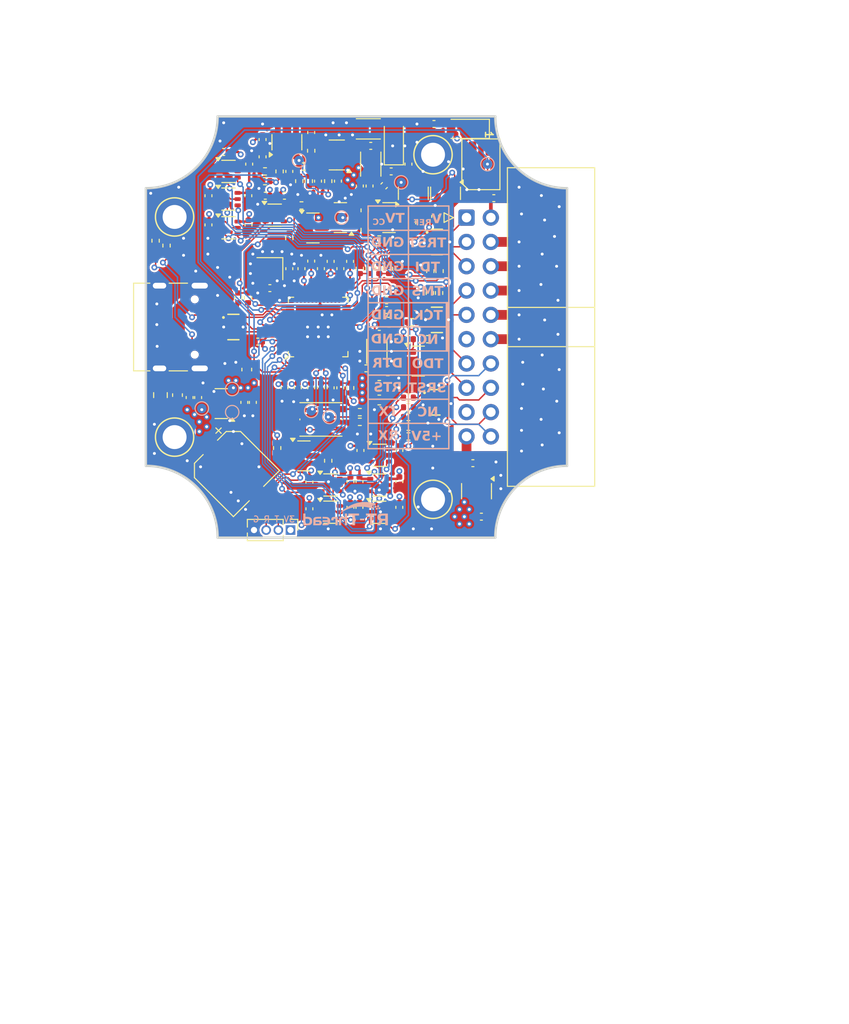
<source format=kicad_pcb>
(kicad_pcb (version 20241229) (generator "pcbnew") (generator_version "9.0")
  (layers (0 "F.Cu" signal) (4 "In1.Cu" power) (6 "In2.Cu" signal) (2 "B.Cu" signal) (13 "F.Paste" user) (15 "B.Paste" user) (5 "F.SilkS" user "F.Silkscreen") (7 "B.SilkS" user "B.Silkscreen") (1 "F.Mask" user) (3 "B.Mask" user) (25 "Edge.Cuts" user))
  (net 0 "")
  (net 1 "GND")
  (net 2 "Net-(U1A-VDD_PMCCAP)")
  (net 3 "Net-(U1A-VDD_OTPCAP)")
  (net 4 "+3V3")
  (net 5 "VDD_SOC")
  (net 6 "/MCU/XIN")
  (net 7 "/MCU/XOUT")
  (net 8 "/MCU/NRST")
  (net 9 "+5V")
  (net 10 "/Power/TRANS_FB")
  (net 11 "/Power/TRANS_VREF")
  (net 12 "Net-(C52-Pad1)")
  (net 13 "Net-(U13-+)")
  (net 14 "/Logic Translation/TVCC")
  (net 15 "unconnected-(D1-DOUT-Pad2)")
  (net 16 "Net-(U14-SW)")
  (net 17 "Net-(D4-A)")
  (net 18 "Net-(C68-Pad1)")
  (net 19 "TVCC_OUT")
  (net 20 "/MCU/WS2812")
  (net 22 "+5V_OUT")
  (net 23 "/<NO NET>")
  (net 24 "/MCU/ISP_TX")
  (net 26 "/MCU/ISP_RX")
  (net 27 "Net-(Q2-B)")
  (net 28 "/Logic Translation/UART_EN")
  (net 29 "Net-(Q3-G)")
  (net 30 "/VREF")
  (net 32 "Net-(J2-CC1)")
  (net 34 "/USB_D-")
  (net 35 "/USB_D+")
  (net 36 "Net-(J2-CC2)")
  (net 37 "Net-(Q4-B)")
  (net 38 "Net-(U1A-DCDC_LP)")
  (net 39 "/P_EN")
  (net 40 "Net-(D1-VDD)")
  (net 41 "Net-(Q5-C)")
  (net 42 "Net-(Q5-B)")
  (net 43 "Net-(Q6-G)")
  (net 44 "Net-(Q6-S)")
  (net 45 "/TRST")
  (net 46 "Net-(Q8-B)")
  (net 47 "/MCU/TRANS_PWM")
  (net 48 "/SRST")
  (net 49 "/TDO")
  (net 50 "/UART_RX")
  (net 51 "/MCU/ADC_VREF")
  (net 53 "/UART_RTS")
  (net 54 "/UART_DTR")
  (net 55 "/SWDIO{slash}TMS")
  (net 56 "/SWCLK{slash}TCK")
  (net 57 "/MCU/ADC_TVCC")
  (net 59 "/MCU/BOOT0")
  (net 60 "/UART_TX")
  (net 61 "Net-(U1B-PA28{slash}I2C3.SDA{slash}SPI1.MISO{slash}XPI0.CA_D0{slash}TRGM0.P04)")
  (net 62 "Net-(U1B-PA29{slash}I2C3.SCL{slash}SPI1.MOSI{slash}XPI0.CA_D2{slash}TRGM0.P05{slash}USB0.OC)")
  (net 63 "/MCU/BOOT1")
  (net 64 "Net-(U14-EN)")
  (net 65 "Net-(U14-COMP)")
  (net 66 "Net-(U2-B)")
  (net 67 "Net-(U3-B)")
  (net 68 "Net-(U4-B)")
  (net 69 "Net-(U5-B)")
  (net 70 "Net-(U6-B)")
  (net 71 "/PORT_EN")
  (net 72 "Net-(U8-B)")
  (net 73 "Net-(U9-B)")
  (net 74 "Net-(U11-B)")
  (net 75 "Net-(U12-B)")
  (net 76 "/MCU/SWDIO{slash}TMS")
  (net 77 "/MCU/SRST")
  (net 78 "TRANS_VCC")
  (net 79 "/MCU/TDI")
  (net 80 "/MCU/UART_RTS")
  (net 81 "/MCU/SWDIO_DIR")
  (net 82 "/MCU/SWCLK{slash}TCK")
  (net 83 "/MCU/SPI_CS")
  (net 84 "/MCU/TRST")
  (net 85 "/MCU/UART_DTR")
  (net 86 "/MCU/UART_TX")
  (net 87 "/MCU/UART_EN#")
  (net 88 "/MCU/TDO")
  (net 89 "/MCU/UART_RX")
  (net 90 "VUSB")
  (footprint "hslink_library:DFN2510-10_L2.5-W1.0-P0.50-BL" (layer "F.Cu") (at 130.151 107.865999 -90)
    (property "Reference" "U18" (hide yes))
    (property "Value" "ESD0524P")
  )
  (footprint "Resistor_SMD:R_0402_1005Metric" (layer "F.Cu") (at 109.652 96.951999 -90)
    (property "Reference" "R22" (hide yes))
    (property "Value" "22R")
  )
  (footprint "Capacitor_SMD:C_0402_1005Metric" (layer "F.Cu") (at 114.478 106.349999 -90)
    (property "Reference" "C18" (hide yes))
    (property "Value" "0.1u")
  )
  (footprint "Resistor_SMD:R_0402_1005Metric" (layer "F.Cu") (at 122.352 108.889999)
    (property "Reference" "R18" (hide yes))
    (property "Value" "10k")
  )
  (footprint "Package_TO_SOT_SMD:SOT-23-5" (layer "F.Cu") (at 114.732 80.695999 90)
    (property "Reference" "U13" (hide yes))
    (property "Value" "LMV321")
  )
  (footprint "Capacitor_SMD:C_0603_1608Metric" (layer "F.Cu") (at 124.384 106.095999)
    (property "Reference" "C7" (hide yes))
    (property "Value" "22u")
  )
  (footprint "Resistor_SMD:R_0402_1005Metric" (layer "F.Cu") (at 116.51 83.235999 180)
    (property "Reference" "R5" (hide yes))
    (property "Value" "20k")
  )
  (footprint "Resistor_SMD:R_0402_1005Metric" (layer "F.Cu") (at 124.384 90.855999)
    (property "Reference" "R21" (hide yes))
    (property "Value" "100k")
  )
  (footprint "Package_DFN_QFN:QFN-48-1EP_6x6mm_P0.4mm_EP4.2x4.2mm" (layer "F.Cu") (at 118 99.999999 90)
    (property "Reference" "U1" (hide yes))
    (property "Value" "HPM5301IEG1")
  )
  (footprint "Package_TO_SOT_SMD:SOT-23-3" (layer "F.Cu") (at 134.544 117.150499 -90)
    (property "Reference" "U7" (hide yes))
    (property "Value" "CH213K")
  )
  (footprint "Package_TO_SOT_SMD:SOT-23" (layer "F.Cu") (at 107.874 108.000999 180)
    (property "Reference" "U10" (hide yes))
    (property "Value" "ME6211A33")
  )
  (footprint "Resistor_SMD:R_0402_1005Metric" (layer "F.Cu") (at 101.016 90.982999 90)
    (property "Reference" "R15" (hide yes))
    (property "Value" "5.1k")
  )
  (footprint "Package_TO_SOT_SMD:SOT-363_SC-70-6" (layer "F.Cu") (at 108.636 89.6338)
    (property "Reference" "U2" (hide yes))
    (property "Value" "SN74LVC1T45DCK")
  )
  (footprint "Capacitor_SMD:C_0402_1005Metric" (layer "F.Cu") (at 117.272 106.349999 -90)
    (property "Reference" "C17" (hide yes))
    (property "Value" "0.1u")
  )
  (footprint "Package_TO_SOT_SMD:SOT-363_SC-70-6" (layer "F.Cu") (at 124.384 119.354799)
    (property "Reference" "U9" (hide yes))
    (property "Value" "SN74LVC1T45DCK")
  )
  (footprint "Capacitor_SMD:C_0402_1005Metric" (layer "F.Cu") (at 118.288 93.903999 90)
    (property "Reference" "C11" (hide yes))
    (property "Value" "0.1u")
  )
  (footprint "Capacitor_SMD:C_0402_1005Metric" (layer "F.Cu") (at 130.226 88.442999 90)
    (property "Reference" "C70" (hide yes))
    (property "Value" "1u")
  )
  (footprint "Package_TO_SOT_SMD:TSOT-23-6" (layer "F.Cu") (at 119.9445 82.026999 180)
    (property "Reference" "U14" (hide yes))
    (property "Value" "SGM6607AYTN6G/TR")
  )
  (footprint "Resistor_SMD:R_0402_1005Metric" (layer "F.Cu") (at 113.97 83.743999 90)
    (property "Reference" "R7" (hide yes))
    (property "Value" "88.7k")
  )
  (footprint "Diode_SMD:D_SOD-123" (layer "F.Cu") (at 133.528 79.298999 180)
    (property "Reference" "D5" (hide yes))
    (property "Value" "SS24")
  )
  (footprint "Capacitor_SMD:C_0402_1005Metric" (layer "F.Cu") (at 117.084 118.988799 90)
    (property "Reference" "C44" (hide yes))
    (property "Value" "0.1u")
  )
  (footprint "Capacitor_SMD:C_0603_1608Metric" (layer "F.Cu") (at 125.4 99.491999)
    (property "Reference" "C4" (hide yes))
    (property "Value" "10u")
  )
  (footprint "Capacitor_SMD:C_0402_1005Metric" (layer "F.Cu") (at 126.482 116.143999 -90)
    (property "Reference" "C37" (hide yes))
    (property "Value" "0.1u")
  )
  (footprint "Package_TO_SOT_SMD:SOT-363_SC-70-6" (layer "F.Cu") (at 113.462 88.315999)
    (property "Reference" "U3" (hide yes))
    (property "Value" "SN74LVC1T45DCK")
  )
  (footprint "Resistor_SMD:R_0402_1005Metric" (layer "F.Cu") (at 117.272 81.584999 90)
    (property "Reference" "R20" (hide yes))
    (property "Value" "0R")
  )
  (footprint "Capacitor_SMD:C_0402_1005Metric" (layer "F.Cu") (at 123.368 85.267999 -90)
    (property "Reference" "C56" (hide yes))
    (property "Value" "0.1u")
  )
  (footprint "Capacitor_SMD:C_0402_1005Metric" (layer "F.Cu") (at 122.3164 116.143999 90)
    (property "Reference" "C36" (hide yes))
    (property "Value" "0.1u")
  )
  (footprint "Resistor_SMD:R_0402_1005Metric" (layer "F.Cu") (at 102.159 91.490999 90)
    (property "Reference" "R14" (hide yes))
    (property "Value" "5.1k")
  )
  (footprint "Package_TO_SOT_SMD:SOT-23" (layer "F.Cu") (at 116.51 113.461999)
    (property "Reference" "Q2" (hide yes))
    (property "Value" "SS8050")
  )
  (footprint "Capacitor_SMD:C_0402_1005Metric" (layer "F.Cu") (at 125.146 98.221999)
    (property "Reference" "C1" (hide yes))
    (property "Value" "0.1u")
  )
  (footprint "Fuse:Fuse_0805_2012Metric" (layer "F.Cu") (at 101.524 107.111999 -90)
    (property "Reference" "F1" (hide yes))
    (property "Value" "2A")
  )
  (footprint "Capacitor_SMD:C_0402_1005Metric" (layer "F.Cu") (at 111.176 107.873999 -90)
    (property "Reference" "C49" (hide yes))
    (property "Value" "1u")
  )
  (footprint "Package_TO_SOT_SMD:SOT-363_SC-70-6" (layer "F.Cu") (at 108.636 83.743999)
    (property "Reference" "U6" (hide yes))
    (property "Value" "SN74LVC1T45DCK")
  )
  (footprint "Resistor_SMD:R_0402_1005Metric" (layer "F.Cu") (at 130.6324 96.443999 -90)
    (property "Reference" "R25" (hide yes))
    (property "Value" "22R")
  )
  (footprint "Package_TO_SOT_SMD:SOT-363_SC-70-6" (layer "F.Cu") (at 119.2888 119.344399)
    (property "Reference" "U12" (hide yes))
    (property "Value" "SN74LVC1T45DCK")
  )
  (footprint "Resistor_SMD:R_0402_1005Metric" (layer "F.Cu") (at 116.256 87.299999)
    (property "Reference" "R36" (hide yes))
    (property "Value" "2k")
  )
  (footprint "Capacitor_SMD:C_0402_1005Metric" (layer "F.Cu") (at 110.795 82.981999 90)
    (property "Reference" "C33" (hide yes))
    (property "Value" "0.1u")
  )
  (footprint "hslink_library:ScrewHole_1.25mm_2mm" (layer "F.Cu") (at 103 88.5)
    (property "Reference" "TP1" (hide yes))
    (property "Value" "TestPoint")
  )
  (footprint "Capacitor_SMD:C_0402_1005Metric" (layer "F.Cu") (at 111.684 101.523999 180)
    (property "Reference" "C19" (hide yes))
    (property "Value" "0.1u")
  )
  (footprint "Inductor_SMD:L_Murata_DFE201610P" (layer "F.Cu") (at 124.13 102.539999 90)
    (property "Reference" "L5" (hide yes))
    (property "Value" "10uH")
  )
  (footprint "Capacitor_SMD:C_0402_1005Metric" (layer "F.Cu") (at 117.272 93.113999 90)
    (property "Reference" "C20" (hide yes))
    (property "Value" "0.1u")
  )
  (footprint "Package_TO_SOT_SMD:SOT-23" (layer "F.Cu") (at 117.4475 89.651999)
    (property "Reference" "Q4" (hide yes))
    (property "Value" "SS8050")
  )
  (footprint "Resistor_SMD:R_0402_1005Metric" (layer "F.Cu") (at 116.0274 84.759999 -90)
    (property "Reference" "R6" (hide yes))
    (property "Value" "15k")
  )
  (footprint "Capacitor_SMD:C_0402_1005Metric" (layer "F.Cu") (at 119.304 93.141999 90)
    (property "Reference" "C12" (hide yes))
    (property "Value" "0.1u")
  )
  (footprint "Resistor_SMD:R_0402_1005Metric" (layer "F.Cu") (at 127.432 109.397999)
    (property "Reference" "R30" (hide yes))
    (property "Value" "100R")
  )
  (footprint "Capacitor_SMD:C_0402_1005Metric" (layer "F.Cu") (at 112.192 80.413999 -90)
    (property "Reference" "C53" (hide yes))
    (property "Value" "0.1u")
  )
  (footprint "Resistor_SMD:R_0402_1005Metric" (layer "F.Cu") (at 127.432 111.429999)
    (property "Reference" "R34" (hide yes))
    (property "Value" "100k")
  )
  (footprint "Capacitor_SMD:C_0402_1005Metric" (layer "F.Cu") (at 108.128 81.711999)
    (property "Reference" "C32" (hide yes))
    (property "Value" "0.1u")
  )
  (footprint "Package_TO_SOT_SMD:SOT-23" (layer "F.Cu") (at 125.4 88.569999)
    (property "Reference" "Q8" (hide yes))
    (property "Value" "SS8050")
  )
  (footprint "Capacitor_SMD:C_0402_1005Metric" (layer "F.Cu") (at 121.3716 118.836399 -90)
    (property "Reference" "C45" (hide yes))
    (property "Value" "0.1u")
  )
  (footprint "Connector_PinHeader_1.27mm:PinHeader_1x04_P1.27mm_Vertical" (layer "F.Cu") (at 115.108 121.208999 -90)
    (property "Reference" "J3" (hide yes))
    (property "Value" "Header 1.27 4P")
  )
  (footprint "Capacitor_SMD:C_0603_1608Metric" (layer "F.Cu") (at 103.302 107.111999 90)
    (property "Reference" "C55" (hide yes))
    (property "Value" "10u")
  )
  (footprint "Capacitor_SMD:C_0402_1005Metric" (layer "F.Cu") (at 118.286333 106.349999 -90)
    (property "Reference" "C6" (hide yes))
    (property "Value" "4.7u")
  )
  (footprint "Resistor_SMD:R_0402_1005Metric" (layer "F.Cu") (at 122.352 109.905999)
    (property "Reference" "R17" (hide yes))
    (property "Value" "10k")
  )
  (footprint "hslink_library:ScrewHole_1.25mm_2mm" (layer "F.Cu") (at 130 118)
    (property "Reference" "TP4" (hide yes))
    (property "Value" "TestPoint")
  )
  (footprint "Resistor_SMD:R_0402_1005Metric" (layer "F.Cu") (at 127.813 89.077999 90)
    (property "Reference" "R39" (hide yes))
    (property "Value" "100K")
  )
  (footprint "Capacitor_SMD:C_0402_1005Metric" (layer "F.Cu") (at 112.474 86.283999)
    (property "Reference" "C26" (hide yes))
    (property "Value" "0.1u")
  )
  (footprint "Capacitor_SMD:C_0402_1005Metric" (layer "F.Cu") (at 122.418 112.892799 90)
    (property "Reference" "C28" (hide yes))
    (property "Value" "0.1u")
  )
  (footprint "Capacitor_SMD:C_0402_1005Metric" (layer "F.Cu") (at 116.256 93.903999 90)
    (property "Reference" "C14" (hide yes))
    (property "Value" "0.1u")
  )
  (footprint "Package_TO_SOT_SMD:SOT-363_SC-70-6" (layer "F.Cu") (at 124.384 116.509999)
    (property "Reference" "U8" (hide yes))
    (property "Value" "SN74LVC1T45DCK")
  )
  (footprint "Resistor_SMD:R_0402_1005Metric" (layer "F.Cu") (at 130.6832 94.157999 90)
    (property "Reference" "R27" (hide yes))
    (property "Value" "22R")
  )
  (footprint "Resistor_SMD:R_0402_1005Metric" (layer "F.Cu") (at 122.352 93.903999 90)
    (property "Reference" "R10" (hide yes))
    (property "Value" "100k")
  )
  (footprint "Package_TO_SOT_SMD:SOT-363_SC-70-6" (layer "F.Cu") (at 108.636 86.6366)
    (property "Reference" "U5" (hide yes))
    (property "Value" "SN74LVC1T45DCK")
  )
  (footprint "Capacitor_SMD:C_0402_1005Metric" (layer "F.Cu") (at 120.32 93.903999 90)
    (property "Reference" "C15" (hide yes))
    (property "Value" "0.1u")
  )
  (footprint "Capacitor_SMD:C_0402_1005Metric" (layer "F.Cu") (at 121.336 93.141999 90)
    (property "Reference" "C16" (hide yes))
    (property "Value" "0.1u")
  )
  (footprint "Resistor_SMD:R_0402_1005Metric" (layer "F.Cu") (at 114.986 90.728999 -90)
    (property "Reference" "R2" (hide yes))
    (property "Value" "100k")
  )
  (footprint "Capacitor_SMD:C_0402_1005Metric" (layer "F.Cu") (at 119.300666 106.349999 -90)
    (property "Reference" "C3" (hide yes))
    (property "Value" "0.1u")
  )
  (footprint "Package_TO_SOT_SMD:SOT-23" (layer "F.Cu") (at 128.448 103.555999)
    (property "Reference" "Q5" (hide yes))
    (property "Value" "SS8050")
  )
  (footprint "Capacitor_SMD:C_0603_1608Metric" (layer "F.Cu") (at 110.541 104.444999 90)
    (property "Reference" "C51" (hide yes))
    (property "Value" "10u")
  )
  (footprint "Capacitor_SMD:C_0402_1005Metric" (layer "F.Cu") (at 117.272 79.679999 90)
    (property "Reference" "C68" (hide yes))
    (property "Value" "220nF")
  )
  (footprint "Capacitor_SMD:C_0402_1005Metric" (layer "F.Cu") (at 122.3114 118.836399 90)
    (property "Reference" "C38" (hide yes))
    (property "Value" "0.1u")
  )
  (footprint "Resistor_SMD:R_0402_1005Metric" (layer "F.Cu") (at 119.05 113.969999 -90)
    (property "Reference" "R16" (hide yes))
    (property "Value" "10k")
  )
  (footprint "hslink_library:ScrewHole_1.25mm_2mm" (layer "F.Cu") (at 130 82)
    (property "Reference" "TP3" (hide yes))
    (property "Value" "TestPoint")
  )
  (footprint "Resistor_SMD:R_0402_1005Metric" (layer "F.Cu") (at 129.6672 96.443999 -90)
    (property "Reference" "R24" (hide yes))
    (property "Value" "22R")
  )
  (footprint "Resistor_SMD:R_0402_1005Metric" (layer "F.Cu") (at 112.446 84.759999)
    (property "Reference" "R13" (hide yes))
    (property "Value" "100k")
  )
  (footprint "Resistor_SMD:R_0402_1005Metric" (layer "F.Cu") (at 117.018 84.759999 90)
    (property "Reference" "R4" (hide yes))
    (property "Value" "47k")
  )
  (footprint "Button_Switch_SMD:SW_Push_1P1T_NO_Vertical_Wuerth_434133025816" (layer "F.Cu") (at 118.288 109.651999)
    (property "Reference" "SW1" (hide yes))
    (property "Value" "1TS028A-1900-0600-CT")
  )
  (footprint "Capacitor_SMD:C_0402_1005Metric" (layer "F.Cu") (at 114.478 86.283999)
    (property "Reference" "C27" (hide yes))
    (property "Value" "0.1u")
  )
  (footprint "Resistor_SMD:R_0402_1005Metric" (layer "F.Cu") (at 127.813 99.491999)
    (property "Reference" "R26" (hide yes))
    (property "Value" "22R")
  )
  (footprint "Package_TO_SOT_SMD:SOT-23" (layer "F.Cu") (at 131.308 86.029999 -90)
    (property "Reference" "Q7" (hide yes))
    (property "Value" "AO3401")
  )
  (footprint "Resistor_SMD:R_0402_1005Metric" (layer "F.Cu") (at 127.432 108.381999)
    (property "Reference" "R33" (hide yes))
    (property "Value" "100R")
  )
  (footprint "Capacitor_SMD:C_0402_1005Metric" (layer "F.Cu") (at 106.538 86.283999 90)
    (property "Reference" "C30" (hide yes))
    (property "Value" "0.1u")
  )
  (footprint "Resistor_SMD:R_0402_1005Metric" (layer "F.Cu") (at 113.716 112.638799 -90)
    (property "Reference" "R35" (hide yes))
    (property "Value" "2k")
  )
  (footprint "Capacitor_SMD:C_0402_1005Metric" (layer "F.Cu") (at 126.482 112.892799 -90)
    (property "Reference" "C29" (hide yes))
    (property "Value" "0.1u")
  )
  (footprint "Capacitor_SMD:C_0402_1005Metric" (layer "F.Cu") (at 121.3716 116.151199 -90)
    (property "Reference" "C43" (hide yes))
    (property "Value" "0.1u")
  )
  (footprint "Package_TO_SOT_SMD:SOT-23" (layer "F.Cu") (at 120.32 88.569999 180)
    (property "Reference" "Q3" (hide yes))
    (property "Value" "AO3401")
  )
  (footprint "hslink_library:DFN2510-10_L2.5-W1.0-P0.50-BL" (layer "F.Cu") (at 130.405 91.117999 -90)
    (property "Reference" "U16" (hide yes))
    (property "Value" "ESD0524P")
  )
  (footprint "Capacitor_SMD:C_0402_1005Metric" (layer "F.Cu") (at 112.954 95.935999)
    (property "Reference" "C22" (hide yes))
    (property "Value" "15p")
  )
  (footprint "Package_TO_SOT_SMD:SOT-23" (layer "F.Cu") (at 127.94 86.029999 90)
    (property "Reference" "Q6" (hide yes))
    (property "Value" "AO3401")
  )
  (footprint "Capacitor_SMD:C_0402_1005Metric" (layer "F.Cu") (at 126.477 118.836399 -90)
    (property "Reference" "C39" (hide yes))
    (property "Value" "0.1u")
  )
  (footprint "Resistor_SMD:R_0402_1005Metric" (layer "F.Cu") (at 121.339333 106.369999 90)
    (property "Reference" "R1" (hide yes))
    (property "Value" "10k")
  )
  (footprint "Capacitor_SMD:C_0402_1005Metric" (layer "F.Cu") (at 125.626 83.743999 180)
    (property "Reference" "C66" (hide yes))
    (property "Value" "0.1u")
  )
  (footprint "Resistor_SMD:R_0402_1005Metric" (layer "F.Cu") (at 110.668 96.951999 -90)
    (property "Reference" "R23" (hide yes))
    (property "Value" "22R")
  )
  (footprint "Package_TO_SOT_SMD:SOT-363_SC-70-6" (layer "F.Cu") (at 119.2888 116.499599)
    (property "Reference" "U11" (hide yes))
    (property "Value" "SN74LVC1T45DCK")
  )
  (footprint "Resistor_SMD:R_0402_1005Metric" (layer "F.Cu") (at 129.718 94.157999 90)
    (property "Reference" "R28" (hide yes))
    (property "Value" "100R")
  )
  (footprint "Capacitor_SMD:C_0603_1608Metric" (layer "F.Cu") (at 125.273 104.571999)
    (property "Reference" "C9" (hide yes))
    (property "Value" "10u")
  )
  (footprint "Capacitor_SMD:C_0402_1005Metric" (layer "F.Cu") (at 134.163 114.223999)
    (property "Reference" "C63" (hide yes))
    (property "Value" "1u")
  )
  (footprint "Capacitor_SMD:C_0402_1005Metric" (layer "F.Cu") (at 127.432 82.981999 90)
    (property "Reference" "C69" (hide yes))
    (property "Value" "1u")
  )
  (footprint "LED_SMD:LED_WS2812B-Mini_PLCC4_3.5x3.5mm" (layer "F.Cu") (at 135 82.999999 -90)
    (property "Reference" "D1" (hide yes))
    (property "Value" "WS2812B")
  )
  (footprint "Resistor_SMD:R_0402_1005Metric" (layer "F.Cu") (at 112.446 83.743999 180)
    (property "Reference" "R8" (hide yes))
    (property "Value" "150k")
  )
  (footprint "Capacitor_SMD:C_0402_1005Metric" (layer "F.Cu") (at 124.384 100.711199)
    (property "Reference" "C5" (hide yes))
    (property "Value" "0.1u")
  )
  (footprint "Capacitor_SMD:C_0402_1005Metric" (layer "F.Cu") (at 110.287 107.873999 -90)
    (property "Reference" "C59" (hide yes))
    (property "Value" "0.1u")
  )
  (footprint "Inductor_SMD:L_Murata_DFE201610P" (layer "F.Cu") (at 123.495 82.981999 90)
    (property "Reference" "L3" (hide yes))
    (property "Value" "10uH")
  )
  (footprint "Resistor_SMD:R_0402_1005Metric" (layer "F.Cu") (at 129.464 101.269999)
    (property "Reference" "R40" (hide yes))
    (property "Value" "100R")
  )
  (footprint "Resistor_SMD:R_0402_1005Metric" (layer "F.Cu") (at 124.384 93.903999 -90)
    (property "Reference" "R11" (hide yes))
    (property "Value" "100k")
  )
  (footprint "Capacitor_SMD:C_0402_1005Metric" (layer "F.Cu") (at 110.7036 86.283999 -90)
    (property "Reference" "C31" (hide yes))
    (property "Value" "0.1u")
  )
  (footprint "Inductor_SMD:L_Murata_DFE201610P" (layer "F.Cu") (at 123.241 79.298999 180)
    (property "Reference" "L4" (hide yes))
    (property "Value" "10uH")
  )
  (footprint "Connector_USB:USB_C_Receptacle_G-Switch_GT-USB-7010ASV" (layer "F.Cu") (at 102.5 99.999999 -90)
    (property "Reference" "J2" (hide yes))
    (property "Value" "USB_C_Receptacle_USB2.0")
  )
  (footprint "Capacitor_SMD:C_0402_1005Metric" (layer "F.Cu") (at 136.35 86.537999)
    (property "Reference" "C71" (hide yes))
    (property "Value" "4.7u")
  )
  (footprint "Capacitor_SMD:C_0402_1005Metric" (layer "F.Cu") (at 117.9832 84.759999 90)
    (property "Reference" "C50" (hide yes))
    (property "Value" "6.8p")
  )
  (footprint "Capacitor_SMD:C_0402_1005Metric" (layer "F.Cu") (at 104.572 107.365999 90)
    (property "Reference" "C48" (hide yes))
    (property "Value" "1u")
  )
  (footprint "Package_TO_SOT_SMD:SOT-363_SC-70-6" (layer "F.Cu") (at 124.45 113.400799)
    (property "Reference" "U4" (hide yes))
    (property "Value" "SN74LVC1T45DCK")
  )
  (footprint "Capacitor_SMD:CP_Elec_6.3x7.7" (layer "F.Cu") (at 109.144 114.985999 -45)
    (property "Reference" "C58" (hide yes))
    (property "Value" "100u/16V")
  )
  (footprint "Capacitor_SMD:C_0402_1005Metric" (layer "F.Cu") (at 120.066 84.759999 -90)
    (property "Reference" "C60" (hide yes))
    (property "Value" "4.7u")
  )
  (footprint "Capacitor_SMD:C_0402_1005Metric" (layer "F.Cu") (at 112.192 82.219999 90)
    (property "Reference" "C54" (hide yes))
    (property "Value" "1n")
  )
  (footprint "Connector_IDC:IDC-Header_2x10_P2.54mm_Horizontal" (layer "F.Cu") (at 133.5 88.569999)
    (property "Reference" "J1" (hide yes))
    (property "Value" "IDC 2x10p 夹板")
  )
  (footprint "Capacitor_SMD:C_0402_1005Metric" (layer "F.Cu") (at 135.052 119.811999)
    (property "Reference" "C62" (hide yes))
    (property "Value" "1u")
  )
  (footprint "hslink_library:DFN2510-10_L2.5-W1.0-P0.50-BL" (layer "F.Cu") (at 109.144 99.999999 -90)
    (property "Reference" "U15" (hide yes))
    (property "Value" "ESD0524P")
  )
  (footprint "Capacitor_SMD:C_0402_1005Metric" (layer "F.Cu") (at 122.987 104.317999 180)
    (property "Reference" "C10" (hide yes))
    (property "Value" "0.1u")
  )
  (footprint "Capacitor_SMD:C_0402_1005Metric" (layer "F.Cu") (at 110.7188 89.331999 -90)
    (property "Reference" "C25" (hide yes))
    (property "Value" "0.1u")
  )
  (footprint "Capacitor_SMD:C_0603_1608Metric" (layer "F.Cu") (at 124.384 107.619999)
    (property "Reference" "C8" (hide yes))
    (property "Value" "22u")
  )
  (footprint "Capacitor_SMD:C_0402_1005Metric" (layer "F.Cu") (at 115.875 106.349999 -90)
    (property "Reference" "C13" (hide yes))
    (property "Value" "0.1u")
  )
  (footprint "Resistor_SMD:R_0402_1005Metric" (layer "F.Cu") (at 127.432 107.365999)
    (property "Reference" "R32" (hide yes))
    (property "Value" "100R")
  )
  (footprint "Capacitor_SMD:C_0402_1005Metric" (layer "F.Cu") (at 105.461 107.365999 90)
    (property "Reference" "C35" (hide yes))
    (property "Value" "0.1u")
  )
  (footprint "Capacitor_SMD:C_0402_1005Metric" (layer "F.Cu") (at 130.099 78.790999 180)
    (property "Reference" "C57" (hide yes))
    (property "Value" "0.1u")
  )
  (footprint "Diode_SMD:D_SOD-123" (layer "F.Cu") (at 125.908 80.695999 90)
    (property "Reference" "D4" (hide yes))
    (property "Value" "SS24")
  )
  (footprint "Capacitor_SMD:C_0402_1005Metric" (layer "F.Cu") (at 124.892 85.239999 -135)
    (property "Reference" "C67" (hide yes))
    (property "Value" "4.7u")
  )
  (footprint "Resistor_SMD:R_0402_1005Metric" (layer "F.Cu") (at 122.86 89.839999 90)
    (property "Reference" "R38" (hide yes))
    (property "Value" "2k")
  )
  (footprint "Resistor_SMD:R_0402_1005Metric" (layer "F.Cu") (at 123.368 93.903999 -90)
    (property "Reference" "R9" (hide yes))
    (property "Value" "100k")
  )
  (footprint "Resistor_SMD:R_0402_1005Metric" (layer "F.Cu") (at 119.05 84.759999 90)
    (property "Reference" "R19" (hide yes))
    (property "Value" "150k")
  )
  (footprint "Capacitor_SMD:C_0402_1005Metric" (layer "F.Cu") (at 106.538 89.331999 90)
    (property "Reference" "C24" (hide yes))
    (property "Value" "0.1u")
  )
  (footprint "Capacitor_SMD:C_0402_1005Metric" (layer "F.Cu") (at 123.495 81.076999)
    (property "Reference" "C65" (hide yes))
    (property "Value" "1uF")
  )
  (footprint "Capacitor_SMD:C_0402_1005Metric" (layer "F.Cu") (at 114.986 83.743999 90)
    (property "Reference" "C52" (hide yes))
    (property "Value" "1n")
  )
  (footprint "hslink_library:ScrewHole_1.25mm_2mm" (layer "F.Cu") (at 103 111.5)
    (property "Reference" "TP2" (hide yes))
    (property "Value" "TestPoint")
  )
  (footprint "Capacitor_SMD:C_0402_1005Metric" (layer "F.Cu") (at 117.084 116.194799 90)
    (property "Reference" "C42" (hide yes))
    (property "Value" "0.1u")
  )
  (footprint "Capacitor_SMD:C_0402_1005Metric" (layer "F.Cu") (at 125.146 97.205999)
    (property "Reference" "C2" (hide yes))
    (property "Value" "4.7u")
  )
  (footprint "Capacitor_SMD:C_0402_1005Metric" (layer "F.Cu") (at 120.315 106.349999 -90)
    (property "Reference" "C23" (hide yes))
    (property "Value" "0.1u")
  )
  (footprint "Resistor_SMD:R_0402_1005Metric" (layer "F.Cu") (at 127.432 110.413999)
    (property "Reference" "R31" (hide yes))
    (property "Value" "100R")
  )
  (footprint "Resistor_SMD:R_0402_1005Metric" (layer "F.Cu") (at 125.4 93.903999 90)
    (property "Reference" "R12" (hide yes))
    (property "Value" "100k")
  )
  (footprint "Capacitor_SMD:C_0402_1005Metric" (layer "F.Cu") (at 114.986 93.903999 90)
    (property "Reference" "C21" (hide yes))
    (property "Value" "15p")
  )
  (footprint "hslink_library:DFN2510-10_L2.5-W1.0-P0.50-BL" (layer "F.Cu") (at 130.405 99.253999 -90)
    (property "Reference" "U17" (hide yes))
    (property "Value" "ESD0524P")
  )
  (footprint "Capacitor_SMD:C_0402_1005Metric" (layer "F.Cu") (at 122.352 85.267999 -90)
    (property "Reference" "C64" (hide yes))
    (property "Value" "4.7u")
  )
  (footprint "Crystal:Crystal_SMD_2016-4Pin_2.0x1.6mm" (layer "F.Cu") (at 112.954 93.903999 180)
    (property "Reference" "Y1" (hide yes))
    (property "Value" "24M")
  )
  (footprint "Resistor_SMD:R_0402_1005Metric" (layer "F.Cu") (at 122.86 87.807999 -90)
    (property "Reference" "R29" (hide yes))
    (property "Value" "100k")
  )
  (footprint "Resistor_SMD:R_0402_1005Metric" (layer "F.Cu") (at 127.432 101.269999)
    (property "Reference" "R37" (hide yes))
    (property "Value" "2k")
  )
  (footprint "TestPoint:TestPoint_Pad_D1.0mm" (layer "B.Cu") (at 126.67 84.886999 180)
    (property "Reference" "TP5" (hide yes))
    (property "Value" "TestPoint")
  )
  (footprint "TestPoint:TestPoint_Pad_D1.0mm" (layer "B.Cu") (at 117.272 108.762999 180)
    (property "Reference" "TP12" (hide yes))
    (property "Value" "TestPoint")
  )
  (footprint "TestPoint:TestPoint_Pad_D1.0mm" (layer "B.Cu") (at 119.177 109.397999 180)
    (property "Reference" "TP13" (hide yes))
    (property "Value" "TestPoint")
  )
  (footprint "TestPoint:TestPoint_Pad_D1.0mm" (layer "B.Cu") (at 109.017 108.889999 180)
    (property "Reference" "TP11" (hide yes))
    (property "Value" "TestPoint")
  )
  (footprint "TestPoint:TestPoint_Pad_D1.0mm" (layer "B.Cu") (at 116.002 82.600999 180)
    (property "Reference" "TP6" (hide yes))
    (property "Value" "TestPoint")
  )
  (footprint "TestPoint:TestPoint_Pad_D1.0mm" (layer "B.Cu") (at 135.687 82.981999 180)
    (property "Reference" "TP8" (hide yes))
    (property "Value" "TestPoint")
  )
  (footprint "TestPoint:TestPoint_Pad_D1.0mm" (layer "B.Cu") (at 109.017 106.476999 180)
    (property "Reference" "TP7" (hide yes))
    (property "Value" "TestPoint")
  )
  (footprint "TestPoint:TestPoint_Pad_D1.0mm" (layer "B.Cu") (at 105.842 108.508999 180)
    (property "Reference" "TP10" (hide yes))
    (property "Value" "TestPoint")
  )
  (footprint "TestPoint:TestPoint_Pad_D1.0mm" (layer "B.Cu") (at 120.447 88.569999 180)
    (property "Reference" "TP9" (hide yes))
    (property "Value" "TestPoint")
  )
  (footprint "LOGO" (layer "B.Cu") (at 120.8888 119.746399 180)
    (property "Reference" "G***" (hide yes))
    (property "Value" "LOGO" (hide yes))
  )
  (gr_circle (center 130 118) (end 132 118) (stroke (width 0.15)) (fill no) (layer "F.SilkS"))
  (gr_circle (center 130 82) (end 132 82) (stroke (width 0.15)) (fill no) (layer "F.SilkS"))
  (gr_circle (center 103 111.5) (end 105 111.5) (stroke (width 0.15)) (fill no) (layer "F.SilkS"))
  (gr_circle (center 103 88.5) (end 105 88.5) (stroke (width 0.15)) (fill no) (layer "F.SilkS"))
  (gr_line (start 127.432 87.357149) (end 127.432 112.706349) (stroke (width 0.15)) (layer "B.SilkS"))
  (gr_line (start 131.6484 94.939049) (end 123.2156 94.939049) (stroke (width 0.15)) (layer "B.SilkS"))
  (gr_line (start 131.6484 89.897149) (end 123.2156 89.897149) (stroke (width 0.15)) (layer "B.SilkS"))
  (gr_line (start 131.6484 87.357149) (end 131.6484 112.706349) (stroke (width 0.15)) (layer "B.SilkS"))
  (gr_line (start 131.6484 107.543799) (end 123.2156 107.543799) (stroke (width 0.15)) (layer "B.SilkS"))
  (gr_line (start 131.6484 97.459999) (end 123.2156 97.459999) (stroke (width 0.15)) (layer "B.SilkS"))
  (gr_line (start 123.2156 112.706349) (end 123.2156 87.357149) (stroke (width 0.15)) (layer "B.SilkS"))
  (gr_line (start 131.6484 110.064749) (end 123.2156 110.064749) (stroke (width 0.15)) (layer "B.SilkS"))
  (gr_line (start 131.6484 99.980949) (end 123.2156 99.980949) (stroke (width 0.15)) (layer "B.SilkS"))
  (gr_line (start 131.6484 112.706349) (end 123.2156 112.706349) (stroke (width 0.15)) (layer "B.SilkS"))
  (gr_line (start 131.6484 105.022849) (end 123.2156 105.022849) (stroke (width 0.15)) (layer "B.SilkS"))
  (gr_line (start 131.6484 102.501899) (end 123.2156 102.501899) (stroke (width 0.15)) (layer "B.SilkS"))
  (gr_rect (start 131.3944 97.459999) (end 131.6484 102.501899) (stroke (width 0.15)) (fill yes) (layer "B.SilkS"))
  (gr_line (start 131.6484 92.418099) (end 123.2156 92.418099) (stroke (width 0.15)) (layer "B.SilkS"))
  (gr_line (start 131.6484 87.357149) (end 123.2156 87.357149) (stroke (width 0.15)) (layer "B.SilkS"))
  (gr_arc (start 136.5 122) (mid 138.696699 116.696699) (end 144 114.5) (stroke (width 0.25)) (layer "Edge.Cuts"))
  (gr_line (start 100 114.5) (end 100 85.499998) (stroke (width 0.25)) (layer "Edge.Cuts"))
  (gr_line (start 136.500002 78) (end 107.499999 78) (stroke (width 0.25)) (layer "Edge.Cuts"))
  (gr_line (start 144 114.5) (end 144 85.499999) (stroke (width 0.25)) (layer "Edge.Cuts"))
  (gr_line (start 136.5 122) (end 107.5 122) (stroke (width 0.25)) (layer "Edge.Cuts"))
  (gr_arc (start 100 114.5) (mid 105.303301 116.696699) (end 107.5 122) (stroke (width 0.25)) (layer "Edge.Cuts"))
  (gr_arc (start 144 85.499999) (mid 138.696699 83.303301) (end 136.500002 78) (stroke (width 0.25)) (layer "Edge.Cuts"))
  (gr_arc (start 107.499999 78) (mid 105.303301 83.303301) (end 100 85.499998) (stroke (width 0.25)) (layer "Edge.Cuts"))
  (gr_text "NC" (at 130.5562 109.505947 0) (layer "B.SilkS") (effects (font (size 1 1)) (justify left bottom mirror)))
  (gr_text "SRST" (at 131.391999 106.982881 0) (layer "B.SilkS") (effects (font (size 1 1)) (justify left bottom mirror)))
  (gr_text "GND" (at 126.988509 101.885949 0) (layer "B.SilkS") (effects (font (size 1 1)) (justify left bottom mirror)))
  (gr_text "TDO" (at 131.088161 104.459815 0) (layer "B.SilkS") (effects (font (size 1 1)) (justify left bottom mirror)))
  (gr_text "RX" (at 126.397929 111.978219 0) (layer "B.SilkS") (effects (font (size 1 1)) (justify left bottom mirror)))
  (gr_text "TDI" (at 130.725705 94.367551 0) (layer "B.SilkS") (effects (font (size 1 1)) (justify left bottom mirror)))
  (gr_text "TRST" (at 131.382229 91.844485 0) (layer "B.SilkS") (effects (font (size 1 1)) (justify left bottom mirror)))
  (gr_text "TCK" (at 131.009026 99.413683 0) (layer "B.SilkS") (effects (font (size 1 1)) (justify left bottom mirror)))
  (gr_text "GND" (at 126.988509 96.839817 0) (layer "B.SilkS") (effects (font (size 1 1)) (justify left bottom mirror)))
  (gr_text "TV_{CC}" (at 127.035403 89.270619 0) (layer "B.SilkS") (effects (font (size 1 1)) (justify left bottom mirror)))
  (gr_text "GND" (at 126.988509 99.362883 0) (layer "B.SilkS") (effects (font (size 1 1)) (justify left bottom mirror)))
  (gr_text "GND" (at 126.988509 91.793685 0) (layer "B.SilkS") (effects (font (size 1 1)) (justify left bottom mirror)))
  (gr_text "TMS" (at 131.102327 96.890617 0) (layer "B.SilkS") (effects (font (size 1 1)) (justify left bottom mirror)))
  (gr_text "DTR" (at 126.843428 104.409015 0) (layer "B.SilkS") (effects (font (size 1 1)) (justify left bottom mirror)))
  (gr_text "V_{REF}" (at 130.925983 89.321419 0) (layer "B.SilkS") (effects (font (size 1 1)) (justify left bottom mirror)))
  (gr_text "GND" (at 126.988509 94.316751 0) (layer "B.SilkS") (effects (font (size 1 1)) (justify left bottom mirror)))
  (gr_text "RTS" (at 126.749639 106.932081 0) (layer "B.SilkS") (effects (font (size 1 1)) (justify left bottom mirror)))
  (gr_text "+5V" (at 130.946989 112.029019 0) (layer "B.SilkS") (effects (font (size 1 1)) (justify left bottom mirror)))
  (gr_text "NC" (at 130.5562 101.936749 0) (layer "B.SilkS") (effects (font (size 1 1)) (justify left bottom mirror)))
  (gr_text "3V T R G" (at 115.621 120.446999 0) (layer "B.SilkS") (effects (font (size 0.635 0.635) (thickness 0.1016)) (justify left bottom mirror)))
  (gr_text "TX" (at 126.3398 109.455147 0) (layer "B.SilkS") (effects (font (size 1 1)) (justify left bottom mirror)))
  (segment (start 110.668 82.473999) (end 110.795 82.346999) (width 0.254) (layer "F.Cu") (net 1))
  (segment (start 136.04 101.269999) (end 138.989 101.269999) (width 1.016) (layer "F.Cu") (net 1))
  (segment (start 111.684 96.443999) (end 112.319 97.078999) (width 0.254) (layer "F.Cu") (net 1))
  (segment (start 118.2 97.049999) (end 118.2 99.799999) (width 0.254) (layer "F.Cu") (net 1))
  (segment (start 136.04 91.109999) (end 138.989 91.109999) (width 1.016) (layer "F.Cu") (net 1))
  (segment (start 136.04 93.649999) (end 138.989 93.649999) (width 1.016) (layer "F.Cu") (net 1))
  (segment (start 113.843 97.078999) (end 113.97 97.205999) (width 0.254) (layer "F.Cu") (net 1))
  (segment (start 136.04 96.189999) (end 138.989 96.189999) (width 1.016) (layer "F.Cu") (net 1))
  (segment (start 118.2 99.799999) (end 118 99.999999) (width 0.254) (layer "F.Cu") (net 1))
  (segment (start 136.04 98.729999) (end 138.989 98.729999) (width 1.016) (layer "F.Cu") (net 1))
  (segment (start 112.319 97.078999) (end 113.843 97.078999) (width 0.254) (layer "F.Cu") (net 1))
  (via (at 108.128 99.999999) (size 0.6096) (drill 0.3048) (layers "F.Cu" "B.Cu") (net 1))
  (via (at 129.845 121.081999) (size 0.6096) (drill 0.3048) (layers "F.Cu" "B.Cu") (net 1))
  (via (at 115.24 92.379999) (size 0.6096) (drill 0.3048) (layers "F.Cu" "B.Cu") (net 1))
  (via (at 101.143 99.745999) (size 0.6096) (drill 0.3048) (layers "F.Cu" "B.Cu") (net 1))
  (via (at 110.287 109.270999) (size 0.6096) (drill 0.3048) (layers "F.Cu" "B.Cu") (net 1))
  (via (at 108.255 103.809999) (size 0.6096) (drill 0.3048) (layers "F.Cu" "B.Cu") (net 1))
  (via (at 119.0754 116.165554) (size 0.6096) (drill 0.3048) (layers "F.Cu" "B.Cu") (net 1))
  (via (at 118.796 79.933999) (size 0.6096) (drill 0.3048) (layers "F.Cu" "B.Cu") (net 1))
  (via (at 115.494 93.395999) (size 0.6096) (drill 0.3048) (layers "F.Cu" "B.Cu") (net 1))
  (via (at 128.702 93.522999) (size 0.6096) (drill 0.3048) (layers "F.Cu" "B.Cu") (net 1))
  (via (at 105.715 114.604999) (size 0.6096) (drill 0.3048) (layers "F.Cu" "B.Cu") (net 1))
  (via (at 111.176 92.379999) (size 0.6096) (drill 0.3048) (layers "F.Cu" "B.Cu") (net 1))
  (via (at 106.477 90.728999) (size 0.6096) (drill 0.3048) (layers "F.Cu" "B.Cu") (net 1))
  (via (at 111.684 96.443999) (size 0.6096) (drill 0.3048) (layers "F.Cu" "B.Cu") (net 1))
  (via (at 143.053 97.205999) (size 0.6096) (drill 0.3048) (layers "F.Cu" "B.Cu") (net 1))
  (via (at 118 99.999999) (size 0.6096) (drill 0.3048) (layers "F.Cu" "B.Cu") (net 1))
  (via (at 109.144 110.916201) (size 0.6096) (drill 0.3048) (layers "F.Cu" "B.Cu") (net 1))
  (via (at 110.16 99.999999) (size 0.6096) (drill 0.3048) (layers "F.Cu" "B.Cu") (net 1))
  (via (at 108.89 117.271999) (size 0.6096) (drill 0.3048) (layers "F.Cu" "B.Cu") (net 1))
  (via (at 139.37 105.968999) (size 0.6096) (drill 0.3048) (layers "F.Cu" "B.Cu") (net 1))
  (via (at 143.18 87.426999) (size 0.6096) (drill 0.3048) (layers "F.Cu" "B.Cu") (net 1))
  (via (at 141.662461 99.265307) (size 0.6096) (drill 0.3048) (layers "F.Cu" "B.Cu") (net 1))
  (via (at 129.972 112.445999) (size 0.6096) (drill 0.3048) (layers "F.Cu" "B.Cu") (net 1))
  (via (at 128.321 78.790999) (size 0.6096) (drill 0.3048) (layers "F.Cu" "B.Cu") (net 1))
  (via (at 139.243 112.953999) (size 0.6096) (drill 0.3048) (layers "F.Cu" "B.Cu") (net 1))
  (via (at 125.654 102.539999) (size 0.6096) (drill 0.3048) (layers "F.Cu" "B.Cu") (net 1))
  (via (at 138.989 96.189999) (size 0.6096) (drill 0.3048) (layers "F.Cu" "B.Cu") (net 1))
  (via (at 137.084 116.890999) (size 0.6096) (drill 0.3048) (layers "F.Cu" "B.Cu") (net 1))
  (via (at 116.891 99.999999) (size 0.6096) (drill 0.3048) (layers "F.Cu" "B.Cu") (net 1))
  (via (at 108.128 78.663999) (size 0.6096) (drill 0.3048) (layers "F.Cu" "B.Cu") (net 1))
  (via (at 125.781 89.839999) (size 0.6096) (drill 0.3048) (layers "F.Cu" "B.Cu") (net 1))
  (via (at 129.464 106.095999) (size 0.6096) (drill 0.3048) (layers "F.Cu" "B.Cu") (net 1))
  (via (at 107.747 80.568999) (size 0.6096) (drill 0.3048) (layers "F.Cu" "B.Cu") (net 1))
  (via (at 125.654 101.523999) (size 0.6096) (drill 0.3048) (layers "F.Cu" "B.Cu") (net 1))
  (via (at 111.684 87.172999) (size 0.6096) (drill 0.3048) (layers "F.Cu" "B.Cu") (net 1))
  (via (at 141.319532 86.265175) (size 0.6096) (drill 0.3048) (layers "F.Cu" "B.Cu") (net 1))
  (via (at 103.937 92.506999) (size 0.6096) (drill 0.3048) (layers "F.Cu" "B.Cu") (net 1))
  (via (at 106.477 92.379999) (size 0.6096) (drill 0.3048) (layers "F.Cu" "B.Cu") (net 1))
  (via (at 130.226 87.299999) (size 0.6096) (drill 0.3048) (layers "F.Cu" "B.Cu") (net 1))
  (via (at 142.691249 90.536201) (size 0.6096) (drill 0.3048) (layers "F.Cu" "B.Cu") (net 1))
  (via (at 130.607 109.651999) (size 0.6096) (drill 0.3048) (layers "F.Cu" "B.Cu") (net 1))
  (via (at 111.049 81.584999) (size 0.6096) (drill 0.3048) (layers "F.Cu" "B.Cu") (net 1))
  (via (at 123.876 108.635999) (size 0.6096) (drill 0.3048) (layers "F.Cu" "B.Cu") (net 1))
  (via (at 118.288 92.506999) (size 0.6096) (drill 0.3048) (layers "F.Cu" "B.Cu") (net 1))
  (via (at 115.875 86.156999) (size 0.6096) (drill 0.3048) (layers "F.Cu" "B.Cu") (net 1))
  (via (at 122.098 111.175999) (size 0.6096) (drill 0.3048) (layers "F.Cu" "B.Cu") (net 1))
  (via (at 123.495 111.175999) (size 0.6096) (drill 0.3048) (layers "F.Cu" "B.Cu") (net 1))
  (via (at 139.243 108.508999) (size 0.6096) (drill 0.3048) (layers "F.Cu" "B.Cu") (net 1))
  (via (at 141.402 112.318999) (size 0.6096) (drill 0.3048) (layers "F.Cu" "B.Cu") (net 1))
  (via (at 114.478 95.681999) (size 0.6096) (drill 0.3048) (layers "F.Cu" "B.Cu") (net 1))
  (via (at 119.431 98.729999) (size 0.6096) (drill 0.3048) (layers "F.Cu" "B.Cu") (net 1))
  (via (at 127.94 121.081999) (size 0.6096) (drill 0.3048) (layers "F.Cu" "B.Cu") (net 1))
  (via (at 120.193 79.933999) (size 0.6096) (drill 0.3048) (layers "F.Cu" "B.Cu") (net 1))
  (via (at 141.402 92.379999) (size 0.6096) (drill 0.3048) (layers "F.Cu" "B.Cu") (net 1))
  (via (at 124.511 119.303999) (size 0.6096) (drill 0.3048) (layers "F.Cu" "B.Cu") (net 1))
  (via (at 108.763 109.778999) (size 0.6096) (drill 0.3048) (layers "F.Cu" "B.Cu") (net 1))
  (via (at 141.529 106.476999) (size 0.6096) (drill 0.3048) (layers "F.Cu" "B.Cu") (net 1))
  (via (at 138.989 101.269999) (size 0.6096) (drill 0.3048) (layers "F.Cu" "B.Cu") (net 1))
  (via (at 114.224 92.125999) (size 0.6096) (drill 0.3048) (layers "F.Cu" "B.Cu") (net 1))
  (via (at 131.75 117.144999) (size 0.6096) (drill 0.3048) (layers "F.Cu" "B.Cu") (net 1))
  (via (at 107.493 93.776999) (size 0.6096) (drill 0.3048) (layers "F.Cu" "B.Cu") (net 1))
  (via (at 100.889 110.159999) (size 0.6096) (drill 0.3048) (layers "F.Cu" "B.Cu") (net 1))
  (via (at 137.084 115.493999) (size 0.6096) (drill 0.3048) (layers "F.Cu" "B.Cu") (net 1))
  (via (at 128.956 108.127999) (size 0.6096) (drill 0.3048) (layers "F.Cu" "B.Cu") (net 1))
  (via (at 116.891 107.619999) (size 0.6096) (drill 0.3048) (layers "F.Cu" "B.Cu") (net 1))
  (via (at 110.033 112.191999) (size 0.6096) (drill 0.3048) (layers "F.Cu" "B.Cu") (net 1))
  (via (at 139.37 103.682999) (size 0.6096) (drill 0.3048) (layers "F.Cu" "B.Cu") (net 1))
  (via (at 116.256 92.506999) (size 0.6096) (drill 0.3048) (layers "F.Cu" "B.Cu") (net 1))
  (via (at 122.352 103.555999) (size 0.6096) (drill 0.3048) (layers "F.Cu" "B.Cu") (net 1))
  (via (at 121.59 79.933999) (size 0.6096) (drill 0.3048) (layers "F.Cu" "B.Cu") (net 1))
  (via (at 141.656 88.823999) (size 0.6096) (drill 0.3048) (layers "F.Cu" "B.Cu") (net 1))
  (via (at 130.607 106.095999) (size 0.6096) (drill 0.3048) (layers "F.Cu" "B.Cu") (net 1))
  (via (at 133.528 85.648999) (size 0.6096) (drill 0.3048) (layers "F.Cu" "B.Cu") (net 1))
  (via (at 111.176 109.270999) (size 0.6096) (drill 0.3048) (layers "F.Cu" "B.Cu") (net 1))
  (via (at 127.051 81.076999) (size 0.6096) (drill 0.3048) (layers "F.Cu" "B.Cu") (net 1))
  (via (at 100.889 113.207999) (size 0.6096) (drill 0.3048) (layers "F.Cu" "B.Cu") (net 1))
  (via (at 136.576 114.096999) (size 0.6096) (drill 0.3048) (layers "F.Cu" "B.Cu") (net 1))
  (via (at 142.926 107.746999) (size 0.6096) (drill 0.3048) (layers "F.Cu" "B.Cu") (net 1))
  (via (at 125.654 103.555999) (size 0.6096) (drill 0.3048) (layers "F.Cu" "B.Cu") (net 1))
  (via (at 139.243 110.794999) (size 0.6096) (drill 0.3048) (layers "F.Cu" "B.Cu") (net 1))
  (via (at 118.415 98.729999) (size 0.6096) (drill 0.3048) (layers "F.Cu" "B.Cu") (net 1))
  (via (at 119.558 78.663999) (size 0.6096) (drill 0.3048) (layers "F.Cu" "B.Cu") (net 1))
  (via (at 119.558 107.619999) (size 0.6096) (drill 0.3048) (layers "F.Cu" "B.Cu") (net 1))
  (via (at 116.891 101.015999) (size 0.6096) (drill 0.3048) (layers "F.Cu" "B.Cu") (net 1))
  (via (at 101.176282 102.015475) (size 0.6096) (drill 0.3048) (layers "F.Cu" "B.Cu") (net 1))
  (via (at 115.438 107.801999) (size 0.6096) (drill 0.3048) (layers "F.Cu" "B.Cu") (net 1))
  (via (at 115.494 95.173999) (size 0.6096) (drill 0.3048) (layers "F.Cu" "B.Cu") (net 1))
  (via (at 125.781 81.076999) (size 0.6096) (drill 0.3048) (layers "F.Cu" "B.Cu") (net 1))
  (via (at 113.208 92.125999) (size 0.6096) (drill 0.3048) (layers "F.Cu" "B.Cu") (net 1))
  (via (at 126.416 106.349999) (size 0.6096) (drill 0.3048) (layers "F.Cu" "B.Cu") (net 1))
  (via (at 126.416 105.333999) (size 0.6096) (drill 0.3048) (layers "F.Cu" "B.Cu") (net 1))
  (via (at 143.18 104.444999) (size 0.6096) (drill 0.3048) (layers "F.Cu" "B.Cu") (net 1))
  (via (at 113.716 95.173999) (size 0.6096) (drill 0.3048) (layers "F.Cu" "B.Cu") (net 1))
  (via (at 119.05 99.999999) (size 0.6096) (drill 0.3048) (layers "F.Cu" "B.Cu") (net 1))
  (via (at 129.464 110.032999) (size 0.6096) (drill 0.3048) (layers "F.Cu" "B.Cu") (net 1))
  (via (at 110.414 119.049999) (size 0.6096) (drill 0.3048) (layers "F.Cu" "B.Cu") (net 1))
  (via (at 121.463 86.156999) (size 0.6096) (drill 0.3048) (layers "F.Cu" "B.Cu") (net 1))
  (via (at 111.811 85.521999) (size 0.6096) (drill 0.3048) (layers "F.Cu" "B.Cu") (net 1))
  (via (at 119.05 101.015999) (size 0.6096) (drill 0.3048) (layers "F.Cu" "B.Cu") (net 1))
  (via (at 120.955 78.663999) (size 0.6096) (drill 0.3048) (layers "F.Cu" "B.Cu") (net 1))
  (via (at 139.243 88.188999) (size 0.6096) (drill 0.3048) (layers "F.Cu" "B.Cu") (net 1))
  (via (at 138.989 91.109999) (size 0.6096) (drill 0.3048) (layers "F.Cu" "B.Cu") (net 1))
  (via (at 134.798 85.648999) (size 0.6096) (drill 0.3048) (layers "F.Cu" "B.Cu") (net 1))
  (via (at 133.147 83.489999) (size 0.6096) (drill 0.3048) (layers "F.Cu" "B.Cu") (net 1))
  (via (at 131.877 108.000999) (size 0.6096) (drill 0.3048) (layers "F.Cu" "B.Cu") (net 1))
  (via (at 120.828 86.537999) (size 0.6096) (drill 0.3048) (layers "F.Cu" "B.Cu") (net 1))
  (via (at 117.145 86.029999) (size 0.6096) (drill 0.3048) (layers "F.Cu" "B.Cu") (net 1))
  (via (at 128.448 118.795999) (size 0.6096) (drill 0.3048) (layers "F.Cu" "B.Cu") (net 1))
  (via (at 124.384 117.017999) (size 0.6096) (drill 0.3048) (layers "F.Cu" "B.Cu") (net 1))
  (via (at 112.954 80.822999) (size 0.6096) (drill 0.3048) (layers "F.Cu" "B.Cu") (net 1))
  (via (at 100.508 86.029999) (size 0.6096) (drill 0.3048) (layers "F.Cu" "B.Cu") (net 1))
  (via (at 114.986 96.951999) (size 0.6096) (drill 0.3048) (layers "F.Cu" "B.Cu") (net 1))
  (via (at 130.988 101.142999) (size 0.6096) (drill 0.3048) (layers "F.Cu" "B.Cu") (net 1))
  (via (at 141.402 102.920999) (size 0.6096) (drill 0.3048) (layers "F.Cu" "B.Cu") (net 1))
  (via (at 109.652 118.160999) (size 0.6096) (drill 0.3048) (layers "F.Cu" "B.Cu") (net 1))
  (via (at 124.638 82.981999) (size 0.6096) (drill 0.3048) (layers "F.Cu" "B.Cu") (net 1))
  (via (at 125.781 90.601999) (size 0.6096) (drill 0.3048) (layers "F.Cu" "B.Cu") (net 1))
  (via (at 115.113 85.140999) (size 0.6096) (drill 0.3048) (layers "F.Cu" "B.Cu") (net 1))
  (via (at 128.321 80.695999) (size 0.6096) (drill 0.3048) (layers "F.Cu" "B.Cu") (net 1))
  (via (at 142.909476 93.653739) (size 0.6096) (drill 0.3048) (layers "F.Cu" "B.Cu") (net 1))
  (via (at 128.448 96.951999) (size 0.6096) (drill 0.3048) (layers "F.Cu" "B.Cu") (net 1))
  (via (at 112.192 92.125999) (size 0.6096) (drill 0.3048) (layers "F.Cu" "B.Cu") (net 1))
  (via (at 110.922 94.411999) (size 0.6096) (drill 0.3048) (layers "F.Cu" "B.Cu") (net 1))
  (via (at 129.21 99.237999) (size 0.6096) (drill 0.3048) (layers "F.Cu" "B.Cu") (net 1))
  (via (at 103.429 85.394999) (size 0.6096) (drill 0.3048) (layers "F.Cu" "B.Cu") (net 1))
  (via (at 104.318 113.969999) (size 0.6096) (drill 0.3048) (layers "F.Cu" "B.Cu") (net 1))
  (via (at 143.053 100.761999) (size 0.6096) (drill 0.3048) (layers "F.Cu" "B.Cu") (net 1))
  (via (at 138.989 98.729999) (size 0.6096) (drill 0.3048) (layers "F.Cu" "B.Cu") (net 1))
  (via (at 110.922 93.395999) (size 0.6096) (drill 0.3048) (layers "F.Cu" "B.Cu") (net 1))
  (via (at 114.224 107.746999) (size 0.6096) (drill 0.3048) (layers "F.Cu" "B.Cu") (net 1))
  (via (at 131.75 91.109999) (size 0.6096) (drill 0.3048) (layers "F.Cu" "B.Cu") (net 1))
  (via (at 113.97 97.205999) (size 0.6096) (drill 0.3048) (layers "F.Cu" "B.Cu") (net 1))
  (via (at 126.797 93.141999) (size 0.6096) (drill 0.3048) (layers "F.Cu" "B.Cu") (net 1))
  (via (at 129.972 114.731999) (size 0.6096) (drill 0.3048) (layers "F.Cu" "B.Cu") (net 1))
  (via (at 131.623 99.237999) (size 0.6096) (drill 0.3048) (layers "F.Cu" "B.Cu") (net 1))
  (via (at 119.05 121.081999) (size 0.6096) (drill 0.3048) (layers "F.Cu" "B.Cu") (net 1))
  (via (at 120.193 86.918999) (size 0.6096) (drill 0.3048) (layers "F.Cu" "B.Cu") (net 1))
  (via (at 138.989 93.649999) (size 0.6096) (drill 0.3048) (layers "F.Cu" "B.Cu") (net 1))
  (via (at 109.398 103.682999) (size 0.6096) (drill 0.3048) (layers "F.Cu" "B.Cu") (net 1))
  (via (at 141.275 95.554999) (size 0.6096) (drill 0.3048) (layers "F.Cu" "B.Cu") (net 1))
  (via (at 111.811 114.604999) (size 0.6096) (drill 0.3048) (layers "F.Cu" "B.Cu") (net 1))
  (via (at 105.969 105.841999) (size 0.6096) (drill 0.3048) (layers "F.Cu" "B.Cu") (net 1))
  (via (at 111.176 95.427999) (size 0.6096) (drill 0.3048) (layers "F.Cu" "B.Cu") (net 1))
  (via (at 121.844 117.144999) (size 0.6096) (drill 0.3048) (layers "F.Cu" "B.Cu") (net 1))
  (via (at 124.511 121.081999) (size 0.6096) (drill 0.3048) (layers "F.Cu" "B.Cu") (net 1))
  (via (at 131.623 82.727999) (size 0.6096) (drill 0.3048) (layers "F.Cu" "B.Cu") (net 1))
  (via (at 107.112 106.730999) (size 0.6096) (drill 0.3048) (layers "F.Cu" "B.Cu") (net 1))
  (via (at 101.143 97.586999) (size 0.6096) (drill 0.3048) (layers "F.Cu" "B.Cu") (net 1))
  (via (at 118.034 101.015999) (size 0.6096) (drill 0.3048) (layers "F.Cu" "B.Cu") (net 1))
  (via (at 103.937 90.728999) (size 0.6096) (drill 0.3048) (layers "F.Cu" "B.Cu") (net 1))
  (via (at 129.083 91.236999) (size 0.6096) (drill 0.3048) (layers "F.Cu" "B.Cu") (net 1))
  (via (at 112.192 78.790999) (size 0.6096) (drill 0.3048) (layers "F.Cu" "B.Cu") (net 1))
  (via (at 122.352 102.539999) (size 0.6096) (drill 0.3048) (layers "F.Cu" "B.Cu") (net 1))
  (via (at 105.207 94.157999) (size 0.6096) (drill 0.3048) (layers "F.Cu" "B.Cu") (net 1))
  (via (at 143.18 111.048999) (size 0.6096) (drill 0.3048) (layers "F.Cu" "B.Cu") (net 1))
  (via (at 141.288357 109.646707) (size 0.6096) (drill 0.3048) (layers "F.Cu" "B.Cu") (net 1))
  (via (at 107.493 96.697999) (size 0.6096) (drill 0.3048) (layers "F.Cu" "B.Cu") (net 1))
  (via (at 138.989 85.394999) (size 0.6096) (drill 0.3048) (layers "F.Cu" "B.Cu") (net 1))
  (via (at 128.321 98.475999) (size 0.6096) (drill 0.3048) (layers "F.Cu" "B.Cu") (net 1))
  (via (at 108.763 94.792999) (size 0.6096) (drill 0.3048) (layers "F.Cu" "B.Cu") (net 1))
  (via (at 128.956 83.743999) (size 0.6096) (drill 0.3048) (layers "F.Cu" "B.Cu") (net 1))
  (via (at 118.288 117.906999) (size 0.6096) (drill 0.3048) (layers "F.Cu" "B.Cu") (net 1))
  (segment (start 123.114 99.491999) (end 124.384 98.221999) (width 0.2032) (layer "F.Cu") (net 2))
  (segment (start 123.114 100.253999) (end 123.114 99.491999) (width 0.2032) (layer "F.Cu") (net 2))
  (segment (start 124.666 98.221999) (end 124.666 97.205999) (width 0.254) (layer "F.Cu") (net 2))
  (segment (start 122.768 100.599999) (end 123.114 100.253999) (width 0.2032) (layer "F.Cu") (net 2))
  (segment (start 120.95 100.599999) (end 122.768 100.599999) (width 0.2032) (layer "F.Cu") (net 2))
  (segment (start 124.384 98.221999) (end 124.666 98.221999) (width 0.2032) (layer "F.Cu") (net 2))
  (segment (start 119.300666 105.869999) (end 118.286333 105.869999) (width 0.2032) (layer "F.Cu") (net 3))
  (segment (start 119.812 104.317999) (end 119.812 105.358665) (width 0.2032) (layer "F.Cu") (net 3))
  (segment (start 119.812 105.358665) (end 119.300666 105.869999) (width 0.2032) (layer "F.Cu") (net 3))
  (segment (start 119.4 102.949999) (end 119.4 103.905999) (width 0.2032) (layer "F.Cu") (net 3))
  (segment (start 119.4 103.905999) (end 119.812 104.317999) (width 0.2032) (layer "F.Cu") (net 3))
  (segment (start 117.2188 115.849599) (end 117.084 115.714799) (width 0.254) (layer "F.Cu") (net 4))
  (segment (start 121.339333 106.879999) (end 121.339333 107.369332) (width 0.1524) (layer "F.Cu") (net 4))
  (segment (start 122.5124 115.859999) (end 122.3164 115.663999) (width 0.254) (layer "F.Cu") (net 4))
  (segment (start 106.669801 88.9838) (end 106.538 88.851999) (width 0.254) (layer "F.Cu") (net 4))
  (segment (start 120.292 94.411999) (end 120.32 94.383999) (width 0.2032) (layer "F.Cu") (net 4))
  (segment (start 116.6 97.049999) (end 116.6 95.263999) (width 0.2032) (layer "F.Cu") (net 4))
  (segment (start 119.304 94.411999) (end 119.304 93.621999) (width 0.2032) (layer "F.Cu") (net 4))
  (segment (start 108.608 81.711999) (end 107.686 82.633999) (width 0.254) (layer "F.Cu") (net 4))
  (segment (start 121.339333 107.369332) (end 121.717 107.746999) (width 0.1524) (layer "F.Cu") (net 4))
  (segment (start 123.6152 100.999999) (end 123.904 100.711199) (width 0.2032) (layer "F.Cu") (net 4))
  (segment (start 107.686 85.9866) (end 106.720601 85.9866) (width 0.254) (layer "F.Cu") (net 4))
  (segment (start 108.937801 89.6338) (end 108.287801 88.9838) (width 0.1524) (layer "F.Cu") (net 4))
  (segment (start 116.6 95.263999) (end 116.51 95.173999) (width 0.2032) (layer "F.Cu") (net 4))
  (segment (start 117.084 118.508799) (end 117.084 117.845999) (width 0.254) (layer "F.Cu") (net 4))
  (segment (start 117.4 97.049999) (end 117.4 95.553999) (width 0.2032) (layer "F.Cu") (net 4))
  (segment (start 117.145 110.726999) (end 120.338 110.726999) (width 0.1524) (layer "F.Cu") (net 4))
  (segment (start 123.904 99.745999) (end 124.666 99.745999) (width 0.2032) (layer "F.Cu") (net 4))
  (segment (start 121.336 112.445999) (end 121.3692 112.412799) (width 0.254) (layer "F.Cu") (net 4))
  (segment (start 118.3388 115.849599) (end 118.3388 114.681199) (width 0.1524) (layer "F.Cu") (net 4))
  (segment (start 117.8 102.949999) (end 117.8 104.043999) (width 0.2032) (layer "F.Cu") (net 4))
  (segment (start 119.304 94.411999) (end 120.292 94.411999) (width 0.2032) (layer "F.Cu") (net 4))
  (segment (start 106.604 88.785999) (end 106.538 88.851999) (width 0.254) (layer "F.Cu") (net 4))
  (segment (start 109.586 83.743999) (end 108.89 83.743999) (width 0.1524) (layer "F.Cu") (net 4))
  (segment (start 117.2696 118.694399) (end 117.084 118.508799) (width 0.254) (layer "F.Cu") (net 4))
  (segment (start 123.434 115.859999) (end 122.5124 115.859999) (width 0.254) (layer "F.Cu") (net 4))
  (segment (start 112.954 86.283999) (end 112.954 85.648999) (width 0.254) (layer "F.Cu") (net 4))
  (segment (start 118.6 97.049999) (end 118.6 96.103999) (width 0.2032) (layer "F.Cu") (net 4))
  (segment (start 115.383558 105.952441) (end 115.466 105.869999) (width 0.2032) (layer "F.Cu") (net 4))
  (segment (start 106.604 88.188999) (end 106.604 88.785999) (width 0.254) (layer "F.Cu") (net 4))
  (segment (start 115.466 105.869999) (end 115.875 105.869999) (width 0.2032) (layer "F.Cu") (net 4))
  (segment (start 117.4 95.553999) (end 118.288 94.665999) (width 0.2032) (layer "F.Cu") (net 4))
  (segment (start 122.3114 118.356399) (end 122.3114 117.820599) (width 0.254) (layer "F.Cu") (net 4))
  (segment (start 118.6 96.103999) (end 120.32 94.383999) (width 0.2032) (layer "F.Cu") (net 4))
  (segment (start 119.304 94.411999) (end 118.316 94.411999) (width 0.2032) (layer "F.Cu") (net 4))
  (segment (start 118.3388 118.694399) (end 117.2696 118.694399) (width 0.254) (layer "F.Cu") (net 4))
  (segment (start 108.287801 88.9838) (end 107.686 88.9838) (width 0.1524) (layer "F.Cu") (net 4))
  (segment (start 109.586 89.6338) (end 108.937801 89.6338) (width 0.1524) (layer "F.Cu") (net 4))
  (segment (start 117.084 115.714799) (end 117.084 115.173999) (width 0.254) (layer "F.Cu") (net 4))
  (segment (start 116.4465 105.397499) (end 116.0655 105.397499) (width 0.2032) (layer "F.Cu") (net 4))
  (segment (start 106.720601 85.9866) (end 106.538 85.803999) (width 0.254) (layer "F.Cu") (net 4))
  (segment (start 124.625 99.491999) (end 124.158 99.491999) (width 0.2032) (layer "F.Cu") (net 4))
  (segment (start 116.51 95.173999) (end 116.51 94.637999) (width 0.2032) (layer "F.Cu") (net 4))
  (segment (start 115.875 105.587999) (end 115.875 105.869999) (width 0.2032) (layer "F.Cu") (net 4))
  (segment (start 117.084 115.173999) (end 117.272 114.985999) (width 0.254) (layer "F.Cu") (net 4))
  (segment (start 112.954 87.223999) (end 112.954 86.283999) (width 0.254) (layer "F.Cu") (net 4))
  (segment (start 118.54 114.479999) (end 119.05 114.479999) (width 0.1524) (layer "F.Cu") (net 4))
  (segment (start 120.95 100.999999) (end 123.6152 100.999999) (width 0.2032) (layer "F.Cu") (net 4))
  (segment (start 109.586 86.6366) (end 108.861601 86.6366) (width 0.1524) (layer "F.Cu") (net 4))
  (segment (start 108.211601 85.9866) (end 107.686 85.9866) (width 0.1524) (layer "F.Cu") (net 4))
  (segment (start 123.434 118.704799) (end 122.6598 118.704799) (width 0.254) (layer "F.Cu") (net 4))
  (segment (start 117.018 117.779999) (end 117.084 117.845999) (width 0.254) (layer "F.Cu") (net 4))
  (segment (start 122.418 112.412799) (end 121.3692 112.412799) (width 0.254) (layer "F.Cu") (net 4))
  (segment (start 122.756 112.750799) (end 122.418 112.412799) (width 0.254) (layer "F.Cu") (net 4))
  (segment (start 116.213 110.726999) (end 117.145 110.726999) (width 0.1524) (layer "F.Cu") (net 4))
  (segment (start 108.89 83.743999) (end 108.24 83.093999) (width 0.1524) (layer "F.Cu") (net 4))
  (segment (start 122.3164 115.663999) (end 122.3164 114.950399) (width 0.254) (layer "F.Cu") (net 4))
  (segment (start 109.652 81.711999) (end 108.608 81.711999) (width 0.254) (layer "F.Cu") (net 4))
  (segment (start 115.24 105.952441) (end 115.383558 105.952441) (width 0.2032) (layer "F.Cu") (net 4))
  (segment (start 112.512 87.665999) (end 112.954 87.223999) (width 0.254) (layer "F.Cu") (net 4))
  (segment (start 117.8 104.043999) (end 116.4465 105.397499) (width 0.2032) (layer "F.Cu") (net 4))
  (segment (start 116.0655 105.397499) (end 115.875 105.587999) (width 0.2032) (layer "F.Cu") (net 4))
  (segment (start 107.686 82.633999) (end 107.686 83.093999) (width 0.254) (layer "F.Cu") (net 4))
  (segment (start 109.906 81.965999) (end 109.652 81.711999) (width 0.254) (layer "F.Cu") (net 4))
  (segment (start 117.8 97.049999) (end 117.8 95.915999) (width 0.2032) (layer "F.Cu") (net 4))
  (segment (start 108.24 83.093999) (end 107.686 83.093999) (width 0.1524) (layer "F.Cu") (net 4))
  (segment (start 106.731 85.610999) (end 106.538 85.803999) (width 0.254) (layer "F.Cu") (net 4))
  (segment (start 122.6598 118.704799) (end 122.3114 118.356399) (width 0.254) (layer "F.Cu") (net 4))
  (segment (start 124.158 99.491999) (end 123.904 99.745999) (width 0.2032) (layer "F.Cu") (net 4))
  (segment (start 117.8 95.915999) (end 119.304 94.411999) (width 0.2032) (layer "F.Cu") (net 4))
  (segment (start 122.3164 114.950399) (end 122.098 114.731999) (width 0.254) (layer "F.Cu") (net 4))
  (segment (start 123.904 100.711199) (end 123.904 99.745999) (width 0.2032) (layer "F.Cu") (net 4))
  (segment (start 118.288 94.665999) (end 118.288 94.383999) (width 0.2032) (layer "F.Cu") (net 4))
  (segment (start 118.3388 114.681199) (end 118.54 114.479999) (width 0.1524) (layer "F.Cu") (net 4))
  (segment (start 116.51 94.637999) (end 116.256 94.383999) (width 0.2032) (layer "F.Cu") (net 4))
  (segment (start 118.316 94.411999) (end 118.288 94.383999) (width 0.2032) (layer "F.Cu") (net 4))
  (segment (start 118.3388 115.849599) (end 117.2188 115.849599) (width 0.254) (layer "F.Cu") (net 4))
  (segment (start 106.731 85.140999) (end 106.731 85.610999) (width 0.254) (layer "F.Cu") (net 4))
  (segment (start 107.686 88.9838) (end 106.669801 88.9838) (width 0.254) (layer "F.Cu") (net 4))
  (segment (start 108.861601 86.6366) (end 108.211601 85.9866) (width 0.1524) (layer "F.Cu") (net 4))
  (segment (start 123.5 112.750799) (end 122.756 112.750799) (width 0.254) (layer "F.Cu") (net 4))
  (via (at 106.604 88.188999) (size 0.6096) (drill 0.3048) (layers "F.Cu" "B.Cu") (net 4))
  (via (at 112.954 85.648999) (size 0.6096) (drill 0.3048) (layers "F.Cu" "B.Cu") (net 4))
  (via (at 121.717 107.746999) (size 0.6096) (drill 0.3048) (layers "F.Cu" "B.Cu") (net 4))
  (via (at 122.352 117.779999) (size 0.6096) (drill 0.3048) (layers "F.Cu" "B.Cu") (net 4))
  (via (at 121.3692 112.412799) (size 0.6096) (drill 0.3048) (layers "F.Cu" "B.Cu") (net 4))
  (via (at 106.731 85.140999) (size 0.6096) (drill 0.3048) (layers "F.Cu" "B.Cu") (net 4))
  (via (at 117.145 110.726999) (size 0.6096) (drill 0.3048) (layers "F.Cu" "B.Cu") (net 4))
  (via (at 115.24 105.952441) (size 0.6096) (drill 0.3048) (layers "F.Cu" "B.Cu") (net 4))
  (via (at 117.084 117.845999) (size 0.6096) (drill 0.3048) (layers "F.Cu" "B.Cu") (net 4))
  (via (at 117.272 114.985999) (size 0.6096) (drill 0.3048) (layers "F.Cu" "B.Cu") (net 4))
  (via (at 109.906 106.349999) (size 0.6096) (drill 0.3048) (layers "F.Cu" "B.Cu") (net 4))
  (via (at 122.098 114.731999) (size 0.6096) (drill 0.3048) (layers "F.Cu" "B.Cu") (net 4))
  (via (at 110.668 106.349999) (size 0.6096) (drill 0.3048) (layers "F.Cu" "B.Cu") (net 4))
  (via (at 109.144 106.349999) (size 0.6096) (drill 0.3048) (layers "F.Cu" "B.Cu") (net 4))
  (via (at 108.636 105.587999) (size 0.6096) (drill 0.3048) (layers "F.Cu" "B.Cu") (net 4))
  (via (at 119.304 94.411999) (size 0.6096) (drill 0.3048) (layers "F.Cu" "B.Cu") (net 4))
  (via (at 111.303 105.841999) (size 0.6096) (drill 0.3048) (layers "F.Cu" "B.Cu") (net 4))
  (via (at 109.906 81.965999) (size 0.6096) (drill 0.3048) (layers "F.Cu" "B.Cu") (net 4))
  (via (at 109.398 105.587999) (size 0.6096) (drill 0.3048) (layers "F.Cu" "B.Cu") (net 4))
  (via (at 116.51 95.173999) (size 0.6096) (drill 0.3048) (layers "F.Cu" "B.Cu") (net 4))
  (via (at 123.904 99.745999) (size 0.6096) (drill 0.3048) (layers "F.Cu" "B.Cu") (net 4))
  (segment (start 112.688 100.999999) (end 112.164 101.523999) (width 0.2032) (layer "F.Cu") (net 5))
  (segment (start 117.4 103.935999) (end 116.256 105.079999) (width 0.2032) (layer "F.Cu") (net 5))
  (segment (start 121.336 94.411999) (end 121.336 93.621999) (width 0.2032) (layer "F.Cu") (net 5))
  (segment (start 118.5938 105.385799) (end 118.542 105.333999) (width 0.2032) (layer "F.Cu") (net 5))
  (segment (start 117 97.049999) (end 117.0942 96.955799) (width 0.2032) (layer "F.Cu") (net 5))
  (segment (start 113.942 105.869999) (end 113.843 105.968999) (width 0.254) (layer "F.Cu") (net 5))
  (segment (start 115.500666 105.079999) (end 114.859 105.079999) (width 0.2032) (layer "F.Cu") (net 5))
  (segment (start 119.5062 104.570199) (end 119.5062 105.231999) (width 0.2032) (layer "F.Cu") (net 5))
  (segment (start 119 104.063999) (end 119.5062 104.570199) (width 0.2032) (layer "F.Cu") (net 5))
  (segment (start 119 102.949999) (end 119 104.063999) (width 0.2032) (layer "F.Cu") (net 5))
  (segment (start 121.0165 95.239499) (end 121.336 94.919999) (width 0.2032) (layer "F.Cu") (net 5))
  (segment (start 119.5062 105.231999) (end 119.3524 105.385799) (width 0.2032) (layer "F.Cu") (net 5))
  (segment (start 119 97.049999) (end 119 96.239999) (width 0.2032) (layer "F.Cu") (net 5))
  (segment (start 117.0942 95.427333) (end 117.272 95.249532) (width 0.2032) (layer "F.Cu") (net 5))
  (segment (start 115.05 100.999999) (end 112.688 100.999999) (width 0.2032) (layer "F.Cu") (net 5))
  (segment (start 120.0005 95.239499) (end 121.0165 95.239499) (width 0.2032) (layer "F.Cu") (net 5))
  (segment (start 116.256 105.079999) (end 115.500666 105.079999) (width 0.2032) (layer "F.Cu") (net 5))
  (segment (start 119 96.239999) (end 120.0005 95.239499) (width 0.2032) (layer "F.Cu") (net 5))
  (segment (start 114.605 105.333999) (end 114.605 105.869999) (width 0.2032) (layer "F.Cu") (net 5))
  (segment (start 112.164 101.523999) (end 112.164 102.003999) (width 0.254) (layer "F.Cu") (net 5))
  (segment (start 116.736 105.869999) (end 117.272 105.869999) (width 0.2032) (layer "F.Cu") (net 5))
  (segment (start 117.272 94.411999) (end 117.272 93.593999) (width 0.2032) (layer "F.Cu") (net 5))
  (segment (start 121.336 94.919999) (end 121.336 94.411999) (width 0.2032) (layer "F.Cu") (net 5))
  (segment (start 117.0942 95.427332) (end 117.0942 95.427333) (width 0.2032) (layer "F.Cu") (net 5))
  (segment (start 112.164 102.003999) (end 112.446 102.285999) (width 0.254) (layer "F.Cu") (net 5))
  (segment (start 117.272 95.249532) (end 117.272 94.411999) (width 0.2032) (layer "F.Cu") (net 5))
  (segment (start 119.3524 105.385799) (end 118.5938 105.385799) (width 0.2032) (layer "F.Cu") (net 5))
  (segment (start 117.272 105.587999) (end 117.272 105.869999) (width 0.2032) (layer "F.Cu") (net 5))
  (segment (start 117.526 105.333999) (end 117.272 105.587999) (width 0.2032) (layer "F.Cu") (net 5))
  (segment (start 118.542 105.333999) (end 117.526 105.333999) (width 0.2032) (layer "F.Cu") (net 5))
  (segment (start 114.478 105.869999) (end 113.942 105.869999) (width 0.254) (layer "F.Cu") (net 5))
  (segment (start 117.4 102.949999) (end 117.4 103.935999) (width 0.2032) (layer "F.Cu") (net 5))
  (segment (start 117.0942 96.955799) (end 117.0942 95.427332) (width 0.2032) (layer "F.Cu") (net 5))
  (segment (start 114.859 105.079999) (end 114.605 105.333999) (width 0.2032) (layer "F.Cu") (net 5))
  (segment (start 116.637 105.968999) (end 116.736 105.869999) (width 0.2032) (layer "F.Cu") (net 5))
  (via (at 122.606 106.857999) (size 0.6096) (drill 0.3048) (layers "F.Cu" "B.Cu") (net 5))
  (via (at 112.446 102.285999) (size 0.6096) (drill 0.3048) (layers "F.Cu" "B.Cu") (net 5))
  (via (at 122.606 107.619999) (size 0.6096) (drill 0.3048) (layers "F.Cu" "B.Cu") (net 5))
  (via (at 122.606 105.333999) (size 0.6096) (drill 0.3048) (layers "F.Cu" "B.Cu") (net 5))
  (via (at 117.272 94.411999) (size 0.6096) (drill 0.3048) (layers "F.Cu" "B.Cu") (net 5))
  (via (at 122.606 106.095999) (size 0.6096) (drill 0.3048) (layers "F.Cu" "B.Cu") (net 5))
  (via (at 116.637 105.968999) (size 0.6096) (drill 0.3048) (layers "F.Cu" "B.Cu") (net 5))
  (via (at 121.336 94.411999) (size 0.6096) (drill 0.3048) (layers "F.Cu" "B.Cu") (net 5))
  (via (at 113.843 105.968999) (size 0.6096) (drill 0.3048) (layers "F.Cu" "B.Cu") (net 5))
  (segment (start 116.2 96.387999) (end 115.748 95.935999) (width 0.1524) (layer "F.Cu") (net 6))
  (segment (start 115.24 95.935999) (end 114.986 95.681999) (width 0.1524) (layer "F.Cu") (net 6))
  (segment (start 115.748 95.935999) (end 115.24 95.935999) (width 0.1524) (layer "F.Cu") (net 6))
  (segment (start 114.986 94.383999) (end 113.956 93.353999) (width 0.1524) (layer "F.Cu") (net 6))
  (segment (start 113.956 93.353999) (end 113.654 93.353999) (width 0.1524) (layer "F.Cu") (net 6))
  (segment (start 116.2 97.049999) (end 116.2 96.387999) (width 0.1524) (layer "F.Cu") (net 6))
  (segment (start 114.986 95.681999) (end 114.986 94.383999) (width 0.1524) (layer "F.Cu") (net 6))
  (segment (start 112.474 94.673999) (end 112.254 94.453999) (width 0.1524) (layer "F.Cu") (net 7))
  (segment (start 115.494 96.189999) (end 114.478 96.189999) (width 0.1524) (layer "F.Cu") (net 7))
  (segment (start 112.474 96.471999) (end 112.474 95.935999) (width 0.1524) (layer "F.Cu") (net 7))
  (segment (start 112.7 96.697999) (end 112.474 96.471999) (width 0.1524) (layer "F.Cu") (net 7))
  (segment (start 113.97 96.697999) (end 112.7 96.697999) (width 0.1524) (layer "F.Cu") (net 7))
  (segment (start 114.478 96.189999) (end 113.97 96.697999) (width 0.1524) (layer "F.Cu") (net 7))
  (segment (start 115.8 97.049999) (end 115.8 96.495999) (width 0.1524) (layer "F.Cu") (net 7))
  (segment (start 115.8 96.495999) (end 115.494 96.189999) (width 0.1524) (layer "F.Cu") (net 7))
  (segment (start 112.474 95.935999) (end 112.474 94.673999) (width 0.1524) (layer "F.Cu") (net 7))
  (segment (start 121.59 102.285999) (end 121.59 105.609332) (width 0.1524) (layer "F.Cu") (net 8))
  (segment (start 120.325 105.859999) (end 120.315 105.869999) (width 0.1524) (layer "F.Cu") (net 8))
  (segment (start 120.95 102.199999) (end 121.504 102.199999) (width 0.1524) (layer "F.Cu") (net 8))
  (segment (start 121.339333 105.859999) (end 120.325 105.859999) (width 0.1524) (layer "F.Cu") (net 8))
  (segment (start 121.504 102.199999) (end 121.59 102.285999) (width 0.1524) (layer "F.Cu") (net 8))
  (segment (start 121.59 105.609332) (end 121.339333 105.859999) (width 0.1524) (layer "F.Cu") (net 8))
  (segment (start 131.37 78.790999) (end 131.878 79.298999) (width 0.381) (layer "F.Cu") (net 9))
  (segment (start 132.385 79.806999) (end 131.878 79.299999) (width 0.508) (layer "F.Cu") (net 9))
  (segment (start 112.192 79.933999) (end 112.827 79.933999) (width 0.254) (layer "F.Cu") (net 9))
  (segment (start 131.878 79.299999) (end 131.878 79.298999) (width 0.508) (layer "F.Cu") (net 9))
  (segment (start 132.512 80.314999) (end 132.385 80.187999) (width 0.508) (layer "F.Cu") (net 9))
  (segment (start 112.192 79.933999) (end 111.938 79.933999) (width 0.254) (layer "F.Cu") (net 9))
  (segment (start 132.385 80.187999) (end 132.385 79.806999) (width 0.508) (layer "F.Cu") (net 9))
  (segment (start 112.827 79.933999) (end 113.2025 79.558499) (width 0.254) (layer "F.Cu") (net 9))
  (segment (start 130.579 78.790999) (end 131.37 78.790999) (width 0.381) (layer "F.Cu") (net 9))
  (segment (start 113.2025 79.558499) (end 113.782 79.558499) (width 0.254) (layer "F.Cu") (net 9))
  (segment (start 111.938 79.933999) (end 111.176 80.695999) (width 0.254) (layer "F.Cu") (net 9))
  (via (at 122.225 83.362999) (size 0.6096) (drill 0.3048) (layers "F.Cu" "B.Cu") (net 9))
  (via (at 133.782 119.049999) (size 0.6096) (drill 0.3048) (layers "F.Cu" "B.Cu") (net 9))
  (via (at 106.35 109.397999) (size 0.6096) (drill 0.3048) (layers "F.Cu" "B.Cu") (net 9))
  (via (at 105.588 110.921999) (size 0.6096) (drill 0.3048) (layers "F.Cu" "B.Cu") (net 9))
  (via (at 111.176 80.695999) (size 0.6096) (drill 0.3048) (layers "F.Cu" "B.Cu") (net 9))
  (via (at 105.588 109.905999) (size 0.6096) (drill 0.3048) (layers "F.Cu" "B.Cu") (net 9))
  (via (at 133.274 119.811999) (size 0.6096) (drill 0.3048) (layers "F.Cu" "B.Cu") (net 9))
  (via (at 132.766 119.049999) (size 0.6096) (drill 0.3048) (layers "F.Cu" "B.Cu") (net 9))
  (via (at 121.717 84.124999) (size 0.6096) (drill 0.3048) (layers "F.Cu" "B.Cu") (net 9))
  (via (at 132.512 80.314999) (size 0.6096) (drill 0.3048) (layers "F.Cu" "B.Cu") (net 9))
  (via (at 121.082 84.632999) (size 0.6096) (drill 0.3048) (layers "F.Cu" "B.Cu") (net 9))
  (via (at 133.274 118.287999) (size 0.6096) (drill 0.3048) (layers "F.Cu" "B.Cu") (net 9))
  (via (at 105.842 108.635999) (size 0.6096) (drill 0.3048) (layers "F.Cu" "B.Cu") (net 9))
  (via (at 104.318 108.635999) (size 0.6096) (drill 0.3048) (layers "F.Cu" "B.Cu") (net 9))
  (via (at 106.35 110.413999) (size 0.6096) (drill 0.3048) (layers "F.Cu" "B.Cu") (net 9))
  (via (at 105.08 109.143999) (size 0.6096) (drill 0.3048) (layers "F.Cu" "B.Cu") (net 9))
  (via (at 121.59 85.140999) (size 0.6096) (drill 0.3048) (layers "F.Cu" "B.Cu") (net 9))
  (via (at 121.082 83.616999) (size 0.6096) (drill 0.3048) (layers "F.Cu" "B.Cu") (net 9))
  (via (at 132.766 120.573999) (size 0.6096) (drill 0.3048) (layers "F.Cu" "B.Cu") (net 9))
  (via (at 132.258 119.811999) (size 0.6096) (drill 0.3048) (layers "F.Cu" "B.Cu") (net 9))
  (via (at 133.782 120.573999) (size 0.6096) (drill 0.3048) (layers "F.Cu" "B.Cu") (net 9))
  (segment (start 116.057399 84.279999) (end 116.0274 84.25) (width 0.1524) (layer "F.Cu") (net 10))
  (segment (start 117.019999 83.235999) (end 117.019999 84.248001) (width 0.254) (layer "F.Cu") (net 10))
  (segment (start 117.278999 82.976999) (end 117.019999 83.235999) (width 0.254) (layer "F.Cu") (net 10))
  (segment (start 117.9832 84.279999) (end 116.057399 84.279999) (width 0.1524) (layer "F.Cu") (net 10))
  (segment (start 118.807 82.976999) (end 117.278999 82.976999) (width 0.254) (layer "F.Cu") (net 10))
  (segment (start 117.019999 84.248001) (end 117.018 84.25) (width 0.254) (layer "F.Cu") (net 10))
  (segment (start 116.000001 83.235999) (end 116.000001 82.1515) (width 0.254) (layer "F.Cu") (net 11))
  (segment (start 115.682 79.558499) (end 115.682 81.833499) (width 0.254) (layer "F.Cu") (net 11))
  (segment (start 119.05 86.156999) (end 119.05 85.269999) (width 0.1524) (layer "F.Cu") (net 11))
  (segment (start 116.000001 82.1515) (end 115.682 81.833499) (width 0.254) (layer "F.Cu") (net 11))
  (segment (start 115.014 83.235999) (end 114.986 83.263999) (width 0.254) (layer "F.Cu") (net 11))
  (segment (start 114.874 83.151999) (end 114.986 83.263999) (width 0.254) (layer "F.Cu") (net 11))
  (segment (start 116.000001 83.235999) (end 115.014 83.235999) (width 0.254) (layer "F.Cu") (net 11))
  (segment (start 116.000001 82.600999) (end 116.000001 83.235999) (width 0.1524) (layer "F.Cu") (net 11))
  (via (at 119.05 86.156999) (size 0.6096) (drill 0.3048) (layers "F.Cu" "B.Cu") (net 11))
  (via (at 116.000001 82.600999) (size 0.6096) (drill 0.3048) (layers "F.Cu" "B.Cu") (net 11))
  (segment (start 117.018 85.521999) (end 116.764 85.267999) (width 0.1524) (layer "B.Cu") (net 11))
  (segment (start 116.383 82.983998) (end 116.000001 82.600999) (width 0.1524) (layer "B.Cu") (net 11))
  (segment (start 116.383 83.870999) (end 116.383 82.983998) (width 0.1524) (layer "B.Cu") (net 11))
  (segment (start 116.764 85.267999) (end 116.764 84.251999) (width 0.1524) (layer "B.Cu") (net 11))
  (segment (start 119.05 86.156999) (end 118.796 85.902999) (width 0.1524) (layer "B.Cu") (net 11))
  (segment (start 118.034 85.902999) (end 117.653 85.521999) (width 0.1524) (layer "B.Cu") (net 11))
  (segment (start 117.653 85.521999) (end 117.018 85.521999) (width 0.1524) (layer "B.Cu") (net 11))
  (segment (start 116.764 84.251999) (end 116.383 83.870999) (width 0.1524) (layer "B.Cu") (net 11))
  (segment (start 118.796 85.902999) (end 118.034 85.902999) (width 0.1524) (layer "B.Cu") (net 11))
  (segment (start 112.955999 83.488) (end 113.209999 83.234) (width 0.254) (layer "F.Cu") (net 12))
  (segment (start 112.955999 83.743999) (end 112.955999 83.488) (width 0.254) (layer "F.Cu") (net 12))
  (segment (start 113.209999 83.234) (end 113.97 83.234) (width 0.254) (layer "F.Cu") (net 12))
  (segment (start 113.97 83.234) (end 113.996001 83.234) (width 0.254) (layer "F.Cu") (net 12))
  (segment (start 113.996001 83.234) (end 114.986 84.223999) (width 0.254) (layer "F.Cu") (net 12))
  (segment (start 111.936001 82.955998) (end 112.192 82.699999) (width 0.254) (layer "F.Cu") (net 13))
  (segment (start 113.574 82.153999) (end 112.738 82.153999) (width 0.254) (layer "F.Cu") (net 13))
  (segment (start 112.738 82.153999) (end 112.192 82.699999) (width 0.254) (layer "F.Cu") (net 13))
  (segment (start 111.936001 83.743999) (end 111.936001 82.955998) (width 0.254) (layer "F.Cu") (net 13))
  (segment (start 127.942 111.429999) (end 127.942 111.935999) (width 0.1524) (layer "F.Cu") (net 14))
  (segment (start 125.334 115.859999) (end 126.286 115.859999) (width 0.254) (layer "F.Cu") (net 14))
  (segment (start 126.482 112.412799) (end 127.3988 112.412799) (width 0.254) (layer "F.Cu") (net 14))
  (segment (start 110.7188 88.851999) (end 110.7188 88.265199) (width 0.254) (layer "F.Cu") (net 14))
  (segment (start 126.4922 117.703799) (end 126.477 117.718999) (width 0.254) (layer "F.Cu") (net 14))
  (segment (start 120.2388 118.694399) (end 121.0336 118.694399) (width 0.254) (layer "F.Cu") (net 14))
  (segment (start 121.3716 118.356399) (end 121.3716 117.815599) (width 0.254) (layer "F.Cu") (net 14))
  (segment (start 126.1286 118.704799) (end 126.477 118.356399) (width 0.254) (layer "F.Cu") (net 14))
  (segment (start 125.4 112.750799) (end 126.144 112.750799) (width 0.254) (layer "F.Cu") (net 14))
  (segment (start 120.2388 115.849599) (end 121.1932 115.849599) (width 0.254) (layer "F.Cu") (net 14))
  (segment (start 110.795 83.461999) (end 110.795 85.140999) (width 0.254) (layer "F.Cu") (net 14))
  (segment (start 110.7188 88.265199) (end 110.795 88.188999) (width 0.254) (layer "F.Cu") (net 14))
  (segment (start 110.7036 85.232399) (end 110.795 85.140999) (width 0.254) (layer "F.Cu") (net 14))
  (segment (start 126.416 114.985999) (end 126.482 115.051999) (width 0.254) (layer "F.Cu") (net 14))
  (segment (start 126.477 117.718999) (end 126.477 118.356399) (width 0.254) (layer "F.Cu") (net 14))
  (segment (start 114.351 85.648999) (end 113.998 86.001999) (width 0.254) (layer "F.Cu") (net 14))
  (segment (start 109.586 88.9838) (end 110.586999 88.9838) (width 0.254) (layer "F.Cu") (net 14))
  (segment (start 121.3716 114.767599) (end 121.336 114.731999) (width 0.254) (layer "F.Cu") (net 14))
  (segment (start 126.144 112.750799) (end 126.482 112.412799) (width 0.254) (layer "F.Cu") (net 14))
  (segment (start 126.482 115.663999) (end 126.482 115.051999) (width 0.254) (layer "F.Cu") (net 14))
  (segment (start 110.427 83.093999) (end 110.795 83.461999) (width 0.254) (layer "F.Cu") (net 14))
  (segment (start 121.3716 117.815599) (end 121.336 117.779999) (width 0.254) (layer "F.Cu") (net 14))
  (segment (start 126.286 115.859999) (end 126.482 115.663999) (width 0.254) (layer "F.Cu") (net 14))
  (segment (start 121.0336 118.694399) (end 121.3716 118.356399) (width 0.254) (layer "F.Cu") (net 14))
  (segment (start 110.586999 88.9838) (end 110.7188 88.851999) (width 0.254) (layer "F.Cu") (net 14))
  (segment (start 113.998 86.001999) (end 113.998 86.283999) (width 0.254) (layer "F.Cu") (net 14))
  (segment (start 113.998 87.251999) (end 114.412 87.665999) (width 0.254) (layer "F.Cu") (net 14))
  (segment (start 127.942 111.935999) (end 127.432 112.445999) (width 0.1524) (layer "F.Cu") (net 14))
  (segment (start 109.586 85.9866) (end 110.520999 85.9866) (width 0.254) (layer "F.Cu") (net 14))
  (segment (start 121.1932 115.849599) (end 121.3716 115.671199) (width 0.254) (layer "F.Cu") (net 14))
  (segment (start 109.586 83.093999) (end 110.427 83.093999) (width 0.254) (layer "F.Cu") (net 14))
  (segment (start 110.7036 85.803999) (end 110.7036 85.232399) (width 0.254) (layer "F.Cu") (net 14))
  (segment (start 125.334 118.704799) (end 126.1286 118.704799) (width 0.254) (layer "F.Cu") (net 14))
  (segment (start 127.3988 112.412799) (end 127.432 112.445999) (width 0.254) (layer "F.Cu") (net 14))
  (segment (start 113.998 86.283999) (end 113.998 87.251999) (width 0.254) (layer "F.Cu") (net 14))
  (segment (start 121.3716 115.671199) (end 121.3716 114.767599) (width 0.254) (layer "F.Cu") (net 14))
  (segment (start 110.520999 85.9866) (end 110.7036 85.803999) (width 0.254) (layer "F.Cu") (net 14))
  (via (at 120.574 88.569999) (size 0.6096) (drill 0.3048) (layers "F.Cu" "B.Cu") (net 14))
  (via (at 121.336 117.779999) (size 0.6096) (drill 0.3048) (layers "F.Cu" "B.Cu") (net 14))
  (via (at 121.336 114.731999) (size 0.6096) (drill 0.3048) (layers "F.Cu" "B.Cu") (net 14))
  (via (at 126.4922 117.703799) (size 0.6096) (drill 0.3048) (layers "F.Cu" "B.Cu") (net 14))
  (via (at 126.482 115.051999) (size 0.6096) (drill 0.3048) (layers "F.Cu" "B.Cu") (net 14))
  (via (at 110.795 85.140999) (size 0.6096) (drill 0.3048) (layers "F.Cu" "B.Cu") (net 14))
  (via (at 127.432 112.445999) (size 0.6096) (drill 0.3048) (layers "F.Cu" "B.Cu") (net 14))
  (via (at 110.795 88.188999) (size 0.6096) (drill 0.3048) (layers "F.Cu" "B.Cu") (net 14))
  (via (at 118.034 88.569999) (size 0.6096) (drill 0.3048) (layers "F.Cu" "B.Cu") (net 14))
  (via (at 114.351 85.648999) (size 0.6096) (drill 0.3048) (layers "F.Cu" "B.Cu") (net 14))
  (segment (start 134.229999 81.52) (end 134.3 81.449999) (width 0.508) (layer "F.Cu") (net 15))
  (segment (start 117.272 81.074999) (end 117.272 80.159999) (width 0.254) (layer "F.Cu") (net 18))
  (segment (start 124.384 92.760999) (end 124.638 92.506999) (width 0.1524) (layer "F.Cu") (net 19))
  (segment (start 127.8394 90.872999) (end 128.067 91.100599) (width 0.1524) (layer "F.Cu") (net 19))
  (segment (start 136.04 86.707999) (end 135.87 86.537999) (width 0.381) (layer "F.Cu") (net 19))
  (segment (start 129.591 89.839999) (end 129.591 89.331999) (width 0.381) (layer "F.Cu") (net 19))
  (segment (start 132.004 89.458999) (end 131.345 90.117999) (width 0.381) (layer "F.Cu") (net 19))
  (segment (start 130.226 88.922999) (end 130.254 88.894999) (width 0.381) (layer "F.Cu") (net 19))
  (segment (start 124.384 93.393999) (end 124.384 92.760999) (width 0.1524) (layer "F.Cu") (net 19))
  (segment (start 129.742 90.117999) (end 129.972 90.117999) (width 0.1524) (layer "F.Cu") (net 19))
  (segment (start 132.004 87.426999) (end 132.004 89.458999) (width 0.381) (layer "F.Cu") (net 19))
  (segment (start 130.964 90.117999) (end 130.838 90.117999) (width 0.1524) (layer "F.Cu") (net 19))
  (segment (start 130.838 90.117999) (end 129.972 90.117999) (width 0.381) (layer "F.Cu") (net 19))
  (segment (start 131.308 88.503999) (end 131.308 86.967499) (width 0.381) (layer "F.Cu") (net 19))
  (segment (start 129.869 90.117999) (end 129.591 89.839999) (width 0.381) (layer "F.Cu") (net 19))
  (segment (start 130.226 88.922999) (end 130.889 88.922999) (width 0.381) (layer "F.Cu") (net 19))
  (segment (start 132.893 86.537999) (end 132.004 87.426999) (width 0.381) (layer "F.Cu") (net 19))
  (segment (start 124.638 92.506999) (end 125.174538 92.506999) (width 0.1524) (layer "F.Cu") (net 19))
  (segment (start 130 88.922999) (end 130.226 88.922999) (width 0.381) (layer "F.Cu") (net 19))
  (segment (start 129.591 89.839999) (end 129.591 89.585999) (width 0.1524) (layer "F.Cu") (net 19))
  (segment (start 125.174538 92.506999) (end 126.808538 90.872999) (width 0.1524) (layer "F.Cu") (net 19))
  (segment (start 129.972 90.117999) (end 129.869 90.117999) (width 0.381) (layer "F.Cu") (net 19))
  (segment (start 130.889 88.922999) (end 131.308 88.503999) (width 0.381) (layer "F.Cu") (net 19))
  (segment (start 136.04 88.569999) (end 136.04 86.707999) (width 0.381) (layer "F.Cu") (net 19))
  (segment (start 135.87 86.537999) (end 132.893 86.537999) (width 0.381) (layer "F.Cu") (net 19))
  (segment (start 129.591 89.331999) (end 130 88.922999) (width 0.381) (layer "F.Cu") (net 19))
  (segment (start 126.808538 90.872999) (end 127.8394 90.872999) (width 0.1524) (layer "F.Cu") (net 19))
  (segment (start 131.345 90.117999) (end 130.838 90.117999) (width 0.381) (layer "F.Cu") (net 19))
  (via (at 128.067 91.100599) (size 0.6096) (drill 0.3048) (layers "F.Cu" "B.Cu") (net 19))
  (via (at 129.591 89.585999) (size 0.6096) (drill 0.3048) (layers "F.Cu" "B.Cu") (net 19))
  (segment (start 128.0764 91.100599) (end 128.067 91.100599) (width 0.1524) (layer "B.Cu") (net 19))
  (segment (start 129.591 89.585999) (end 128.0764 91.100599) (width 0.1524) (layer "B.Cu") (net 19))
  (segment (start 113.332 101.399999) (end 113.208 101.523999) (width 0.1524) (layer "F.Cu") (net 20))
  (segment (start 135.7 82.994999) (end 135.687 82.981999) (width 0.1524) (layer "F.Cu") (net 20))
  (segment (start 135.7 84.549999) (end 135.7 82.994999) (width 0.1524) (layer "F.Cu") (net 20))
  (segment (start 115.05 101.399999) (end 113.332 101.399999) (width 0.1524) (layer "F.Cu") (net 20))
  (via (at 113.208 101.523999) (size 0.6096) (drill 0.3048) (layers "F.Cu" "B.Cu") (net 20))
  (via (at 135.687 82.981999) (size 0.6096) (drill 0.3048) (layers "F.Cu" "B.Cu") (net 20))
  (segment (start 105.461 93.248623) (end 105.461 84.272375) (width 0.1524) (layer "B.Cu") (net 20))
  (segment (start 132.766 79.425999) (end 135.687 82.346999) (width 0.1524) (layer "B.Cu") (net 20))
  (segment (start 113.081 101.396999) (end 112.192 101.396999) (width 0.1524) (layer "B.Cu") (net 20))
  (segment (start 110.795 102.920999) (end 110.795 98.582623) (width 0.1524) (layer "B.Cu") (net 20))
  (segment (start 113.208 101.523999) (end 113.081 101.396999) (width 0.1524) (layer "B.Cu") (net 20))
  (segment (start 110.307376 79.425999) (end 132.766 79.425999) (width 0.1524) (layer "B.Cu") (net 20))
  (segment (start 112.192 101.396999) (end 111.811 101.777999) (width 0.1524) (layer "B.Cu") (net 20))
  (segment (start 135.687 82.346999) (end 135.687 82.981999) (width 0.1524) (layer "B.Cu") (net 20))
  (segment (start 105.461 84.272375) (end 110.307376 79.425999) (width 0.1524) (layer "B.Cu") (net 20))
  (segment (start 111.811 102.920999) (end 111.557 103.174999) (width 0.1524) (layer "B.Cu") (net 20))
  (segment (start 111.557 103.174999) (end 111.049 103.174999) (width 0.1524) (layer "B.Cu") (net 20))
  (segment (start 111.811 101.777999) (end 111.811 102.920999) (width 0.1524) (layer "B.Cu") (net 20))
  (segment (start 110.795 98.582623) (end 105.461 93.248623) (width 0.1524) (layer "B.Cu") (net 20))
  (segment (start 111.049 103.174999) (end 110.795 102.920999) (width 0.1524) (layer "B.Cu") (net 20))
  (segment (start 133.5 115.918999) (end 133.594 116.012999) (width 1.016) (layer "F.Cu") (net 22))
  (segment (start 133.5 111.429999) (end 133.5 115.918999) (width 1.016) (layer "F.Cu") (net 22))
  (segment (start 129.464 92.379999) (end 129.464 92.633999) (width 0.1524) (layer "F.Cu") (net 23))
  (segment (start 130.6832 93.345199) (end 130.6832 93.648) (width 0.1524) (layer "F.Cu") (net 23))
  (segment (start 131.968 92.117999) (end 129.972 92.117999) (width 0.1524) (layer "F.Cu") (net 23))
  (segment (start 129.726 92.117999) (end 129.464 92.379999) (width 0.1524) (layer "F.Cu") (net 23))
  (segment (start 130.226 92.887999) (end 130.6832 93.345199) (width 0.1524) (layer "F.Cu") (net 23))
  (segment (start 129.972 92.117999) (end 129.726 92.117999) (width 0.1524) (layer "F.Cu") (net 23))
  (segment (start 133.5 93.649999) (end 131.968 92.117999) (width 0.1524) (layer "F.Cu") (net 23))
  (segment (start 129.464 92.633999) (end 129.718 92.887999) (width 0.1524) (layer "F.Cu") (net 23))
  (segment (start 129.718 92.887999) (end 130.226 92.887999) (width 0.1524) (layer "F.Cu") (net 23))
  (segment (start 120.2 103.943999) (end 120.32 104.063999) (width 0.1524) (layer "F.Cu") (net 24))
  (segment (start 114.330624 115.747999) (end 113.59 116.488623) (width 0.1524) (layer "F.Cu") (net 24))
  (segment (start 120.2 102.949999) (end 120.2 103.943999) (width 0.1524) (layer "F.Cu") (net 24))
  (segment (start 113.837999 119.436) (end 113.837999 121.208999) (width 0.1524) (layer "F.Cu") (net 24))
  (segment (start 120.32 104.063999) (end 120.574 104.317999) (width 0.1524) (layer "F.Cu") (net 24))
  (segment (start 114.859 115.747999) (end 114.330624 115.747999) (width 0.1524) (layer "F.Cu") (net 24))
  (segment (start 113.59 116.488623) (end 113.59 119.188001) (width 0.1524) (layer "F.Cu") (net 24))
  (segment (start 120.574 104.317999) (end 120.828 104.317999) (width 0.1524) (layer "F.Cu") (net 24))
  (segment (start 116.129 115.747999) (end 115.875 116.001999) (width 0.1524) (layer "F.Cu") (net 24))
  (segment (start 115.875 116.001999) (end 115.113 116.001999) (width 0.1524) (layer "F.Cu") (net 24))
  (segment (start 113.59 119.188001) (end 113.837999 119.436) (width 0.1524) (layer "F.Cu") (net 24))
  (segment (start 115.113 116.001999) (end 114.859 115.747999) (width 0.1524) (layer "F.Cu") (net 24))
  (via (at 116.129 115.747999) (size 0.6096) (drill 0.3048) (layers "F.Cu" "B.Cu") (net 24))
  (via (at 120.828 104.317999) (size 0.6096) (drill 0.3048) (layers "F.Cu" "B.Cu") (net 24))
  (segment (start 120.955 105.841999) (end 120.955 110.149811) (width 0.1524) (layer "B.Cu") (net 24))
  (segment (start 120.955 110.149811) (end 117.261812 113.842999) (width 0.1524) (layer "B.Cu") (net 24))
  (segment (start 117.261812 113.842999) (end 116.129 114.975811) (width 0.1524) (layer "B.Cu") (net 24))
  (segment (start 121.0576 104.547599) (end 121.0576 105.739399) (width 0.1524) (layer "B.Cu") (net 24))
  (segment (start 121.0576 105.739399) (end 120.955 105.841999) (width 0.1524) (layer "B.Cu") (net 24))
  (segment (start 116.129 114.975811) (end 116.129 115.747999) (width 0.1524) (layer "B.Cu") (net 24))
  (segment (start 120.828 104.317999) (end 121.0576 104.547599) (width 0.1524) (layer "B.Cu") (net 24))
  (segment (start 113.335 118.922999) (end 112.568 119.689999) (width 0.1524) (layer "F.Cu") (net 26))
  (segment (start 120.0924 104.201854) (end 120.0924 104.571999) (width 0.1524) (layer "F.Cu") (net 26))
  (segment (start 120.0924 104.598399) (end 120.574 105.079999) (width 0.1524) (layer "F.Cu") (net 26))
  (segment (start 119.8 102.949999) (end 119.8 103.909453) (width 0.1524) (layer "F.Cu") (net 26))
  (segment (start 114.351 115.366999) (end 113.335 116.382999) (width 0.1524) (layer "F.Cu") (net 26))
  (segment (start 120.0924 104.571999) (end 120.0924 104.598399) (width 0.1524) (layer "F.Cu") (net 26))
  (segment (start 113.335 116.382999) (end 113.335 118.922999) (width 0.1524) (layer "F.Cu") (net 26))
  (segment (start 115.367 115.366999) (end 114.351 115.366999) (width 0.1524) (layer "F.Cu") (net 26))
  (segment (start 119.8 103.909453) (end 120.0924 104.201854) (width 0.1524) (layer "F.Cu") (net 26))
  (segment (start 112.568 119.689999) (end 112.568 121.208999) (width 0.1524) (layer "F.Cu") (net 26))
  (via (at 115.367 115.366999) (size 0.6096) (drill 0.3048) (layers "F.Cu" "B.Cu") (net 26))
  (via (at 120.574 105.079999) (size 0.6096) (drill 0.3048) (layers "F.Cu" "B.Cu") (net 26))
  (segment (start 120.574 110.159999) (end 120.574 105.079999) (width 0.1524) (layer "B.Cu") (net 26))
  (segment (start 115.367 115.366999) (end 120.574 110.159999) (width 0.1524) (layer "B.Cu") (net 26))
  (segment (start 113.716 113.148799) (end 113.7752 113.148799) (width 0.1524) (layer "F.Cu") (net 27))
  (segment (start 113.7752 113.148799) (end 114.412 112.511999) (width 0.1524) (layer "F.Cu") (net 27))
  (segment (start 114.412 112.511999) (end 115.5725 112.511999) (width 0.1524) (layer "F.Cu") (net 27))
  (segment (start 123.876 115.112999) (end 123.876 115.493999) (width 0.1524) (layer "F.Cu") (net 28))
  (segment (start 117.4475 113.461999) (end 119.048 113.461999) (width 0.1524) (layer "F.Cu") (net 28))
  (segment (start 119.812 115.112999) (end 119.812 113.715999) (width 0.1524) (layer "F.Cu") (net 28))
  (segment (start 119.558 116.499599) (end 120.2388 116.499599) (width 0.1524) (layer "F.Cu") (net 28))
  (segment (start 119.556 113.459999) (end 119.05 113.459999) (width 0.1524) (layer "F.Cu") (net 28))
  (segment (start 119.913801 119.344399) (end 120.2388 119.344399) (width 0.1524) (layer "F.Cu") (net 28))
  (segment (start 123.876 115.493999) (end 124.892 116.509999) (width 0.1524) (layer "F.Cu") (net 28))
  (segment (start 119.7485 115.176499) (end 119.558 115.366999) (width 0.1524) (layer "F.Cu") (net 28))
  (segment (start 119.812 113.715999) (end 119.556 113.459999) (width 0.1524) (layer "F.Cu") (net 28))
  (segment (start 119.048 113.461999) (end 119.05 113.459999) (width 0.1524) (layer "F.Cu") (net 28))
  (segment (start 124.892 116.509999) (end 125.334 116.509999) (width 0.1524) (layer "F.Cu") (net 28))
  (segment (start 119.558 115.366999) (end 119.558 116.499599) (width 0.1524) (layer "F.Cu") (net 28))
  (segment (start 119.558 118.988598) (end 119.913801 119.344399) (width 0.1524) (layer "F.Cu") (net 28))
  (segment (start 119.558 116.499599) (end 119.558 118.988598) (width 0.1524) (layer "F.Cu") (net 28))
  (segment (start 119.7485 115.176499) (end 119.812 115.112999) (width 0.1524) (layer "F.Cu") (net 28))
  (via (at 119.7485 115.176499) (size 0.6096) (drill 0.3048) (layers "F.Cu" "B.Cu") (net 28))
  (via (at 123.876 115.112999) (size 0.6096) (drill 0.3048) (layers "F.Cu" "B.Cu") (net 28))
  (segment (start 120.066 115.493999) (end 123.495 115.493999) (width 0.1524) (layer "B.Cu") (net 28))
  (segment (start 123.495 115.493999) (end 123.876 115.112999) (width 0.1524) (layer "B.Cu") (net 28))
  (segment (start 119.7485 115.176499) (end 120.066 115.493999) (width 0.1524) (layer "B.Cu") (net 28))
  (segment (start 121.2575 88.648499) (end 121.2575 89.519999) (width 0.1524) (layer "F.Cu") (net 29))
  (segment (start 121.588 88.317999) (end 121.2575 88.648499) (width 0.1524) (layer "F.Cu") (net 29))
  (segment (start 120.889 89.651999) (end 118.385 89.651999) (width 0.1524) (layer "F.Cu") (net 29))
  (segment (start 122.86 88.317999) (end 121.588 88.317999) (width 0.1524) (layer "F.Cu") (net 29))
  (segment (start 121.2575 89.519999) (end 121.021 89.519999) (width 0.1524) (layer "F.Cu") (net 29))
  (segment (start 121.021 89.519999) (end 120.889 89.651999) (width 0.1524) (layer "F.Cu") (net 29))
  (segment (start 131.452 90.617999) (end 129.972 90.617999) (width 0.1524) (layer "F.Cu") (net 30))
  (segment (start 123.368 93.141999) (end 124.359543 92.150456) (width 0.1524) (layer "F.Cu") (net 30))
  (segment (start 133.5 88.569999) (end 131.452 90.617999) (width 0.1524) (layer "F.Cu") (net 30))
  (segment (start 124.359543 92.150456) (end 125.170457 92.150456) (width 0.1524) (layer "F.Cu") (net 30))
  (segment (start 125.170457 92.150456) (end 126.702914 90.617999) (width 0.1524) (layer "F.Cu") (net 30))
  (segment (start 123.368 93.393999) (end 123.368 93.141999) (width 0.1524) (layer "F.Cu") (net 30))
  (segment (start 126.702914 90.617999) (end 129.972 90.617999) (width 0.1524) (layer "F.Cu") (net 30))
  (segment (start 129.972 90.617999) (end 129.48 90.617999) (width 0.1524) (layer "F.Cu") (net 30))
  (segment (start 102.159 92.887999) (end 101.778 93.268999) (width 0.1524) (layer "F.Cu") (net 32))
  (segment (start 102.159 92.000999) (end 102.159 92.887999) (width 0.1524) (layer "F.Cu") (net 32))
  (segment (start 106.225 98.749999) (end 105.06 98.749999) (width 0.1524) (layer "F.Cu") (net 32))
  (segment (start 105.06 98.749999) (end 104.826 98.983999) (width 0.1524) (layer "F.Cu") (net 32))
  (via (at 101.778 93.268999) (size 0.6096) (drill 0.3048) (layers "F.Cu" "B.Cu") (net 32))
  (via (at 104.826 98.983999) (size 0.6096) (drill 0.3048) (layers "F.Cu" "B.Cu") (net 32))
  (segment (start 103.303 96.951999) (end 103.303 97.460999) (width 0.1524) (layer "B.Cu") (net 32))
  (segment (start 103.302 96.950999) (end 103.303 96.951999) (width 0.1524) (layer "B.Cu") (net 32))
  (segment (start 103.303 97.460999) (end 104.826 98.983999) (width 0.1524) (layer "B.Cu") (net 32))
  (segment (start 101.778 93.268999) (end 103.302 94.792999) (width 0.1524) (layer "B.Cu") (net 32))
  (segment (start 103.302 94.792999) (end 103.302 96.950999) (width 0.1524) (layer "B.Cu") (net 32))
  (segment (start 105.322 99.249999) (end 106.225 99.249999) (width 0.1524) (layer "F.Cu") (net 34))
  (segment (start 108.711 99.499999) (end 109.577 99.499999) (width 0.1524) (layer "F.Cu") (net 34))
  (segment (start 105.08 99.491999) (end 105.322 99.249999) (width 0.1524) (layer "F.Cu") (net 34))
  (segment (start 107.882 99.499999) (end 108.711 99.499999) (width 0.1524) (layer "F.Cu") (net 34))
  (segment (start 105.33 100.249999) (end 105.08 99.999999) (width 0.1524) (layer "F.Cu") (net 34))
  (segment (start 111.122 100.199999) (end 115.05 100.199999) (width 0.1524) (layer "F.Cu") (net 34))
  (segment (start 106.225 99.249999) (end 107.632 99.249999) (width 0.1524) (layer "F.Cu") (net 34))
  (segment (start 109.577 99.499999) (end 110.422 99.499999) (width 0.1524) (layer "F.Cu") (net 34))
  (segment (start 105.08 99.999999) (end 105.08 99.491999) (width 0.1524) (layer "F.Cu") (net 34))
  (segment (start 107.632 99.249999) (end 107.882 99.499999) (width 0.1524) (layer "F.Cu") (net 34))
  (segment (start 110.422 99.499999) (end 111.122 100.199999) (width 0.1524) (layer "F.Cu") (net 34))
  (segment (start 106.225 100.249999) (end 105.33 100.249999) (width 0.1524) (layer "F.Cu") (net 34))
  (segment (start 107.378 100.749999) (end 107.628 100.499999) (width 0.1524) (layer "F.Cu") (net 35))
  (segment (start 114.216 100.499999) (end 114.316 100.599999) (width 0.1524) (layer "F.Cu") (net 35))
  (segment (start 107.628 100.499999) (end 109.577 100.499999) (width 0.1524) (layer "F.Cu") (net 35))
  (segment (start 107.628 100.007999) (end 107.628 100.499999) (width 0.1524) (layer "F.Cu") (net 35))
  (segment (start 106.225 99.749999) (end 107.37 99.749999) (width 0.1524) (layer "F.Cu") (net 35))
  (segment (start 106.225 100.749999) (end 107.378 100.749999) (width 0.1524) (layer "F.Cu") (net 35))
  (segment (start 109.577 100.499999) (end 114.216 100.499999) (width 0.1524) (layer "F.Cu") (net 35))
  (segment (start 114.316 100.599999) (end 115.05 100.599999) (width 0.1524) (layer "F.Cu") (net 35))
  (segment (start 107.37 99.749999) (end 107.628 100.007999) (width 0.1524) (layer "F.Cu") (net 35))
  (segment (start 106.225 101.749999) (end 105.306 101.749999) (width 0.1524) (layer "F.Cu") (net 36))
  (segment (start 104.826 101.269999) (end 104.826 100.761999) (width 0.1524) (layer "F.Cu") (net 36))
  (segment (start 105.306 101.749999) (end 104.826 101.269999) (width 0.1524) (layer "F.Cu") (net 36))
  (segment (start 101.016 93.649999) (end 100.889 93.776999) (width 0.1524) (layer "F.Cu") (net 36))
  (segment (start 101.016 91.492999) (end 101.016 93.649999) (width 0.1524) (layer "F.Cu") (net 36))
  (via (at 100.889 93.776999) (size 0.6096) (drill 0.3048) (layers "F.Cu" "B.Cu") (net 36))
  (via (at 104.826 100.761999) (size 0.6096) (drill 0.3048) (layers "F.Cu" "B.Cu") (net 36))
  (segment (start 101.397 93.776999) (end 103.048 95.427999) (width 0.1524) (layer "B.Cu") (net 36))
  (segment (start 103.048 95.427999) (end 103.048 98.983999) (width 0.1524) (layer "B.Cu") (net 36))
  (segment (start 103.048 98.983999) (end 104.826 100.761999) (width 0.1524) (layer "B.Cu") (net 36))
  (segment (start 100.889 93.776999) (end 101.397 93.776999) (width 0.1524) (layer "B.Cu") (net 36))
  (segment (start 116.766 88.445999) (end 116.51 88.701999) (width 0.1524) (layer "F.Cu") (net 37))
  (segment (start 116.766 87.299999) (end 116.766 88.445999) (width 0.1524) (layer "F.Cu") (net 37))
  (segment (start 123.715 101.399999) (end 124.13 101.814999) (width 0.1524) (layer "F.Cu") (net 38))
  (segment (start 120.95 101.399999) (end 123.715 101.399999) (width 0.1524) (layer "F.Cu") (net 38))
  (segment (start 123.876 91.871999) (end 123.876 91.490999) (width 0.1524) (layer "F.Cu") (net 39))
  (segment (start 123.874 91.488999) (end 123.874 90.855999) (width 0.1524) (layer "F.Cu") (net 39))
  (segment (start 120.95 99.799999) (end 122.152 99.799999) (width 0.1524) (layer "F.Cu") (net 39))
  (segment (start 123.241 92.506999) (end 123.876 91.871999) (width 0.1524) (layer "F.Cu") (net 39))
  (segment (start 122.152 99.799999) (end 122.352 99.999999) (width 0.1524) (layer "F.Cu") (net 39))
  (segment (start 123.876 91.490999) (end 123.874 91.488999) (width 0.1524) (layer "F.Cu") (net 39))
  (segment (start 123.368 90.349999) (end 123.874 90.855999) (width 0.1524) (layer "F.Cu") (net 39))
  (segment (start 122.86 90.349999) (end 123.368 90.349999) (width 0.1524) (layer "F.Cu") (net 39))
  (via (at 122.352 99.999999) (size 0.6096) (drill 0.3048) (layers "F.Cu" "B.Cu") (net 39))
  (via (at 123.241 92.506999) (size 0.6096) (drill 0.3048) (layers "F.Cu" "B.Cu") (net 39))
  (segment (start 123.241 92.506999) (end 124.511 93.776999) (width 0.1524) (layer "B.Cu") (net 39))
  (segment (start 124.511 93.776999) (end 124.511 97.840999) (width 0.1524) (layer "B.Cu") (net 39))
  (segment (start 124.511 97.840999) (end 122.352 99.999999) (width 0.1524) (layer "B.Cu") (net 39))
  (segment (start 135.178 79.805999) (end 135.89 80.517999) (width 0.381) (layer "F.Cu") (net 40))
  (segment (start 135.89 80.517999) (end 135.89 81.359999) (width 0.381) (layer "F.Cu") (net 40))
  (segment (start 135.178 79.298999) (end 135.178 79.805999) (width 0.381) (layer "F.Cu") (net 40))
  (segment (start 128.954 101.269999) (end 128.954 103.124499) (width 0.1524) (layer "F.Cu") (net 41))
  (segment (start 128.954 103.124499) (end 129.3855 103.555999) (width 0.1524) (layer "F.Cu") (net 41))
  (segment (start 127.942 102.174499) (end 127.942 101.269999) (width 0.1524) (layer "F.Cu") (net 42))
  (segment (start 127.5105 102.605999) (end 127.942 102.174499) (width 0.1524) (layer "F.Cu") (net 42))
  (segment (start 126.989999 86.853) (end 127.178 86.664999) (width 0.1524) (layer "F.Cu") (net 43))
  (segment (start 127.3555 89.587999) (end 127.813 89.587999) (width 0.1524) (layer "F.Cu") (net 43))
  (segment (start 132.258 85.092499) (end 132.258 84.124999) (width 0.1524) (layer "F.Cu") (net 43))
  (segment (start 126.989999 88.377) (end 126.989999 86.967499) (width 0.1524) (layer "F.Cu") (net 43))
  (segment (start 126.989999 86.967499) (end 126.989999 86.853) (width 0.1524) (layer "F.Cu") (net 43))
  (segment (start 127.178 86.664999) (end 127.813 86.664999) (width 0.1524) (layer "F.Cu") (net 43))
  (segment (start 126.3375 88.569999) (end 127.3555 89.587999) (width 0.1524) (layer "F.Cu") (net 43))
  (segment (start 126.3375 88.569999) (end 126.797 88.569999) (width 0.1524) (layer "F.Cu") (net 43))
  (segment (start 132.258 84.124999) (end 132.004 83.870999) (width 0.1524) (layer "F.Cu") (net 43))
  (segment (start 126.797 88.569999) (end 126.989999 88.377) (width 0.1524) (layer "F.Cu") (net 43))
  (via (at 132.004 83.870999) (size 0.6096) (drill 0.3048) (layers "F.Cu" "B.Cu") (net 43))
  (via (at 127.813 86.664999) (size 0.6096) (drill 0.3048) (layers "F.Cu" "B.Cu") (net 43))
  (segment (start 131.369 85.521999) (end 130.226 86.664999) (width 0.1524) (layer "B.Cu") (net 43))
  (segment (start 130.226 86.664999) (end 127.813 86.664999) (width 0.1524) (layer "B.Cu") (net 43))
  (segment (start 132.004 83.870999) (end 131.369 84.505999) (width 0.1524) (layer "B.Cu") (net 43))
  (segment (start 131.369 84.505999) (end 131.369 85.521999) (width 0.1524) (layer "B.Cu") (net 43))
  (segment (start 128.890001 88.25) (end 128.890001 86.967499) (width 0.1524) (layer "F.Cu") (net 44))
  (segment (start 128.572002 88.567999) (end 128.890001 88.25) (width 0.1524) (layer "F.Cu") (net 44))
  (segment (start 127.94 88.567999) (end 128.572002 88.567999) (width 0.1524) (layer "F.Cu") (net 44))
  (segment (start 133.5 91.109999) (end 132.992 91.617999) (width 0.1524) (layer "F.Cu") (net 45))
  (segment (start 129.972 91.617999) (end 129.464 91.617999) (width 0.1524) (layer "F.Cu") (net 45))
  (segment (start 132.992 91.617999) (end 129.972 91.617999) (width 0.1524) (layer "F.Cu") (net 45))
  (segment (start 129.21 91.871999) (end 129.21 93.14) (width 0.1524) (layer "F.Cu") (net 45))
  (segment (start 129.464 91.617999) (end 129.21 91.871999) (width 0.1524) (layer "F.Cu") (net 45))
  (segment (start 129.21 93.14) (end 129.718 93.648) (width 0.1524) (layer "F.Cu") (net 45))
  (segment (start 124.4625 88.237499) (end 124.4625 87.619999) (width 0.1524) (layer "F.Cu") (net 46))
  (segment (start 123.37 89.329999) (end 124.4625 88.237499) (width 0.1524) (layer "F.Cu") (net 46))
  (segment (start 122.86 89.329999) (end 123.37 89.329999) (width 0.1524) (layer "F.Cu") (net 46))
  (segment (start 113.589 84.886999) (end 113.97 84.505999) (width 0.1524) (layer "F.Cu") (net 47))
  (segment (start 113.97 84.505999) (end 113.97 84.253998) (width 0.1524) (layer "F.Cu") (net 47))
  (segment (start 112.192 104.698999) (end 113.97 104.698999) (width 0.1524) (layer "F.Cu") (net 47))
  (segment (start 117 103.827999) (end 117 102.949999) (width 0.1524) (layer "F.Cu") (net 47))
  (segment (start 116.256 104.571999) (end 117 103.827999) (width 0.1524) (layer "F.Cu") (net 47))
  (segment (start 114.097 104.571999) (end 116.256 104.571999) (width 0.1524) (layer "F.Cu") (net 47))
  (segment (start 113.083 84.886999) (end 112.956 84.759999) (width 0.1524) (layer "F.Cu") (net 47))
  (segment (start 111.303 102.539999) (end 111.303 103.809999) (width 0.1524) (layer "F.Cu") (net 47))
  (segment (start 113.589 84.886999) (end 113.083 84.886999) (width 0.1524) (layer "F.Cu") (net 47))
  (segment (start 113.97 104.698999) (end 114.097 104.571999) (width 0.1524) (layer "F.Cu") (net 47))
  (segment (start 111.303 103.809999) (end 112.192 104.698999) (width 0.1524) (layer "F.Cu") (net 47))
  (via (at 113.589 84.886999) (size 0.6096) (drill 0.3048) (layers "F.Cu" "B.Cu") (net 47))
  (via (at 111.303 102.539999) (size 0.6096) (drill 0.3048) (layers "F.Cu" "B.Cu") (net 47))
  (segment (start 112.446 84.632999) (end 111.938 84.124999) (width 0.1524) (layer "B.Cu") (net 47))
  (segment (start 111.303 98.729999) (end 111.303 102.539999) (width 0.1524) (layer "B.Cu") (net 47))
  (segment (start 111.938 84.124999) (end 106.604 84.124999) (width 0.1524) (layer "B.Cu") (net 47))
  (segment (start 106.604 84.124999) (end 105.715 85.013999) (width 0.1524) (layer "B.Cu") (net 47))
  (segment (start 105.715 93.141999) (end 111.303 98.729999) (width 0.1524) (layer "B.Cu") (net 47))
  (segment (start 113.335 84.632999) (end 112.446 84.632999) (width 0.1524) (layer "B.Cu") (net 47))
  (segment (start 105.715 85.013999) (end 105.715 93.141999) (width 0.1524) (layer "B.Cu") (net 47))
  (segment (start 113.589 84.886999) (end 113.335 84.632999) (width 0.1524) (layer "B.Cu") (net 47))
  (segment (start 129.337 100.380999) (end 129.337 100.634999) (width 0.1524) (layer "F.Cu") (net 48))
  (segment (start 129.972 100.253999) (end 129.464 100.253999) (width 0.1524) (layer "F.Cu") (net 48))
  (segment (start 131.496 100.253999) (end 129.972 100.253999) (width 0.1524) (layer "F.Cu") (net 48))
  (segment (start 131.75 104.599999) (end 131.75 100.507999) (width 0.1524) (layer "F.Cu") (net 48))
  (segment (start 133.5 106.349999) (end 131.75 104.599999) (width 0.1524) (layer "F.Cu") (net 48))
  (segment (start 129.464 100.253999) (end 129.337 100.380999) (width 0.1524) (layer "F.Cu") (net 48))
  (segment (start 129.972 101.269999) (end 129.974 101.269999) (width 0.1524) (layer "F.Cu") (net 48))
  (segment (start 129.337 100.634999) (end 129.972 101.269999) (width 0.1524) (layer "F.Cu") (net 48))
  (segment (start 131.75 100.507999) (end 131.496 100.253999) (width 0.1524) (layer "F.Cu") (net 48))
  (segment (start 132.004 99.999999) (end 131.75 99.745999) (width 0.1524) (layer "F.Cu") (net 49))
  (segment (start 131.742 99.753999) (end 129.972 99.753999) (width 0.1524) (layer "F.Cu") (net 49))
  (segment (start 131.75 99.745999) (end 131.742 99.753999) (width 0.1524) (layer "F.Cu") (net 49))
  (segment (start 129.972 99.753999) (end 128.711999 99.753999) (width 0.1524) (layer "F.Cu") (net 49))
  (segment (start 133.5 103.809999) (end 132.004 102.313999) (width 0.1524) (layer "F.Cu") (net 49))
  (segment (start 132.004 102.313999) (end 132.004 99.999999) (width 0.1524) (layer "F.Cu") (net 49))
  (segment (start 128.711999 99.753999) (end 128.449999 99.491999) (width 0.1524) (layer "F.Cu") (net 49))
  (segment (start 131.496 109.143999) (end 131.218 108.865999) (width 0.1524) (layer "F.Cu") (net 50))
  (segment (start 127.941999 110.412) (end 127.941999 110.413999) (width 0.1524) (layer "F.Cu") (net 50))
  (segment (start 129.488 108.865999) (end 127.941999 110.412) (width 0.1524) (layer "F.Cu") (net 50))
  (segment (start 131.496 109.905999) (end 131.496 109.143999) (width 0.1524) (layer "F.Cu") (net 50))
  (segment (start 131.218 108.865999) (end 129.718 108.865999) (width 0.1524) (layer "F.Cu") (net 50))
  (segment (start 129.718 108.865999) (end 129.488 108.865999) (width 0.1524) (layer "F.Cu") (net 50))
  (via (at 131.496 109.905999) (size 0.6096) (drill 0.3048) (layers "F.Cu" "B.Cu") (net 50))
  (segment (start 134.77 110.159999) (end 131.75 110.159999) (width 0.1524) (layer "B.Cu") (net 50))
  (segment (start 136.04 111.429999) (end 134.77 110.159999) (width 0.1524) (layer "B.Cu") (net 50))
  (segment (start 131.75 110.159999) (end 131.496 109.905999) (width 0.1524) (layer "B.Cu") (net 50))
  (segment (start 121.59 95.681999) (end 122.352 94.919999) (width 0.1524) (layer "F.Cu") (net 51))
  (segment (start 119.4 96.347999) (end 120.066 95.681999) (width 0.1524) (layer "F.Cu") (net 51))
  (segment (start 122.352 94.919999) (end 122.352 94.413999) (width 0.1524) (layer "F.Cu") (net 51))
  (segment (start 120.066 95.681999) (end 121.59 95.681999) (width 0.1524) (layer "F.Cu") (net 51))
  (segment (start 119.4 97.049999) (end 119.4 96.347999) (width 0.1524) (layer "F.Cu") (net 51))
  (segment (start 122.352 94.413999) (end 123.368 94.413999) (width 0.1524) (layer "F.Cu") (net 51))
  (segment (start 129.718 107.365999) (end 128.956 107.365999) (width 0.1524) (layer "F.Cu") (net 53))
  (segment (start 132.512 107.365999) (end 130.584 107.365999) (width 0.1524) (layer "F.Cu") (net 53))
  (segment (start 128.956 107.365999) (end 127.941999 108.38) (width 0.1524) (layer "F.Cu") (net 53))
  (segment (start 134.77 107.619999) (end 132.766 107.619999) (width 0.1524) (layer "F.Cu") (net 53))
  (segment (start 127.941999 108.38) (end 127.941999 108.381999) (width 0.1524) (layer "F.Cu") (net 53))
  (segment (start 132.766 107.619999) (end 132.512 107.365999) (width 0.1524) (layer "F.Cu") (net 53))
  (segment (start 136.04 106.349999) (end 134.77 107.619999) (width 0.1524) (layer "F.Cu") (net 53))
  (segment (start 130.584 107.365999) (end 129.718 107.365999) (width 0.1524) (layer "F.Cu") (net 53))
  (segment (start 129.718 106.865999) (end 128.948 106.865999) (width 0.1524) (layer "F.Cu") (net 54))
  (segment (start 128.948 106.865999) (end 128.448 107.365999) (width 0.1524) (layer "F.Cu") (net 54))
  (segment (start 128.448 107.365999) (end 127.942 107.365999) (width 0.1524) (layer "F.Cu") (net 54))
  (segment (start 131.496 106.603999) (end 131.234 106.865999) (width 0.1524) (layer "F.Cu") (net 54))
  (segment (start 131.496 105.587999) (end 131.496 106.603999) (width 0.1524) (layer "F.Cu") (net 54))
  (segment (start 131.234 106.865999) (end 129.718 106.865999) (width 0.1524) (layer "F.Cu") (net 54))
  (via (at 131.496 105.587999) (size 0.6096) (drill 0.3048) (layers "F.Cu" "B.Cu") (net 54))
  (segment (start 132.004 105.079999) (end 131.496 105.587999) (width 0.1524) (layer "B.Cu") (net 54))
  (segment (start 134.77 105.079999) (end 132.004 105.079999) (width 0.1524) (layer "B.Cu") (net 54))
  (segment (start 136.04 103.809999) (end 134.77 105.079999) (width 0.1524) (layer "B.Cu") (net 54))
  (segment (start 129.972 98.253999) (end 129.496 98.253999) (width 0.1524) (layer "F.Cu") (net 55))
  (segment (start 129.21 97.967999) (end 129.21 97.713999) (width 0.1524) (layer "F.Cu") (net 55))
  (segment (start 129.21 97.713999) (end 129.464 97.459999) (width 0.1524) (layer "F.Cu") (net 55))
  (segment (start 129.464 97.459999) (end 130.126399 97.459999) (width 0.1524) (layer "F.Cu") (net 55))
  (segment (start 133.5 96.189999) (end 131.436 98.253999) (width 0.1524) (layer "F.Cu") (net 55))
  (segment (start 130.126399 97.459999) (end 130.6324 96.953998) (width 0.1524) (layer "F.Cu") (net 55))
  (segment (start 131.436 98.253999) (end 129.972 98.253999) (width 0.1524) (layer "F.Cu") (net 55))
  (segment (start 129.496 98.253999) (end 129.21 97.967999) (width 0.1524) (layer "F.Cu") (net 55))
  (segment (start 129.996 98.729999) (end 129.972 98.753999) (width 0.1524) (layer "F.Cu") (net 56))
  (segment (start 128.956 97.459999) (end 129.462001 96.953998) (width 0.1524) (layer "F.Cu") (net 56))
  (segment (start 133.5 98.729999) (end 129.996 98.729999) (width 0.1524) (layer "F.Cu") (net 56))
  (segment (start 129.234 98.753999) (end 128.956 98.475999) (width 0.1524) (layer "F.Cu") (net 56))
  (segment (start 129.972 98.753999) (end 129.234 98.753999) (width 0.1524) (layer "F.Cu") (net 56))
  (segment (start 128.956 98.475999) (end 128.956 97.459999) (width 0.1524) (layer "F.Cu") (net 56))
  (segment (start 129.462001 96.953998) (end 129.6672 96.953998) (width 0.1524) (layer "F.Cu") (net 56))
  (segment (start 119.8 96.455999) (end 119.8 97.049999) (width 0.1524) (layer "F.Cu") (net 57))
  (segment (start 121.844 95.935999) (end 120.32 95.935999) (width 0.1524) (layer "F.Cu") (net 57))
  (segment (start 124.384 94.919999) (end 124.13 95.173999) (width 0.1524) (layer "F.Cu") (net 57))
  (segment (start 124.384 94.413999) (end 124.384 94.919999) (width 0.1524) (layer "F.Cu") (net 57))
  (segment (start 124.13 95.173999) (end 122.606 95.173999) (width 0.1524) (layer "F.Cu") (net 57))
  (segment (start 122.606 95.173999) (end 121.844 95.935999) (width 0.1524) (layer "F.Cu") (net 57))
  (segment (start 120.32 95.935999) (end 119.8 96.455999) (width 0.1524) (layer "F.Cu") (net 57))
  (segment (start 124.384 94.413999) (end 125.4 94.413999) (width 0.1524) (layer "F.Cu") (net 57))
  (segment (start 118.6 102.949999) (end 118.6 104.629999) (width 0.1524) (layer "F.Cu") (net 59))
  (segment (start 119.05 109.397999) (end 121.334 109.397999) (width 0.1524) (layer "F.Cu") (net 59))
  (segment (start 118.6 104.629999) (end 118.796 104.825999) (width 0.1524) (layer "F.Cu") (net 59))
  (segment (start 121.334 109.397999) (end 121.842 109.905999) (width 0.1524) (layer "F.Cu") (net 59))
  (via (at 118.796 104.825999) (size 0.6096) (drill 0.3048) (layers "F.Cu" "B.Cu") (net 59))
  (via (at 119.05 109.397999) (size 0.6096) (drill 0.3048) (layers "F.Cu" "B.Cu") (net 59))
  (segment (start 118.796 109.143999) (end 119.05 109.397999) (width 0.1524) (layer "B.Cu") (net 59))
  (segment (start 118.796 104.825999) (end 118.796 109.143999) (width 0.1524) (layer "B.Cu") (net 59))
  (segment (start 132.004 108.889999) (end 131.48 108.365999) (width 0.1524) (layer "F.Cu") (net 60))
  (segment (start 131.48 108.365999) (end 129.718 108.365999) (width 0.1524) (layer "F.Cu") (net 60))
  (segment (start 134.77 110.159999) (end 132.512 110.159999) (width 0.1524) (layer "F.Cu") (net 60))
  (segment (start 132.512 110.159999) (end 132.004 109.651999) (width 0.1524) (layer "F.Cu") (net 60))
  (segment (start 128.448 109.397999) (end 127.941999 109.397999) (width 0.1524) (layer "F.Cu") (net 60))
  (segment (start 136.04 108.889999) (end 134.77 110.159999) (width 0.1524) (layer "F.Cu") (net 60))
  (segment (start 132.004 109.651999) (end 132.004 108.889999) (width 0.1524) (layer "F.Cu") (net 60))
  (segment (start 129.48 108.365999) (end 128.448 109.397999) (width 0.1524) (layer "F.Cu") (net 60))
  (segment (start 129.718 108.365999) (end 129.48 108.365999) (width 0.1524) (layer "F.Cu") (net 60))
  (segment (start 110.541 98.983999) (end 112.319 98.983999) (width 0.1524) (layer "F.Cu") (net 61))
  (segment (start 112.319 98.983999) (end 112.7 98.602999) (width 0.1524) (layer "F.Cu") (net 61))
  (segment (start 113.478 98.999999) (end 115.05 98.999999) (width 0.1524) (layer "F.Cu") (net 61))
  (segment (start 113.081 98.602999) (end 113.478 98.999999) (width 0.1524) (layer "F.Cu") (net 61))
  (segment (start 109.652 98.094999) (end 110.541 98.983999) (width 0.1524) (layer "F.Cu") (net 61))
  (segment (start 112.7 98.602999) (end 113.081 98.602999) (width 0.1524) (layer "F.Cu") (net 61))
  (segment (start 109.652 97.461999) (end 109.652 98.094999) (width 0.1524) (layer "F.Cu") (net 61))
  (segment (start 112.594376 98.347999) (end 112.594375 98.348) (width 0.1524) (layer "F.Cu") (net 62))
  (segment (start 111.048 98.728999) (end 112.213376 98.728999) (width 0.1524) (layer "F.Cu") (net 62))
  (segment (start 112.975375 98.348) (end 113.186624 98.347999) (width 0.1524) (layer "F.Cu") (net 62))
  (segment (start 112.827999 98.348) (end 112.975375 98.348) (width 0.1524) (layer "F.Cu") (net 62))
  (segment (start 113.186624 98.347999) (end 113.186625 98.348) (width 0.1524) (layer "F.Cu") (net 62))
  (segment (start 110.668 98.348999) (end 111.048 98.728999) (width 0.1524) (layer "F.Cu") (net 62))
  (segment (start 113.334001 98.348) (end 113.586 98.599999) (width 0.1524) (layer "F.Cu") (net 62))
  (segment (start 113.586 98.599999) (end 115.05 98.599999) (width 0.1524) (layer "F.Cu") (net 62))
  (segment (start 112.213376 98.728999) (end 112.594376 98.347999) (width 0.1524) (layer "F.Cu") (net 62))
  (segment (start 113.186625 98.348) (end 113.334001 98.348) (width 0.1524) (layer "F.Cu") (net 62))
  (segment (start 112.805625 98.348) (end 112.827999 98.348) (width 0.1524) (layer "F.Cu") (net 62))
  (segment (start 112.594376 98.347999) (end 112.805625 98.348) (width 0.1524) (layer "F.Cu") (net 62))
  (segment (start 110.668 97.461999) (end 110.668 98.348999) (width 0.1524) (layer "F.Cu") (net 62))
  (segment (start 117.78 104.825999) (end 118.2 104.405999) (width 0.1524) (layer "F.Cu") (net 63))
  (segment (start 120.363 108.576999) (end 121.783 108.576999) (width 0.2032) (layer "F.Cu") (net 63))
  (segment (start 116.213 108.576999) (end 120.363 108.576999) (width 0.2032) (layer "F.Cu") (net 63))
  (segment (start 121.783 108.576999) (end 121.842 108.635999) (width 0.2032) (layer "F.Cu") (net 63))
  (segment (start 118.2 104.405999) (end 118.2 102.949999) (width 0.1524) (layer "F.Cu") (net 63))
  (via (at 117.78 104.825999) (size 0.6096) (drill 0.3048) (layers "F.Cu" "B.Cu") (net 63))
  (via (at 117.399 108.576999) (size 0.6096) (drill 0.3048) (layers "F.Cu" "B.Cu") (net 63))
  (segment (start 117.78 108.195999) (end 117.399 108.576999) (width 0.1524) (layer "B.Cu") (net 63))
  (segment (start 117.78 104.825999) (end 117.78 108.195999) (width 0.1524) (layer "B.Cu") (net 63))
  (segment (start 120.066 83.870999) (end 119.939 83.743999) (width 0.1524) (layer "F.Cu") (net 64))
  (segment (start 120.066 84.279999) (end 120.066 83.870999) (width 0.1524) (layer "F.Cu") (net 64))
  (segment (start 120.036 84.249999) (end 120.066 84.279999) (width 0.1524) (layer "F.Cu") (net 64))
  (segment (start 119.939 83.743999) (end 119.939 82.5075) (width 0.1524) (layer "F.Cu") (net 64))
  (segment (start 119.939 82.5075) (end 120.419501 82.026999) (width 0.1524) (layer "F.Cu") (net 64))
  (segment (start 119.05 84.249999) (end 120.036 84.249999) (width 0.1524) (layer "F.Cu") (net 64))
  (segment (start 120.419501 82.026999) (end 121.082 82.026999) (width 0.1524) (layer "F.Cu") (net 64))
  (segment (start 118.741 82.092999) (end 118.807 82.026999) (width 0.254) (layer "F.Cu") (net 65))
  (segment (start 117.401 82.092999) (end 118.741 82.092999) (width 0.254) (layer "F.Cu") (net 65))
  (segment (start 117.274 81.965999) (end 117.401 82.092999) (width 0.254) (layer "F.Cu") (net 65))
  (segment (start 121.5646 91.617999) (end 123.114 91.617999) (width 0.1524) (layer "F.Cu") (net 66))
  (segment (start 128.827001 95.934) (end 128.702 95.808999) (width 0.1524) (layer "F.Cu") (net 66))
  (segment (start 109.586 90.535999) (end 109.779 90.728999) (width 0.1524) (layer "F.Cu") (net 66))
  (segment (start 121.3106 91.871999) (end 121.5646 91.617999) (width 0.1524) (layer "F.Cu") (net 66))
  (segment (start 109.906 90.855999) (end 109.906 90.982999) (width 0.1524) (layer "F.Cu") (net 66))
  (segment (start 109.779 90.728999) (end 109.906 90.855999) (width 0.1524) (layer "F.Cu") (net 66))
  (segment (start 129.6672 95.934) (end 128.827001 95.934) (width 0.1524) (layer "F.Cu") (net 66))
  (segment (start 109.586 90.2838) (end 109.586 90.535999) (width 0.1524) (layer "F.Cu") (net 66))
  (segment (start 121.082 91.871999) (end 121.3106 91.871999) (width 0.1524) (layer "F.Cu") (net 66))
  (via (at 123.114 91.617999) (size 0.6096) (drill 0.3048) (layers "F.Cu" "B.Cu") (net 66))
  (via (at 109.906 90.982999) (size 0.6096) (drill 0.3048) (layers "F.Cu" "B.Cu") (net 66))
  (via (at 121.082 91.871999) (size 0.6096) (drill 0.3048) (layers "F.Cu" "B.Cu") (net 66))
  (via (at 128.702 95.808999) (size 0.6096) (drill 0.3048) (layers "F.Cu" "B.Cu") (net 66))
  (segment (start 124.003 92.506999) (end 124.003 92.760999) (width 0.1524) (layer "B.Cu") (net 66))
  (segment (start 127.051 95.808999) (end 128.702 95.808999) (width 0.1524) (layer "B.Cu") (net 66))
  (segment (start 110.287 90.601999) (end 109.906 90.982999) (width 0.1524) (layer "B.Cu") (net 66))
  (segment (start 124.003 92.760999) (end 127.051 95.808999) (width 0.1524) (layer "B.Cu") (net 66))
  (segment (start 114.859 90.601999) (end 110.287 90.601999) (width 0.1524) (layer "B.Cu") (net 66))
  (segment (start 121.082 91.871999) (end 120.828 91.617999) (width 0.1524) (layer "B.Cu") (net 66))
  (segment (start 123.114 91.617999) (end 124.003 92.506999) (width 0.1524) (layer "B.Cu") (net 66))
  (segment (start 115.875 91.617999) (end 114.859 90.601999) (width 0.1524) (layer "B.Cu") (net 66))
  (segment (start 120.828 91.617999) (end 115.875 91.617999) (width 0.1524) (layer "B.Cu") (net 66))
  (segment (start 131.243999 95.934) (end 131.369 95.808999) (width 0.1524) (layer "F.Cu") (net 67))
  (segment (start 114.971 88.965999) (end 115.113 88.823999) (width 0.1524) (layer "F.Cu") (net 67))
  (segment (start 130.6324 95.934) (end 131.243999 95.934) (width 0.1524) (layer "F.Cu") (net 67))
  (segment (start 131.369 95.808999) (end 131.369 95.300999) (width 0.1524) (layer "F.Cu") (net 67))
  (segment (start 114.412 88.965999) (end 114.971 88.965999) (width 0.1524) (layer "F.Cu") (net 67))
  (segment (start 115.113 88.823999) (end 115.0114 88.823999) (width 0.1524) (layer "F.Cu") (net 67))
  (via (at 131.369 95.300999) (size 0.6096) (drill 0.3048) (layers "F.Cu" "B.Cu") (net 67))
  (via (at 115.0114 88.823999) (size 0.6096) (drill 0.3048) (layers "F.Cu" "B.Cu") (net 67))
  (segment (start 116.592248 90.089999) (end 118.923 90.089999) (width 0.1524) (layer "B.Cu") (net 67))
  (segment (start 125.201312 92.877439) (end 125.201312 92.181311) (width 0.1524) (layer "B.Cu") (net 67))
  (segment (start 127.94 93.903999) (end 126.227872 93.903999) (width 0.1524) (layer "B.Cu") (net 67))
  (segment (start 129.337 95.300999) (end 127.94 93.903999) (width 0.1524) (layer "B.Cu") (net 67))
  (segment (start 115.918124 89.415875) (end 116.592248 90.089999) (width 0.1524) (layer "B.Cu") (net 67))
  (segment (start 118.923 90.089999) (end 119.05 90.089999) (width 0.1524) (layer "B.Cu") (net 67))
  (segment (start 122.627748 90.557875) (end 122.159874 90.090001) (width 0.1524) (layer "B.Cu") (net 67))
  (segment (start 122.159874 90.090001) (end 118.923 90.089999) (width 0.1524) (layer "B.Cu") (net 67))
  (segment (start 131.369 95.300999) (end 129.337 95.300999) (width 0.1524) (layer "B.Cu") (net 67))
  (segment (start 115.326248 88.823999) (end 115.918124 89.415875) (width 0.1524) (layer "B.Cu") (net 67))
  (segment (start 123.577877 90.557876) (end 122.627748 90.557875) (width 0.1524) (layer "B.Cu") (net 67))
  (segment (start 115.0114 88.823999) (end 115.326248 88.823999) (width 0.1524) (layer "B.Cu") (net 67))
  (segment (start 126.227872 93.903999) (end 125.201312 92.877439) (width 0.1524) (layer "B.Cu") (net 67))
  (segment (start 125.201312 92.181311) (end 123.577877 90.557876) (width 0.1524) (layer "B.Cu") (net 67))
  (segment (start 125.146 114.304799) (end 125.146 114.858999) (width 0.1524) (layer "F.Cu") (net 68))
  (segment (start 127.559 100.253999) (end 128.194 100.253999) (width 0.1524) (layer "F.Cu") (net 68))
  (segment (start 127.303001 99.491999) (end 127.303001 99.998) (width 0.1524) (layer "F.Cu") (net 68))
  (segment (start 125.4 114.050799) (end 125.146 114.304799) (width 0.1524) (layer "F.Cu") (net 68))
  (segment (start 127.303001 99.998) (end 127.559 100.253999) (width 0.1524) (layer "F.Cu") (net 68))
  (via (at 125.146 114.858999) (size 0.6096) (drill 0.3048) (layers "F.Cu" "B.Cu") (net 68))
  (via (at 128.194 100.253999) (size 0.6096) (drill 0.3048) (layers "F.Cu" "B.Cu") (net 68))
  (segment (start 128.448 101.015999) (end 128.448 107.68815) (width 0.1524) (layer "B.Cu") (net 68))
  (segment (start 125.399 114.605999) (end 125.146 114.858999) (width 0.1524) (layer "B.Cu") (net 68))
  (segment (start 126.235314 110.008599) (end 126.127551 110.008599) (width 0.1524) (layer "B.Cu") (net 68))
  (segment (start 126.5186 109.725313) (end 126.235314 110.008599) (width 0.1524) (layer "B.Cu") (net 68))
  (segment (start 126.127551 110.008599) (end 125.399 110.73715) (width 0.1524) (layer "B.Cu") (net 68))
  (segment (start 128.194 100.253999) (end 128.194 100.761999) (width 0.1524) (layer "B.Cu") (net 68))
  (segment (start 126.5186 109.61755) (end 126.5186 109.725313) (width 0.1524) (layer "B.Cu") (net 68))
  (segment (start 125.399 110.73715) (end 125.399 114.605999) (width 0.1524) (layer "B.Cu") (net 68))
  (segment (start 128.448 107.68815) (end 126.5186 109.61755) (width 0.1524) (layer "B.Cu") (net 68))
  (segment (start 128.194 100.761999) (end 128.448 101.015999) (width 0.1524) (layer "B.Cu") (net 68))
  (segment (start 130.6832 94.843799) (end 130.353 95.173999) (width 0.1524) (layer "F.Cu") (net 69))
  (segment (start 130.353 95.173999) (end 128.194 95.173999) (width 0.1524) (layer "F.Cu") (net 69))
  (segment (start 130.6832 94.667998) (end 130.6832 94.843799) (width 0.1524) (layer "F.Cu") (net 69))
  (segment (start 109.586 87.2866) (end 109.586 87.741999) (width 0.1524) (layer "F.Cu") (net 69))
  (segment (start 109.586 87.741999) (end 109.652 87.807999) (width 0.1524) (layer "F.Cu") (net 69))
  (via (at 128.194 95.173999) (size 0.6096) (drill 0.3048) (layers "F.Cu" "B.Cu") (net 69))
  (via (at 109.652 87.807999) (size 0.6096) (drill 0.3048) (layers "F.Cu" "B.Cu") (net 69))
  (segment (start 123.368 91.109999) (end 124.691312 92.433311) (width 0.1524) (layer "B.Cu") (net 69))
  (segment (start 109.652 87.807999) (end 109.652 89.077999) (width 0.1524) (layer "B.Cu") (net 69))
  (segment (start 115.364 89.582999) (end 116.381 90.599999) (width 0.1524) (layer "B.Cu") (net 69))
  (segment (start 124.691312 92.433311) (end 124.691312 93.088687) (width 0.1524) (layer "B.Cu") (net 69))
  (segment (start 126.776624 95.173999) (end 128.194 95.173999) (width 0.1524) (layer "B.Cu") (net 69))
  (segment (start 124.691312 93.088687) (end 126.776624 95.173999) (width 0.1524) (layer "B.Cu") (net 69))
  (segment (start 122.458624 91.109999) (end 123.368 91.109999) (width 0.1524) (layer "B.Cu") (net 69))
  (segment (start 109.652 89.077999) (end 110.157 89.582999) (width 0.1524) (layer "B.Cu") (net 69))
  (segment (start 116.381 90.599999) (end 121.948624 90.599999) (width 0.1524) (layer "B.Cu") (net 69))
  (segment (start 110.157 89.582999) (end 115.364 89.582999) (width 0.1524) (layer "B.Cu") (net 69))
  (segment (start 121.948624 90.599999) (end 122.458624 91.109999) (width 0.1524) (layer "B.Cu") (net 69))
  (segment (start 109.8425 85.077499) (end 109.586 84.820999) (width 0.1524) (layer "F.Cu") (net 70))
  (segment (start 109.586 84.820999) (end 109.586 84.393999) (width 0.1524) (layer "F.Cu") (net 70))
  (segment (start 129.718 94.667998) (end 127.687999 94.667998) (width 0.1524) (layer "F.Cu") (net 70))
  (segment (start 127.687999 94.667998) (end 127.559 94.538999) (width 0.1524) (layer "F.Cu") (net 70))
  (via (at 109.8425 85.077499) (size 0.6096) (drill 0.3048) (layers "F.Cu" "B.Cu") (net 70))
  (via (at 127.559 94.538999) (size 0.6096) (drill 0.3048) (layers "F.Cu" "B.Cu") (net 70))
  (segment (start 123.4315 90.812875) (end 124.946312 92.327687) (width 0.1524) (layer "B.Cu") (net 70))
  (segment (start 115.469625 89.328) (end 116.486624 90.344999) (width 0.1524) (layer "B.Cu") (net 70))
  (segment (start 126.502248 94.538999) (end 127.559 94.538999) (width 0.1524) (layer "B.Cu") (net 70))
  (segment (start 110.16 89.077999) (end 110.41 89.327999) (width 0.1524) (layer "B.Cu") (net 70))
  (segment (start 124.946312 92.327687) (end 124.946312 92.983063) (width 0.1524) (layer "B.Cu") (net 70))
  (segment (start 110.41 89.327999) (end 115.469625 89.328) (width 0.1524) (layer "B.Cu") (net 70))
  (segment (start 116.486624 90.344999) (end 120.828 90.344999) (width 0.1524) (layer "B.Cu") (net 70))
  (segment (start 122.522124 90.812875) (end 123.4315 90.812875) (width 0.1524) (layer "B.Cu") (net 70))
  (segment (start 122.054249 90.345) (end 122.522124 90.812875) (width 0.1524) (layer "B.Cu") (net 70))
  (segment (start 120.828 90.344999) (end 121.082 90.344999) (width 0.1524) (layer "B.Cu") (net 70))
  (segment (start 110.16 85.394999) (end 110.16 89.077999) (width 0.1524) (layer "B.Cu") (net 70))
  (segment (start 124.946312 92.983063) (end 126.502248 94.538999) (width 0.1524) (layer "B.Cu") (net 70))
  (segment (start 120.828 90.344999) (end 122.054249 90.345) (width 0.1524) (layer "B.Cu") (net 70))
  (segment (start 109.8425 85.077499) (end 110.16 85.394999) (width 0.1524) (layer "B.Cu") (net 70))
  (segment (start 111.684 91.363999) (end 112.827 90.220999) (width 0.1524) (layer "F.Cu") (net 71))
  (segment (start 111.5844 97.713999) (end 113.716 97.713999) (width 0.1524) (layer "F.Cu") (net 71))
  (segment (start 115.494 87.551999) (end 115.746 87.299999) (width 0.1524) (layer "F.Cu") (net 71))
  (segment (start 113.716 97.713999) (end 113.802 97.799999) (width 0.1524) (layer "F.Cu") (net 71))
  (segment (start 113.802 97.799999) (end 115.05 97.799999) (width 0.1524) (layer "F.Cu") (net 71))
  (segment (start 114.986 90.218999) (end 115.115 90.218999) (width 0.1524) (layer "F.Cu") (net 71))
  (segment (start 115.115 90.218999) (end 115.494 89.839999) (width 0.1524) (layer "F.Cu") (net 71))
  (segment (start 113.335 90.220999) (end 113.337 90.218999) (width 0.1524) (layer "F.Cu") (net 71))
  (segment (start 115.494 89.077999) (end 115.494 87.551999) (width 0.1524) (layer "F.Cu") (net 71))
  (segment (start 111.43 97.586999) (end 111.43 97.559599) (width 0.1524) (layer "F.Cu") (net 71))
  (segment (start 115.494 89.839999) (end 115.494 89.077999) (width 0.1524) (layer "F.Cu") (net 71))
  (segment (start 113.337 90.218999) (end 114.986 90.218999) (width 0.1524) (layer "F.Cu") (net 71))
  (segment (start 112.827 90.220999) (end 113.335 90.220999) (width 0.1524) (layer "F.Cu") (net 71))
  (segment (start 111.43 97.559599) (end 111.5844 97.713999) (width 0.1524) (layer "F.Cu") (net 71))
  (via (at 111.43 97.586999) (size 0.6096) (drill 0.3048) (layers "F.Cu" "B.Cu") (net 71))
  (via (at 111.684 91.363999) (size 0.6096) (drill 0.3048) (layers "F.Cu" "B.Cu") (net 71))
  (segment (start 111.049 91.363999) (end 111.684 91.363999) (width 0.1524) (layer "B.Cu") (net 71))
  (segment (start 110.287 96.443999) (end 110.287 92.125999) (width 0.1524) (layer "B.Cu") (net 71))
  (segment (start 110.287 92.125999) (end 111.049 91.363999) (width 0.1524) (layer "B.Cu") (net 71))
  (segment (start 111.43 97.586999) (end 110.287 96.443999) (width 0.1524) (layer "B.Cu") (net 71))
  (segment (start 126.162 110.032999) (end 126.797 109.397999) (width 0.1524) (layer "F.Cu") (net 72))
  (segment (start 126.797 109.397999) (end 126.922001 109.397999) (width 0.1524) (layer "F.Cu") (net 72))
  (segment (start 126.162 110.667999) (end 126.162 110.032999) (width 0.1524) (layer "F.Cu") (net 72))
  (segment (start 125.334 117.159999) (end 125.334 117.459999) (width 0.1524) (layer "F.Cu") (net 72))
  (segment (start 125.334 117.459999) (end 125.527 117.652999) (width 0.1524) (layer "F.Cu") (net 72))
  (via (at 126.162 110.667999) (size 0.6096) (drill 0.3048) (layers "F.Cu" "B.Cu") (net 72))
  (via (at 125.527 117.652999) (size 0.6096) (drill 0.3048) (layers "F.Cu" "B.Cu") (net 72))
  (segment (start 126.162 110.667999) (end 125.654 111.175999) (width 0.1524) (layer "B.Cu") (net 72))
  (segment (start 125.654 117.525999) (end 125.527 117.652999) (width 0.1524) (layer "B.Cu") (net 72))
  (segment (start 125.654 111.175999) (end 125.654 117.525999) (width 0.1524) (layer "B.Cu") (net 72))
  (segment (start 125.273 120.065799) (end 125.334 120.004799) (width 0.1524) (layer "F.Cu") (net 73))
  (segment (start 126.922 111.429999) (end 126.162 111.429999) (width 0.1524) (layer "F.Cu") (net 73))
  (segment (start 125.273 120.573999) (end 125.273 120.065799) (width 0.1524) (layer "F.Cu") (net 73))
  (segment (start 126.035 121.081999) (end 125.781 121.081999) (width 0.1524) (layer "F.Cu") (net 73))
  (segment (start 125.781 121.081999) (end 125.273 120.573999) (width 0.1524) (layer "F.Cu") (net 73))
  (segment (start 126.922001 110.413999) (end 126.922 111.429999) (width 0.1524) (layer "F.Cu") (net 73))
  (via (at 126.162 111.429999) (size 0.6096) (drill 0.3048) (layers "F.Cu" "B.Cu") (net 73))
  (via (at 126.035 121.081999) (size 0.6096) (drill 0.3048) (layers "F.Cu" "B.Cu") (net 73))
  (segment (start 127.432 119.684999) (end 127.432 114.477999) (width 0.1524) (layer "B.Cu") (net 73))
  (segment (start 126.162 113.207999) (end 126.162 111.429999) (width 0.1524) (layer "B.Cu") (net 73))
  (segment (start 127.432 114.477999) (end 126.162 113.207999) (width 0.1524) (layer "B.Cu") (net 73))
  (segment (start 126.035 121.081999) (end 127.432 119.684999) (width 0.1524) (layer "B.Cu") (net 73))
  (segment (start 126.922 107.365999) (end 126.67 107.365999) (width 0.1524) (layer "F.Cu") (net 74))
  (segment (start 126.162 107.873999) (end 126.162 108.381999) (width 0.1524) (layer "F.Cu") (net 74))
  (segment (start 126.289 107.746999) (end 126.162 107.873999) (width 0.1524) (layer "F.Cu") (net 74))
  (segment (start 120.2388 117.149599) (end 120.574 117.484799) (width 0.1524) (layer "F.Cu") (net 74))
  (segment (start 126.67 107.365999) (end 126.289 107.746999) (width 0.1524) (layer "F.Cu") (net 74))
  (segment (start 120.574 117.484799) (end 120.574 117.525999) (width 0.1524) (layer "F.Cu") (net 74))
  (via (at 120.574 117.525999) (size 0.6096) (drill 0.3048) (layers "F.Cu" "B.Cu") (net 74))
  (via (at 126.162 108.381999) (size 0.6096) (drill 0.3048) (layers "F.Cu" "B.Cu") (net 74))
  (segment (start 124.384 113.969999) (end 124.384 115.747999) (width 0.1524) (layer "B.Cu") (net 74))
  (segment (start 126.162 108.381999) (end 124.765 109.778999) (width 0.1524) (layer "B.Cu") (net 74))
  (segment (start 124.765 113.588999) (end 124.384 113.969999) (width 0.1524) (layer "B.Cu") (net 74))
  (segment (start 124.003 116.128999) (end 121.336 116.128999) (width 0.1524) (layer "B.Cu") (net 74))
  (segment (start 124.384 115.747999) (end 124.003 116.128999) (width 0.1524) (layer "B.Cu") (net 74))
  (segment (start 121.336 116.128999) (end 120.574 116.890999) (width 0.1524) (layer "B.Cu") (net 74))
  (segment (start 120.574 116.890999) (end 120.574 117.525999) (width 0.1524) (layer "B.Cu") (net 74))
  (segment (start 124.765 109.778999) (end 124.765 113.588999) (width 0.1524) (layer "B.Cu") (net 74))
  (segment (start 121.2644 119.994399) (end 121.3995 120.129499) (width 0.1524) (layer "F.Cu") (net 75))
  (segment (start 120.2388 119.994399) (end 121.2644 119.994399) (width 0.1524) (layer "F.Cu") (net 75))
  (segment (start 126.922001 108.383998) (end 126.922001 108.381999) (width 0.1524) (layer "F.Cu") (net 75))
  (segment (start 125.781 109.524999) (end 126.922001 108.383998) (width 0.1524) (layer "F.Cu") (net 75))
  (segment (start 121.336 120.065999) (end 121.3995 120.129499) (width 0.1524) (layer "F.Cu") (net 75))
  (via (at 121.3995 120.129499) (size 0.6096) (drill 0.3048) (layers "F.Cu" "B.Cu") (net 75))
  (via (at 125.781 109.524999) (size 0.6096) (drill 0.3048) (layers "F.Cu" "B.Cu") (net 75))
  (segment (start 124.638 114.096999) (end 125.019 113.715999) (width 0.1524) (layer "B.Cu") (net 75))
  (segment (start 124.638 115.874999) (end 124.638 114.096999) (width 0.1524) (layer "B.Cu") (net 75))
  (segment (start 121.717 120.446999) (end 122.86 120.446999) (width 0.1524) (layer "B.Cu") (net 75))
  (segment (start 123.622 116.890999) (end 124.638 115.874999) (width 0.1524) (layer "B.Cu") (net 75))
  (segment (start 123.622 119.684999) (end 123.622 116.890999) (width 0.1524) (layer "B.Cu") (net 75))
  (segment (start 125.781 109.778999) (end 125.781 109.524999) (width 0.1524) (layer "B.Cu") (net 75))
  (segment (start 125.019 113.715999) (end 125.019 110.540999) (width 0.1524) (layer "B.Cu") (net 75))
  (segment (start 122.86 120.446999) (end 123.622 119.684999) (width 0.1524) (layer "B.Cu") (net 75))
  (segment (start 121.3995 120.129499) (end 121.717 120.446999) (width 0.1524) (layer "B.Cu") (net 75))
  (segment (start 125.019 110.540999) (end 125.781 109.778999) (width 0.1524) (layer "B.Cu") (net 75))
  (segment (start 109.4 96.189999) (end 109.271 96.060999) (width 0.1524) (layer "F.Cu") (net 76))
  (segment (start 109.652 96.441999) (end 109.271 96.060999) (width 0.1524) (layer "F.Cu") (net 76))
  (segment (start 109.271 96.060999) (end 109.271 92.379999) (width 0.1524) (layer "F.Cu") (net 76))
  (segment (start 109.652 96.441999) (end 110.668 96.441999) (width 0.1524) (layer "F.Cu") (net 76))
  (segment (start 112.512 89.138999) (end 112.512 88.965999) (width 0.1524) (layer "F.Cu") (net 76))
  (segment (start 109.271 92.379999) (end 112.512 89.138999) (width 0.1524) (layer "F.Cu") (net 76))
  (segment (start 126.922 100.509999) (end 126.924 100.507999) (width 0.1524) (layer "F.Cu") (net 77))
  (segment (start 126.922 101.269999) (end 126.922 100.509999) (width 0.1524) (layer "F.Cu") (net 77))
  (segment (start 122.698 99.399999) (end 120.95 99.399999) (width 0.1524) (layer "F.Cu") (net 77))
  (segment (start 123.876 96.951999) (end 123.876 98.221999) (width 0.1524) (layer "F.Cu") (net 77))
  (segment (start 123.876 98.221999) (end 122.698 99.399999) (width 0.1524) (layer "F.Cu") (net 77))
  (segment (start 125.146 96.316999) (end 124.511 96.316999) (width 0.1524) (layer "F.Cu") (net 77))
  (segment (start 124.511 96.316999) (end 123.876 96.951999) (width 0.1524) (layer "F.Cu") (net 77))
  (via (at 125.146 96.316999) (size 0.6096) (drill 0.3048) (layers "F.Cu" "B.Cu") (net 77))
  (via (at 126.924 100.507999) (size 0.6096) (drill 0.3048) (layers "F.Cu" "B.Cu") (net 77))
  (segment (start 125.146 96.316999) (end 125.527 96.697999) (width 0.1524) (layer "B.Cu") (net 77))
  (segment (start 126.416 96.697999) (end 126.924 97.205999) (width 0.1524) (layer "B.Cu") (net 77))
  (segment (start 125.527 96.697999) (end 126.416 96.697999) (width 0.1524) (layer "B.Cu") (net 77))
  (segment (start 126.924 97.205999) (end 126.924 100.507999) (width 0.1524) (layer "B.Cu") (net 77))
  (segment (start 117.018 85.269998) (end 117.953201 85.269998) (width 0.1524) (layer "F.Cu") (net 78))
  (segment (start 118.288 87.680999) (end 121.1965 87.680999) (width 0.1524) (layer "F.Cu") (net 78))
  (segment (start 117.9832 85.239999) (end 117.9832 87.376199) (width 0.1524) (layer "F.Cu") (net 78))
  (segment (start 121.1965 87.680999) (end 121.2575 87.619999) (width 0.1524) (layer "F.Cu") (net 78))
  (segment (start 117.953201 85.269998) (end 117.9832 85.239999) (width 0.1524) (layer "F.Cu") (net 78))
  (segment (start 117.9832 87.376199) (end 118.288 87.680999) (width 0.1524) (layer "F.Cu") (net 78))
  (via (at 126.67 84.886999) (size 0.6096) (drill 0.3048) (layers "F.Cu" "B.Cu") (net 78))
  (segment (start 107.686 87.2866) (end 108.241601 87.2866) (width 0.1524) (layer "F.Cu") (net 79))
  (segment (start 123.114 98.091999) (end 123.114 95.935999) (width 0.1524) (layer "F.Cu") (net 79))
  (segment (start 120.95 98.599999) (end 122.606 98.599999) (width 0.1524) (layer "F.Cu") (net 79))
  (segment (start 108.509 87.553999) (end 108.509 88.061999) (width 0.1524) (layer "F.Cu") (net 79))
  (segment (start 122.606 98.599999) (end 123.114 98.091999) (width 0.1524) (layer "F.Cu") (net 79))
  (segment (start 108.241601 87.2866) (end 108.509 87.553999) (width 0.1524) (layer "F.Cu") (net 79))
  (via (at 123.114 95.935999) (size 0.6096) (drill 0.3048) (layers "F.Cu" "B.Cu") (net 79))
  (via (at 108.509 88.061999) (size 0.6096) (drill 0.3048) (layers "F.Cu" "B.Cu") (net 79))
  (segment (start 122.350999 91.764374) (end 121.696624 91.109999) (width 0.1524) (layer "B.Cu") (net 79))
  (segment (start 115.112 90.092999) (end 109.397 90.092999) (width 0.1524) (layer "B.Cu") (net 79))
  (segment (start 116.129 91.109999) (end 115.112 90.092999) (width 0.1524) (layer "B.Cu") (net 79))
  (segment (start 123.114 93.522999) (end 122.86 93.268999) (width 0.1524) (layer "B.Cu") (net 79))
  (segment (start 108.509 89.204999) (end 108.509 88.061999) (width 0.1524) (layer "B.Cu") (net 79))
  (segment (start 122.351 92.252999) (end 122.350999 91.764374) (width 0.1524) (layer "B.Cu") (net 79))
  (segment (start 122.86 93.268999) (end 122.351 92.759999) (width 0.1524) (layer "B.Cu") (net 79))
  (segment (start 121.696624 91.109999) (end 116.129 91.109999) (width 0.1524) (layer "B.Cu") (net 79))
  (segment (start 123.114 95.935999) (end 123.114 93.522999) (width 0.1524) (layer "B.Cu") (net 79))
  (segment (start 122.351 92.759999) (end 122.351 92.252999) (width 0.1524) (layer "B.Cu") (net 79))
  (segment (start 122.351 92.252999) (end 122.351 92.125999) (width 0.1524) (layer "B.Cu") (net 79))
  (segment (start 109.397 90.092999) (end 108.509 89.204999) (width 0.1524) (layer "B.Cu") (net 79))
  (segment (start 118.034 120.700999) (end 116.256 120.700999) (width 0.1524) (layer "F.Cu") (net 80))
  (segment (start 114.056 102.199999) (end 113.208 103.047999) (width 0.1524) (layer "F.Cu") (net 80))
  (segment (start 115.05 102.199999) (end 114.056 102.199999) (width 0.1524) (layer "F.Cu") (net 80))
  (segment (start 118.3388 119.994399) (end 118.3388 120.396199) (width 0.1524) (layer "F.Cu") (net 80))
  (segment (start 118.3388 120.396199) (end 118.034 120.700999) (width 0.1524) (layer "F.Cu") (net 80))
  (via (at 113.208 103.047999) (size 0.6096) (drill 0.3048) (layers "F.Cu" "B.Cu") (net 80))
  (via (at 116.256 120.700999) (size 0.6096) (drill 0.3048) (layers "F.Cu" "B.Cu") (net 80))
  (segment (start 113.208 103.047999) (end 112.446 103.809999) (width 0.1524) (layer "B.Cu") (net 80))
  (segment (start 112.446 114.183247) (end 116.256 117.993247) (width 0.1524) (layer "B.Cu") (net 80))
  (segment (start 116.256 117.993247) (end 116.256 120.700999) (width 0.1524) (layer "B.Cu") (net 80))
  (segment (start 112.446 103.809999) (end 112.446 114.183247) (width 0.1524) (layer "B.Cu") (net 80))
  (segment (start 112.700001 98.093) (end 112.722375 98.093) (width 0.1524) (layer "F.Cu") (net 81))
  (segment (start 113.208 89.331999) (end 112.573 89.966999) (width 0.1524) (layer "F.Cu") (net 81))
  (segment (start 112.488752 98.092999) (end 112.488753 98.092999) (width 0.1524) (layer "F.Cu") (net 81))
  (segment (start 113.589 98.094999) (end 113.694 98.199999) (width 0.1524) (layer "F.Cu") (net 81))
  (segment (start 113.441624 98.094999) (end 113.589 98.094999) (width 0.1524) (layer "F.Cu") (net 81))
  (segment (start 109.906 92.105623) (end 109.906 95.326399) (width 0.1524) (layer "F.Cu") (net 81))
  (segment (start 112.051438 98.208437) (end 112.164876 98.094999) (width 0.1524) (layer "F.Cu") (net 81))
  (segment (start 109.8044 95.427999) (end 109.652 95.275599) (width 0.1524) (layer "F.Cu") (net 81))
  (segment (start 112.7 98.092999) (end 112.700001 98.093) (width 0.1524) (layer "F.Cu") (net 81))
  (segment (start 113.439626 98.093001) (end 113.441624 98.094999) (width 0.1524) (layer "F.Cu") (net 81))
  (segment (start 112.933623 98.093) (end 113.080999 98.093) (width 0.1524) (layer "F.Cu") (net 81))
  (segment (start 113.292248 98.092999) (end 113.292249 98.093001) (width 0.1524) (layer "F.Cu") (net 81))
  (segment (start 109.906 95.326399) (end 109.8044 95.427999) (width 0.1524) (layer "F.Cu") (net 81))
  (segment (start 112.86975 98.093) (end 112.91125 98.093) (width 0.1524) (layer "F.Cu") (net 81))
  (segment (start 112.044624 89.966999) (end 109.906 92.105623) (width 0.1524) (layer "F.Cu") (net 81))
  (segment (start 113.081001 98.093) (end 113.081 98.092999) (width 0.1524) (layer "F.Cu") (net 81))
  (segment (start 113.694 98.199999) (end 115.05 98.199999) (width 0.1524) (layer "F.Cu") (net 81))
  (segment (start 113.208 88.569999) (end 113.208 89.331999) (width 0.1524) (layer "F.Cu") (net 81))
  (segment (start 112.573 89.966999) (end 112.044624 89.966999) (width 0.1524) (layer "F.Cu") (net 81))
  (segment (start 113.081 98.092999) (end 113.292247 98.092999) (width 0.1524) (layer "F.Cu") (net 81))
  (segment (start 112.164876 98.094999) (end 112.486752 98.094999) (width 0.1524) (layer "F.Cu") (net 81))
  (segment (start 114.412 88.315999) (end 113.462 88.315999) (width 0.1524) (layer "F.Cu") (net 81))
  (segment (start 112.488753 98.092999) (end 112.7 98.092999) (width 0.1524) (layer "F.Cu") (net 81))
  (segment (start 113.292249 98.093001) (end 113.439626 98.093001) (width 0.1524) (layer "F.Cu") (net 81))
  (segment (start 113.080999 98.093) (end 113.081001 98.093) (width 0.1524) (layer "F.Cu") (net 81))
  (segment (start 112.488752 98.092999) (end 112.488751 98.093) (width 0.1524) (layer "F.Cu") (net 81))
  (segment (start 112.486752 98.094999) (end 112.488752 98.092999) (width 0.1524) (layer "F.Cu") (net 81))
  (segment (start 112.91125 98.093) (end 112.933623 98.093) (width 0.1524) (layer "F.Cu") (net 81))
  (segment (start 113.462 88.315999) (end 113.208 88.569999) (width 0.1524) (layer "F.Cu") (net 81))
  (segment (start 112.722375 98.093) (end 112.86975 98.093) (width 0.1524) (layer "F.Cu") (net 81))
  (segment (start 113.439626 98.093001) (end 113.439625 98.093) (width 0.1524) (layer "F.Cu") (net 81))
  (segment (start 113.292247 98.092999) (end 113.292248 98.092999) (width 0.1524) (layer "F.Cu") (net 81))
  (via (at 109.8044 95.427999) (size 0.6096) (drill 0.3048) (layers "F.Cu" "B.Cu") (net 81))
  (via (at 112.051438 98.208437) (size 0.6096) (drill 0.3048) (layers "F.Cu" "B.Cu") (net 81))
  (segment (start 109.906 95.529599) (end 109.8044 95.427999) (width 0.1524) (layer "B.Cu") (net 81))
  (segment (start 112.037876 98.221999) (end 111.155624 98.221999) (width 0.1524) (layer "B.Cu") (net 81))
  (segment (start 109.906 96.972375) (end 109.906 95.529599) (width 0.1524) (layer "B.Cu") (net 81))
  (segment (start 111.155624 98.221999) (end 109.906 96.972375) (width 0.1524) (layer "B.Cu") (net 81))
  (segment (start 112.051438 98.208437) (end 112.037876 98.221999) (width 0.1524) (layer "B.Cu") (net 81))
  (segment (start 121.758 97.799999) (end 120.95 97.799999) (width 0.1524) (layer "F.Cu") (net 82))
  (segment (start 122.098 97.459999) (end 121.758 97.799999) (width 0.1524) (layer "F.Cu") (net 82))
  (segment (start 113.3 99.399999) (end 113.116 99.399999) (width 0.1524) (layer "F.Cu") (net 82))
  (segment (start 113.116 99.399999) (end 112.954 99.237999) (width 0.1524) (layer "F.Cu") (net 82))
  (segment (start 115.05 99.399999) (end 113.3 99.399999) (width 0.1524) (layer "F.Cu") (net 82))
  (segment (start 107.686 90.2838) (end 108.190801 90.2838) (width 0.1524) (layer "F.Cu") (net 82))
  (segment (start 122.098 96.443999) (end 122.098 97.459999) (width 0.1524) (layer "F.Cu") (net 82))
  (segment (start 108.190801 90.2838) (end 108.636 90.728999) (width 0.1524) (layer "F.Cu") (net 82))
  (via (at 108.636 90.728999) (size 0.6096) (drill 0.3048) (layers "F.Cu" "B.Cu") (net 82))
  (via (at 122.098 96.443999) (size 0.6096) (drill 0.3048) (layers "F.Cu" "B.Cu") (net 82))
  (via (at 112.954 99.237999) (size 0.6096) (drill 0.3048) (layers "F.Cu" "B.Cu") (net 82))
  (segment (start 122.098 97.205999) (end 121.336 97.967999) (width 0.1524) (layer "B.Cu") (net 82))
  (segment (start 114.224 97.967999) (end 112.954 99.237999) (width 0.1524) (layer "B.Cu") (net 82))
  (segment (start 114.351 90.347999) (end 109.017 90.347999) (width 0.1524) (layer "B.Cu") (net 82))
  (segment (start 114.986 90.347999) (end 114.351 90.347999) (width 0.1524) (layer "B.Cu") (net 82))
  (segment (start 121.59 91.363999) (end 116.002 91.363999) (width 0.1524) (layer "B.Cu") (net 82))
  (segment (start 122.098 96.443999) (end 122.098 97.205999) (width 0.1524) (layer "B.Cu") (net 82))
  (segment (start 109.017 90.347999) (end 108.636 90.728999) (width 0.1524) (layer "B.Cu") (net 82))
  (segment (start 122.096 91.869999) (end 121.59 91.363999) (width 0.1524) (layer "B.Cu") (net 82))
  (segment (start 122.096 96.441999) (end 122.096 92.506999) (width 0.1524) (layer "B.Cu") (net 82))
  (segment (start 122.096 92.506999) (end 122.096 91.869999) (width 0.1524) (layer "B.Cu") (net 82))
  (segment (start 122.098 96.443999) (end 122.096 96.441999) (width 0.1524) (layer "B.Cu") (net 82))
  (segment (start 116.002 91.363999) (end 115.621 90.982999) (width 0.1524) (layer "B.Cu") (net 82))
  (segment (start 121.336 97.967999) (end 114.224 97.967999) (width 0.1524) (layer "B.Cu") (net 82))
  (segment (start 115.621 90.982999) (end 114.986 90.347999) (width 0.1524) (layer "B.Cu") (net 82))
  (segment (start 115.05 99.799999) (end 112.246 99.799999) (width 0.1524) (layer "F.Cu") (net 83))
  (segment (start 112.246 99.799999) (end 111.938 99.491999) (width 0.1524) (layer "F.Cu") (net 83))
  (segment (start 121.336 96.697999) (end 120.828 96.189999) (width 0.1524) (layer "F.Cu") (net 83))
  (segment (start 120.426624 96.189999) (end 120.2 96.416623) (width 0.1524) (layer "F.Cu") (net 83))
  (segment (start 120.2 96.416623) (end 120.2 97.049999) (width 0.1524) (layer "F.Cu") (net 83))
  (segment (start 120.828 96.189999) (end 120.426624 96.189999) (width 0.1524) (layer "F.Cu") (net 83))
  (via (at 121.336 96.697999) (size 0.6096) (drill 0.3048) (layers "F.Cu" "B.Cu") (net 83))
  (via (at 111.938 99.491999) (size 0.6096) (drill 0.3048) (layers "F.Cu" "B.Cu") (net 83))
  (segment (start 120.828 97.713999) (end 113.716 97.713999) (width 0.1524) (layer "B.Cu") (net 83))
  (segment (start 121.336 97.205999) (end 120.828 97.713999) (width 0.1524) (layer "B.Cu") (net 83))
  (segment (start 113.716 97.713999) (end 111.938 99.491999) (width 0.1524) (layer "B.Cu") (net 83))
  (segment (start 121.336 96.697999) (end 121.336 97.205999) (width 0.1524) (layer "B.Cu") (net 83))
  (segment (start 123.622 97.944623) (end 123.622 96.443999) (width 0.1524) (layer "F.Cu") (net 84))
  (segment (start 122.566624 98.999999) (end 123.622 97.944623) (width 0.1524) (layer "F.Cu") (net 84))
  (segment (start 107.889 84.393999) (end 107.686 84.393999) (width 0.1524) (layer "F.Cu") (net 84))
  (segment (start 108.763 85.521999) (end 108.763 85.267999) (width 0.1524) (layer "F.Cu") (net 84))
  (segment (start 108.763 85.267999) (end 107.889 84.393999) (width 0.1524) (layer "F.Cu") (net 84))
  (segment (start 120.95 98.999999) (end 122.566624 98.999999) (width 0.1524) (layer "F.Cu") (net 84))
  (via (at 123.622 96.443999) (size 0.6096) (drill 0.3048) (layers "F.Cu" "B.Cu") (net 84))
  (via (at 108.763 85.521999) (size 0.6096) (drill 0.3048) (layers "F.Cu" "B.Cu") (net 84))
  (segment (start 109.017 89.331999) (end 109.523 89.837999) (width 0.1524) (layer "B.Cu") (net 84))
  (segment (start 109.017 85.775999) (end 109.017 89.331999) (width 0.1524) (layer "B.Cu") (net 84))
  (segment (start 122.606 92.633999) (end 123.622 93.649999) (width 0.1524) (layer "B.Cu") (net 84))
  (segment (start 123.622 93.649999) (end 123.622 96.443999) (width 0.1524) (layer "B.Cu") (net 84))
  (segment (start 116.255 90.854999) (end 121.843 90.854999) (width 0.1524) (layer "B.Cu") (net 84))
  (segment (start 109.523 89.837999) (end 115.238 89.837999) (width 0.1524) (layer "B.Cu") (net 84))
  (segment (start 121.843 90.854999) (end 122.606 91.617999) (width 0.1524) (layer "B.Cu") (net 84))
  (segment (start 115.238 89.837999) (end 116.255 90.854999) (width 0.1524) (layer "B.Cu") (net 84))
  (segment (start 122.606 91.617999) (end 122.606 92.633999) (width 0.1524) (layer "B.Cu") (net 84))
  (segment (start 108.763 85.521999) (end 109.017 85.775999) (width 0.1524) (layer "B.Cu") (net 84))
  (segment (start 115.05 101.799999) (end 113.694 101.799999) (width 0.1524) (layer "F.Cu") (net 85))
  (segment (start 114.224 116.890999) (end 114.605 117.271999) (width 0.1524) (layer "F.Cu") (net 85))
  (segment (start 113.694 101.799999) (end 113.208 102.285999) (width 0.1524) (layer "F.Cu") (net 85))
  (segment (start 114.605 117.271999) (end 118.2164 117.271999) (width 0.1524) (layer "F.Cu") (net 85))
  (segment (start 118.2164 117.271999) (end 118.3388 117.149599) (width 0.1524) (layer "F.Cu") (net 85))
  (via (at 114.224 116.890999) (size 0.6096) (drill 0.3048) (layers "F.Cu" "B.Cu") (net 85))
  (via (at 113.208 102.285999) (size 0.6096) (drill 0.3048) (layers "F.Cu" "B.Cu") (net 85))
  (segment (start 112.191 114.288871) (end 112.191 103.704375) (width 0.1524) (layer "B.Cu") (net 85))
  (segment (start 114.224 116.890999) (end 114.224 116.321871) (width 0.1524) (layer "B.Cu") (net 85))
  (segment (start 112.191 103.704375) (end 112.191001 103.704374) (width 0.1524) (layer "B.Cu") (net 85))
  (segment (start 112.191001 103.704374) (end 112.192 103.703375) (width 0.1524) (layer "B.Cu") (net 85))
  (segment (start 112.192 103.703375) (end 112.192 103.301999) (width 0.1524) (layer "B.Cu") (net 85))
  (segment (start 114.224 116.321871) (end 112.191 114.288871) (width 0.1524) (layer "B.Cu") (net 85))
  (segment (start 112.192 103.301999) (end 113.208 102.285999) (width 0.1524) (layer "B.Cu") (net 85))
  (segment (start 112.191 114.288871) (end 112.191001 114.288872) (width 0.1524) (layer "B.Cu") (net 85))
  (segment (start 114.605 104.063999) (end 116.002 104.063999) (width 0.1524) (layer "F.Cu") (net 86))
  (segment (start 116.002 104.063999) (end 116.2 103.865999) (width 0.1524) (layer "F.Cu") (net 86))
  (segment (start 116.2 103.865999) (end 116.2 102.949999) (width 0.1524) (layer "F.Cu") (net 86))
  (segment (start 123.434 117.159999) (end 123.637 117.159999) (width 0.1524) (layer "F.Cu") (net 86))
  (segment (start 113.97 103.428999) (end 114.605 104.063999) (width 0.1524) (layer "F.Cu") (net 86))
  (segment (start 123.637 117.159999) (end 124.384 117.906999) (width 0.1524) (layer "F.Cu") (net 86))
  (via (at 124.384 117.906999) (size 0.6096) (drill 0.3048) (layers "F.Cu" "B.Cu") (net 86))
  (via (at 113.97 103.428999) (size 0.6096) (drill 0.3048) (layers "F.Cu" "B.Cu") (net 86))
  (segment (start 118.415 116.636999) (end 120.065 118.286999) (width 0.1524) (layer "B.Cu") (net 86))
  (segment (start 120.065 118.286999) (end 120.065 119.917623) (width 0.1524) (layer "B.Cu") (net 86))
  (segment (start 123.876 121.208999) (end 123.876 118.414999) (width 0.1524) (layer "B.Cu") (net 86))
  (segment (start 121.483376 121.335999) (end 123.749 121.335999) (width 0.1524) (layer "B.Cu") (net 86))
  (segment (start 113.716 103.682999) (end 113.208 103.682999) (width 0.1524) (layer "B.Cu") (net 86))
  (segment (start 113.208 103.682999) (end 112.7 104.190999) (width 0.1524) (layer "B.Cu") (net 86))
  (segment (start 120.065 119.917623) (end 121.483376 121.335999) (width 0.1524) (layer "B.Cu") (net 86))
  (segment (start 123.876 118.414999) (end 124.384 117.906999) (width 0.1524) (layer "B.Cu") (net 86))
  (segment (start 112.7 114.076623) (end 115.260376 116.636999) (width 0.1524) (layer "B.Cu") (net 86))
  (segment (start 113.97 103.428999) (end 113.716 103.682999) (width 0.1524) (layer "B.Cu") (net 86))
  (segment (start 115.260376 116.636999) (end 118.415 116.636999) (width 0.1524) (layer "B.Cu") (net 86))
  (segment (start 123.749 121.335999) (end 123.876 121.208999) (width 0.1524) (layer "B.Cu") (net 86))
  (segment (start 112.7 104.190999) (end 112.7 114.076623) (width 0.1524) (layer "B.Cu") (net 86))
  (segment (start 115.8 103.503999) (end 115.8 102.949999) (width 0.1524) (layer "F.Cu") (net 87))
  (segment (start 114.605 103.047999) (end 114.605 103.555999) (width 0.1524) (layer "F.Cu") (net 87))
  (segment (start 113.716 112.128799) (end 113.716 111.302999) (width 0.1524) (layer "F.Cu") (net 87))
  (segment (start 115.494 103.809999) (end 115.8 103.503999) (width 0.1524) (layer "F.Cu") (net 87))
  (segment (start 114.859 103.809999) (end 115.494 103.809999) (width 0.1524) (layer "F.Cu") (net 87))
  (segment (start 114.605 103.555999) (end 114.859 103.809999) (width 0.1524) (layer "F.Cu") (net 87))
  (via (at 113.716 111.302999) (size 0.6096) (drill 0.3048) (layers "F.Cu" "B.Cu") (net 87))
  (via (at 114.605 103.047999) (size 0.6096) (drill 0.3048) (layers "F.Cu" "B.Cu") (net 87))
  (segment (start 114.605 103.047999) (end 114.605 103.809999) (width 0.1524) (layer "B.Cu") (net 87))
  (segment (start 113.21 110.796999) (end 113.716 111.302999) (width 0.1524) (layer "B.Cu") (net 87))
  (segment (start 113.21 105.204999) (end 113.21 110.796999) (width 0.1524) (layer "B.Cu") (net 87))
  (segment (start 114.605 103.809999) (end 113.21 105.204999) (width 0.1524) (layer "B.Cu") (net 87))
  (segment (start 122.86 95.427999) (end 125.273 95.427999) (width 0.1524) (layer "F.Cu") (net 88))
  (segment (start 120.95 98.199999) (end 122.374 98.199999) (width 0.1524) (layer "F.Cu") (net 88))
  (segment (start 122.374 98.199999) (end 122.606 97.967999) (width 0.1524) (layer "F.Cu") (net 88))
  (segment (start 123.114 114.731999) (end 123.5 114.345999) (width 0.1524) (layer "F.Cu") (net 88))
  (segment (start 122.606 97.967999) (end 122.606 95.681999) (width 0.1524) (layer "F.Cu") (net 88))
  (segment (start 123.5 114.345999) (end 123.5 114.050799) (width 0.1524) (layer "F.Cu") (net 88))
  (segment (start 125.273 95.427999) (end 125.781 95.935999) (width 0.1524) (layer "F.Cu") (net 88))
  (segment (start 122.606 95.681999) (end 122.86 95.427999) (width 0.1524) (layer "F.Cu") (net 88))
  (via (at 125.781 95.935999) (size 0.6096) (drill 0.3048) (layers "F.Cu" "B.Cu") (net 88))
  (via (at 123.114 114.731999) (size 0.6096) (drill 0.3048) (layers "F.Cu" "B.Cu") (net 88))
  (segment (start 124.51 109.144999) (end 124.510001 109.884624) (width 0.1524) (layer "B.Cu") (net 88))
  (segment (start 125.781 95.935999) (end 126.162 95.935999) (width 0.1524) (layer "B.Cu") (net 88))
  (segment (start 126.162 95.935999) (end 127.559 97.332999) (width 0.1524) (layer "B.Cu") (net 88))
  (segment (start 127.559 106.095999) (end 124.51 109.144999) (width 0.1524) (layer "B.Cu") (net 88))
  (segment (start 127.559 97.332999) (end 127.559 106.095999) (width 0.1524) (layer "B.Cu") (net 88))
  (segment (start 124.510001 109.884624) (end 124.510001 113.335998) (width 0.1524) (layer "B.Cu") (net 88))
  (segment (start 124.510001 113.335998) (end 123.114 114.731999) (width 0.1524) (layer "B.Cu") (net 88))
  (segment (start 113.53985 104.317999) (end 116.149376 104.317999) (width 0.1524) (layer "F.Cu") (net 89))
  (segment (start 113.43825 104.216399) (end 113.53985 104.317999) (width 0.1524) (layer "F.Cu") (net 89))
  (segment (start 116.6 103.867375) (end 116.6 102.949999) (width 0.1524) (layer "F.Cu") (net 89))
  (segment (start 116.149376 104.317999) (end 116.6 103.867375) (width 0.1524) (layer "F.Cu") (net 89))
  (segment (start 123.3728 120.827999) (end 123.3728 120.065999) (width 0.1524) (layer "F.Cu") (net 89))
  (segment (start 123.3728 120.065999) (end 123.434 120.004799) (width 0.1524) (layer "F.Cu") (net 89))
  (via (at 123.3728 120.827999) (size 0.6096) (drill 0.3048) (layers "F.Cu" "B.Cu") (net 89))
  (via (at 113.43825 104.216399) (size 0.6096) (drill 0.3048) (layers "F.Cu" "B.Cu") (net 89))
  (segment (start 123.3728 120.950199) (end 123.3728 120.827999) (width 0.1524) (layer "B.Cu") (net 89))
  (segment (start 121.589 121.080999) (end 123.242 121.080999) (width 0.1524) (layer "B.Cu") (net 89))
  (segment (start 118.520624 116.381999) (end 120.32 118.181375) (width 0.1524) (layer "B.Cu") (net 89))
  (segment (start 112.955 104.699649) (end 112.955 113.970999) (width 0.1524) (layer "B.Cu") (net 89))
  (segment (start 113.43825 104.216399) (end 112.955 104.699649) (width 0.1524) (layer "B.Cu") (net 89))
  (segment (start 115.366 116.381999) (end 118.309375 116.382) (width 0.1524) (layer "B.Cu") (net 89))
  (segment (start 123.242 121.080999) (end 123.3728 120.950199) (width 0.1524) (layer "B.Cu") (net 89))
  (segment (start 120.32 118.287999) (end 120.32 119.811999) (width 0.1524) (layer "B.Cu") (net 89))
  (segment (start 118.309375 116.382) (end 118.520624 116.381999) (width 0.1524) (layer "B.Cu") (net 89))
  (segment (start 120.32 119.811999) (end 121.589 121.080999) (width 0.1524) (layer "B.Cu") (net 89))
  (segment (start 120.32 118.181375) (end 120.319999 118.181374) (width 0.1524) (layer "B.Cu") (net 89))
  (segment (start 112.955 113.970999) (end 115.366 116.381999) (width 0.1524) (layer "B.Cu") (net 89))
  (segment (start 120.319999 118.181374) (end 120.32 118.287999) (width 0.1524) (layer "B.Cu") (net 89))
  (segment (start 107.874 102.031999) (end 107.874 101.269999) (width 0.254) (layer "F.Cu") (net 90))
  (segment (start 107.506 102.399999) (end 107.874 102.031999) (width 0.254) (layer "F.Cu") (net 90))
  (segment (start 107.874 97.967999) (end 107.874 98.729999) (width 0.254) (layer "F.Cu") (net 90))
  (segment (start 106.225 97.599999) (end 107.506 97.599999) (width 0.254) (layer "F.Cu") (net 90))
  (segment (start 107.506 97.599999) (end 107.874 97.967999) (width 0.254) (layer "F.Cu") (net 90))
  (segment (start 107.874 101.269999) (end 108.144 100.999999) (width 0.254) (layer "F.Cu") (net 90))
  (segment (start 107.874 98.729999) (end 108.144 98.999999) (width 0.254) (layer "F.Cu") (net 90))
  (segment (start 108.144 100.999999) (end 109.577 100.999999) (width 0.254) (layer "F.Cu") (net 90))
  (segment (start 106.225 102.399999) (end 107.506 102.399999) (width 0.254) (layer "F.Cu") (net 90))
  (segment (start 108.144 98.999999) (end 109.577 98.999999) (width 0.254) (layer "F.Cu") (net 90))
  (zone (net 14) (net_name "/Logic Translation/TVCC") (layer "F.Cu") (priority 17) (connect_pads yes (clearance 0.2032)) (min_thickness 0.25) (fill yes (thermal_gap 0.5) (thermal_bridge_width 0.5))
    (polygon (pts (xy 117.653 88.950999) (xy 117.653 88.061999) (xy 121.209 88.091999) (xy 121.209 88.950999)))
  )
  (zone (net 9) (net_name "+5V") (layer "F.Cu") (priority 2) (connect_pads yes (clearance 0.2032)) (min_thickness 0.25) (fill yes (thermal_gap 0.5) (thermal_bridge_width 0.5) (island_removal_mode 1) (island_area_min 9.999999))
    (polygon (pts (xy 101.016 107.365999) (xy 106.096 107.393999) (xy 107.62 108.113999) (xy 107.62 110.667999) (xy 108.89 111.937999) (xy 108.89 113.715999) (xy 107.112 113.715999) (xy 105.207 112.049124) (xy 105.207 110.377713) (xy 103.4798 109.143999) (xy 101.524 109.143999) (xy 101.016 108.635999)))
  )
  (zone (net 17) (net_name "Net-(D4-A)") (layer "F.Cu") (priority 13) (connect_pads yes (clearance 0.2032)) (min_thickness 0.25) (fill yes (thermal_gap 0.5) (thermal_bridge_width 0.5))
    (polygon (pts (xy 124.384 81.584999) (xy 125.019 80.314999) (xy 126.543 80.314999) (xy 126.924 79.933999) (xy 126.924 78.790999) (xy 126.543 78.282999) (xy 123.749 78.282999) (xy 123.495 78.663999) (xy 123.495 80.949999) (xy 123.749 81.584999)))
  )
  (zone (net 44) (net_name "Net-(Q6-S)") (layer "F.Cu") (priority 15) (connect_pads yes (clearance 0.2032)) (min_thickness 0.25) (fill yes (thermal_gap 0.5) (thermal_bridge_width 0.5))
    (polygon (pts (xy 128.575 87.807999) (xy 128.575 86.410999) (xy 130.065133 84.378999) (xy 130.607 84.378999) (xy 130.607 85.394999) (xy 128.948062 87.807999)))
  )
  (zone (net 5) (net_name "VDD_SOC") (layer "F.Cu") (priority 7) (connect_pads yes (clearance 0.2032)) (min_thickness 0.25) (fill yes (thermal_gap 0.5) (thermal_bridge_width 0.5) (island_removal_mode 1) (island_area_min 9.999999))
    (polygon (pts (xy 123.368 103.047999) (xy 124.638 103.047999) (xy 124.892 103.301999) (xy 124.892 104.571999) (xy 124.638 104.825999) (xy 124.638 107.873999) (xy 124.52458 108.127999) (xy 122.352 108.165999) (xy 122.098 107.873999) (xy 122.098 104.825999) (xy 123.114 104.571999) (xy 123.142 103.301999)))
  )
  (zone (net 78) (net_name "TRANS_VCC") (layer "F.Cu") (priority 14) (connect_pads yes (clearance 0.2032)) (min_thickness 0.25) (fill yes (thermal_gap 0.5) (thermal_bridge_width 0.5))
    (polygon (pts (xy 125.146 81.711999) (xy 125.146 82.854999) (xy 125.527 83.489999) (xy 125.518164 84.103999) (xy 125.146 84.505999) (xy 125.146 85.013999) (xy 125.294 85.239999) (xy 126.379999 85.239999) (xy 126.797 85.775999) (xy 128.194 85.775999) (xy 128.194 84.378999) (xy 127.686 82.981999) (xy 126.972 82.981999) (xy 126.543 81.711999)))
  )
  (zone (net 16) (net_name "Net-(U14-SW)") (layer "F.Cu") (priority 12) (connect_pads yes (clearance 0.2032)) (min_thickness 0.25) (fill yes (thermal_gap 0.5) (thermal_bridge_width 0.5))
    (polygon (pts (xy 120.447 81.457999) (xy 121.844 81.457999) (xy 122.733 82.600999) (xy 124.13 82.600999) (xy 124.384 82.346999) (xy 124.384 81.838999) (xy 124.003 81.584999) (xy 123.622 81.584999) (xy 123.495 81.330999) (xy 123.495 80.822999) (xy 123.114 80.716999) (xy 120.574 80.716999)))
  )
  (zone (net 38) (net_name "Net-(U1A-DCDC_LP)") (layer "F.Cu") (priority 6) (connect_pads yes (clearance 0.2032)) (min_thickness 0.25) (fill yes (thermal_gap 0.5) (thermal_bridge_width 0.5) (island_removal_mode 1) (island_area_min 9.999999))
    (polygon (pts (xy 120.828 101.269999) (xy 124.384 101.269999) (xy 124.892 101.523999) (xy 124.892 102.031999) (xy 123.368 102.031999) (xy 122.606 101.777999) (xy 120.828 101.777999)))
  )
  (zone (net 9) (net_name "+5V") (layer "F.Cu") (priority 5) (connect_pads yes (clearance 0.2032)) (min_thickness 0.25) (fill yes (thermal_gap 0.5) (thermal_bridge_width 0.5) (island_removal_mode 1) (island_area_min 9.999999))
    (polygon (pts (xy 134.798 117.779999) (xy 134.944164 120.171999) (xy 134.29 121.081999) (xy 132.258 121.081999) (xy 131.75 120.573999) (xy 131.75 119.557999) (xy 132.984 117.550499)))
  )
  (zone (net 4) (net_name "+3V3") (layer "F.Cu") (priority 3) (connect_pads yes (clearance 0.2032)) (min_thickness 0.25) (fill yes (thermal_gap 0.5) (thermal_bridge_width 0.5) (island_removal_mode 1) (island_area_min 9.999999))
    (polygon (pts (xy 107.874 107.365999) (xy 108.128 107.619999) (xy 111.43 107.619999) (xy 111.684 107.365999) (xy 111.684 105.587999) (xy 110.922 104.825999) (xy 108.382 104.825999) (xy 107.874 105.333999)))
  )
  (zone (net 9) (net_name "+5V") (layer "F.Cu") (priority 11) (connect_pads yes (clearance 0.2032)) (min_thickness 0.25) (fill yes (thermal_gap 0.5) (thermal_bridge_width 0.5))
    (polygon (pts (xy 119.939 85.648999) (xy 121.717 85.648999) (xy 122.712 85.160163) (xy 123.876 85.140999) (xy 124.511 84.505999) (xy 124.511 83.362999) (xy 122.712 83.362999) (xy 121.971 82.473999) (xy 120.32 82.473999) (xy 119.939 82.854999)))
  )
  (zone (net 90) (net_name "VUSB") (layer "F.Cu") (priority 1) (connect_pads yes (clearance 0.2032)) (min_thickness 0.25) (fill yes (thermal_gap 0.5) (thermal_bridge_width 0.5) (island_removal_mode 1) (island_area_min 9.999999))
    (polygon (pts (xy 106.858 98.221999) (xy 104.572 98.221999) (xy 104.064 98.729999) (xy 104.064 101.269999) (xy 104.572 101.777999) (xy 106.858 101.777999) (xy 106.858 102.793999) (xy 104.318 102.793999) (xy 104.318 104.698999) (xy 102.54 106.603999) (xy 101.016 106.603999) (xy 100.828 105.431999) (xy 102.032 103.809999) (xy 102.794 102.031999) (xy 102.794 97.967999) (xy 103.556 97.205999) (xy 106.858 97.205999)))
  )
  (zone (net 78) (net_name "TRANS_VCC") (layer "F.Cu") (priority 16) (connect_pads yes (clearance 0.2032)) (min_thickness 0.25) (fill yes (thermal_gap 0.5) (thermal_bridge_width 0.5))
    (polygon (pts (xy 120.574 87.934999) (xy 121.971 87.807999) (xy 123.114 87.553999) (xy 126.67 86.410999) (xy 126.797 85.775999) (xy 126.797 84.632999) (xy 125.527 84.632999) (xy 125.146 85.648999) (xy 123.9975 86.410999) (xy 121.082 86.729999) (xy 120.574 87.045999)))
  )
  (zone (net 1) (net_name "GND") (layers "F.Cu" "B.Cu") (connect_pads yes (clearance 0.2032)) (min_thickness 0.25) (fill yes (thermal_gap 0.5) (thermal_bridge_width 0.5))
    (polygon (pts (xy 93.523 65.836999) (xy 93.015 137.718999) (xy 149.208154 138.986514) (xy 148.066601 67.956569)))
  )
  (zone (net 0) (net_name "") (layers "F.Cu" "B.Cu" "In1.Cu" "In2.Cu") (connect_pads yes (clearance 0)) (min_thickness 0.25)
    (keepout (tracks allowed) (vias allowed) (pads allowed) (copperpour not_allowed) (footprints allowed))
    (fill (thermal_gap 0.5) (thermal_bridge_width 0.5) (island_removal_mode 1) (island_area_min 9.999999))
    (polygon (pts (xy 132.15 112.965999) (xy 137.846 112.965999) (xy 137.846 87.045999) (xy 132.15 87.033999)))
  )
)
</source>
